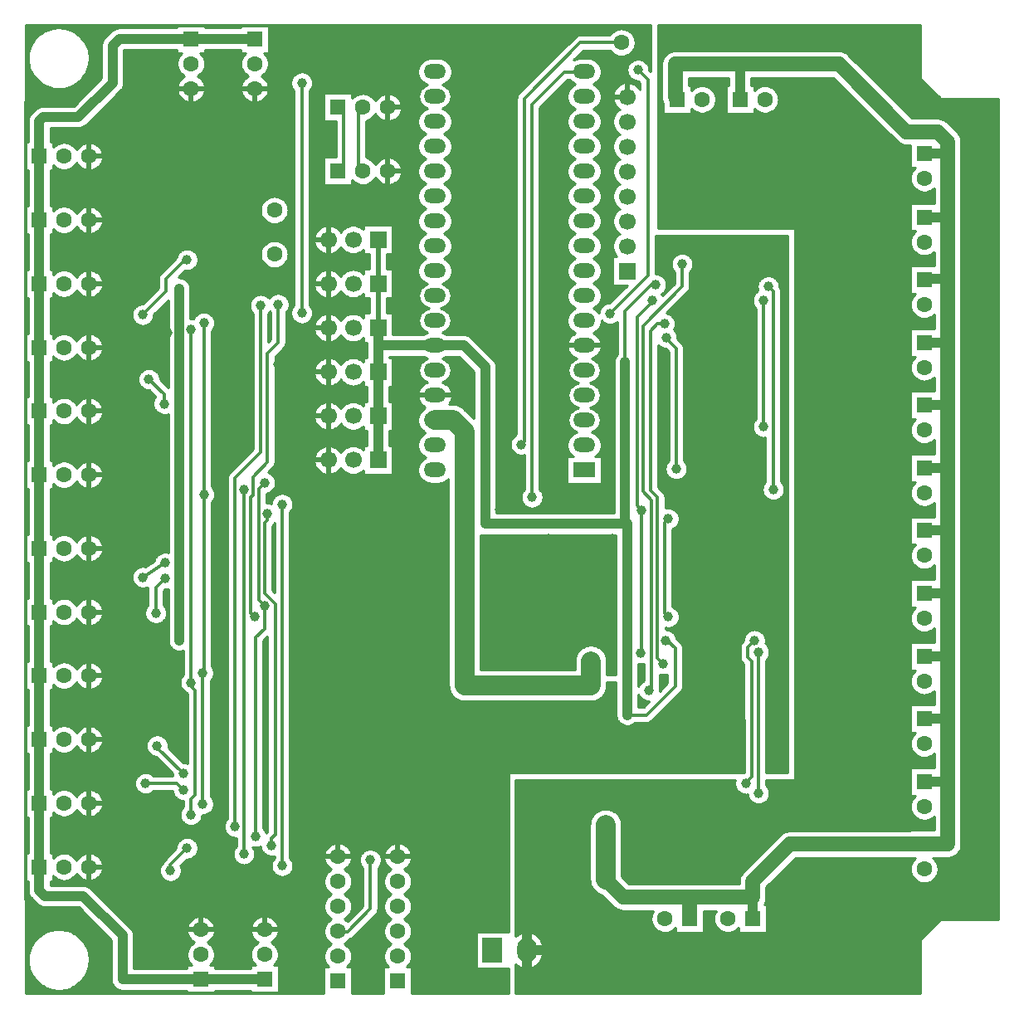
<source format=gbl>
G04 DipTrace 3.0.0.2*
G04 IOExpander.GBL*
%MOMM*%
G04 #@! TF.FileFunction,Copper,L2,Bot*
G04 #@! TF.Part,Single*
G04 #@! TA.AperFunction,CopperBalancing*
%ADD10C,0.25*%
%ADD13C,0.5*%
G04 #@! TA.AperFunction,Conductor*
%ADD14C,2.0*%
%ADD15C,0.3*%
%ADD16C,1.5*%
G04 #@! TA.AperFunction,CopperBalancing*
%ADD17C,1.0*%
G04 #@! TA.AperFunction,ComponentPad*
%ADD19R,2.25X1.5*%
%ADD20O,2.25X1.5*%
%ADD21C,1.6*%
%ADD29R,1.7X1.7*%
%ADD30C,1.7*%
%ADD31R,1.6X1.6*%
%ADD33C,1.6*%
%ADD39C,6.0*%
%ADD43R,2.0X2.5*%
%ADD44O,2.0X2.5*%
%FSLAX35Y35*%
G04*
G71*
G90*
G75*
G01*
G04 Bottom*
%LPD*%
X6710000Y9180000D2*
D16*
X6690000Y9200000D1*
Y9540000D1*
X7350000D1*
X7950000D1*
X8360000D1*
X9050000Y8850000D1*
X9370000D1*
X9470000Y8750000D1*
Y8630000D1*
Y7980000D1*
Y7350000D1*
Y6700000D1*
Y6060000D1*
Y5420000D1*
Y4780000D1*
Y4140000D1*
Y3500000D1*
Y2860000D1*
Y2220000D1*
Y1580000D1*
X7860000D1*
X7480000Y1200000D1*
Y1040000D1*
X6840000D1*
Y820000D1*
X7480000D2*
D17*
Y1040000D1*
X9230000Y1580000D2*
X9470000D1*
X9230000Y2220000D2*
X9470000D1*
X9230000Y2860000D2*
X9470000D1*
X9230000Y3500000D2*
X9470000D1*
X9230000Y4140000D2*
X9470000D1*
X9230000Y4780000D2*
X9470000D1*
X9230000Y5420000D2*
X9470000D1*
X9230000Y6060000D2*
X9470000D1*
X9230000Y6700000D2*
X9470000D1*
X9230000Y7340000D2*
X9240000Y7350000D1*
X9470000D1*
X9230000Y7980000D2*
X9470000D1*
X9230000Y8630000D2*
X9470000D1*
X7350000Y9180000D2*
Y9540000D1*
X5980000Y1780000D2*
D14*
Y1220000D1*
D16*
X6160000Y1040000D1*
X6840000D1*
X4238000Y6670000D2*
D17*
X4530000D1*
X4750000Y6450000D1*
Y4850000D1*
X6200000D1*
Y2900000D1*
X3658000Y7750000D2*
D13*
Y7300000D1*
Y6850000D1*
D17*
Y6670000D1*
Y6400000D1*
Y5950000D1*
Y5500000D1*
X1630000Y7250000D2*
Y5420000D1*
Y3660000D1*
X6180000Y6500000D2*
Y4870000D1*
X6200000Y4850000D1*
X4238000Y6670000D2*
X3658000D1*
X6490000Y7290000D2*
D15*
X6450000D1*
X6180000Y7020000D1*
Y6500000D1*
X6592000Y3660000D2*
X6610000D1*
X6690000Y3580000D1*
Y3190000D1*
X6400000Y2900000D1*
X6200000D1*
X2400000Y9800000D2*
D17*
X1750000D1*
X1020000D1*
X950000Y9730000D1*
Y9350000D1*
X600000Y9000000D1*
X240000D1*
X200000Y8960000D1*
Y8600000D1*
Y7950000D1*
Y7300000D1*
Y6650000D1*
Y6000000D1*
Y5350000D1*
Y5000000D1*
Y4600000D1*
Y3950000D1*
Y3300000D1*
Y2650000D1*
Y2000000D1*
Y1350000D1*
Y1110000D1*
X260000Y1050000D1*
X650000D1*
X1050000Y650000D1*
Y200000D1*
X1850000D1*
X2500000D1*
X5830000Y3450000D2*
D14*
Y3200000D1*
X4540000D1*
Y3550000D1*
Y5790000D1*
X4422000Y5908000D1*
X4238000D1*
X4550000Y3550000D2*
D15*
X4540000D1*
X6570000Y3420000D2*
X6510000Y3480000D1*
Y5120000D1*
X6440000Y5190000D1*
Y6820000D1*
X6510000Y6890000D1*
X6580000D1*
X6310000Y9480000D2*
X6410000Y9380000D1*
Y7380000D1*
X6025000Y6995000D1*
X5762000Y9464000D2*
X5758000Y9460000D1*
X5560000D1*
X5230000Y9130000D1*
Y5120000D1*
X2680000Y5050000D2*
Y1360000D1*
X6460000Y7130000D2*
X6465000Y7125000D1*
X6300000Y6960000D1*
Y5040000D1*
X6350000Y4990000D1*
Y3550000D1*
X6340000Y3540000D1*
Y3530000D1*
X1870000Y3330000D2*
X1880000Y3320000D1*
Y5150000D1*
Y6900000D1*
X3248000Y691000D2*
X3249000Y690000D1*
X3350000D1*
X3580000Y920000D1*
Y1420000D1*
X1870000Y1990000D2*
Y3330000D1*
X7950000Y9010000D2*
X7750000Y8810000D1*
Y8300000D1*
X8360000Y9010000D2*
X8300000Y8950000D1*
Y8250000D1*
X2639500Y6479500D2*
X2630000Y6470000D1*
Y5500000D1*
X2800000D1*
Y2870000D1*
X3150000Y5500000D2*
X2800000D1*
X6000000Y7250000D2*
Y7300000D1*
X2400000Y9292000D2*
X2402000Y9290000D1*
X2630000D1*
X2660000Y9320000D1*
Y9935000D1*
X785000D1*
Y9850000D1*
Y9345000D1*
X595000Y9155000D1*
X65000D1*
Y1015000D1*
X180000Y900000D1*
X570000D1*
X810000Y660000D1*
Y150000D1*
Y60000D1*
X2800000D1*
X2830000Y90000D1*
Y710000D1*
X2828000Y708000D1*
X2500000D1*
X750000Y9850000D2*
X785000D1*
X800000Y150000D2*
X810000D1*
X1675000Y1695000D2*
X1845000D1*
Y713000D1*
X1850000Y708000D1*
X2410000Y1660000D2*
Y3690000D1*
X2500000Y3780000D1*
Y4010000D1*
X2440000Y4070000D1*
Y5210000D1*
X2500000Y5270000D1*
X2460000Y7080000D2*
Y5580000D1*
X2200000Y5320000D1*
Y1760000D1*
X6700000Y5410000D2*
Y6640000D1*
X6590000Y6750000D1*
X6600000D1*
X2290000Y1480000D2*
Y5200000D1*
X6620000Y3900000D2*
X6580000Y3940000D1*
Y4860000D1*
X6620000Y4900000D1*
X2530000Y4950000D2*
Y4890000D1*
X2500000Y4860000D1*
Y4140000D1*
X2610000Y4030000D1*
Y1680000D1*
X2570000Y1640000D1*
Y1570000D1*
X2400000Y3900000D2*
X2360000Y3940000D1*
Y5120000D1*
X2380000Y5140000D1*
Y5330000D1*
X2530000Y5480000D1*
Y6590000D1*
X2640000Y6700000D1*
Y7090000D1*
X6760000Y7500000D2*
Y7270000D1*
X6360000Y6870000D1*
Y5180000D1*
X6450000Y5090000D1*
Y3180000D1*
X6420000Y3150000D1*
X7640000Y7270000D2*
X7690000Y7220000D1*
Y5200000D1*
X7590000Y7130000D2*
Y5840000D1*
X1257427Y6982427D2*
X1495000Y7220000D1*
Y7350000D1*
X1690000Y7545000D1*
X1710000D1*
X1320000Y6325000D2*
X1475000Y6170000D1*
Y6075000D1*
X7540000Y3540000D2*
Y2100000D1*
X7500000Y3660000D2*
X7430000Y3590000D1*
Y3490000D1*
X7470000Y3450000D1*
Y2270000D1*
X7410000Y2210000D1*
Y2200000D1*
X1260000Y4305000D2*
X1485000Y4450000D1*
X1390000Y3940000D2*
Y4200000D1*
X1485000Y4295000D1*
X1405000Y2586407D2*
Y2570000D1*
X1675000Y2300000D1*
X1286520Y2201520D2*
X1608480D1*
X1675000Y2135000D1*
X1540000Y1310000D2*
Y1370000D1*
X1710000Y1540000D1*
X3250000Y9100000D2*
X3305000D1*
Y8450000D1*
X3250000D1*
X3504000Y9100000D2*
X3455000D1*
Y8450000D1*
X3504000D1*
X5120000Y5660000D2*
X5150000Y5690000D1*
Y9190000D1*
X5720000Y9760000D1*
X6140000D1*
X2880000Y7000000D2*
Y9350000D1*
X1750500Y3230000D2*
Y6830000D1*
Y1880000D2*
Y2040500D1*
X1795000Y2085000D1*
Y3150000D1*
X1750500Y3194500D1*
Y3230000D1*
D17*
X8360000Y9540000D3*
X7950000D3*
X5980000Y1780000D3*
X6200000Y2900000D3*
X1630000Y7250000D3*
Y3660000D3*
Y5420000D3*
X6180000Y6500000D3*
X1630000Y3660000D3*
X6490000Y7290000D3*
X6180000Y6500000D3*
X6592000Y3660000D3*
X200000Y5000000D3*
X5830000Y3450000D3*
X4550000Y3550000D3*
X6570000Y3420000D3*
X6580000Y6890000D3*
X6310000Y9480000D3*
X6025000Y6995000D3*
X6580000Y6890000D3*
X5230000Y5120000D3*
X2680000Y5050000D3*
Y1360000D3*
X6460000Y7130000D3*
X6340000Y3530000D3*
X6350000Y4990000D3*
X1870000Y3330000D3*
X1880000Y6900000D3*
Y5150000D3*
X3580000Y1420000D3*
X1870000Y1990000D3*
Y3330000D3*
X7950000Y9010000D3*
X8360000D3*
X2639500Y6479500D3*
X2800000Y2870000D3*
X6000000Y7300000D3*
X1675000Y1695000D3*
X2410000Y1660000D3*
X2500000Y5270000D3*
Y4010000D3*
X2460000Y7080000D3*
X2200000Y1760000D3*
X6700000Y5410000D3*
X6600000Y6750000D3*
X2290000Y1480000D3*
Y5200000D3*
X6620000Y3900000D3*
Y4900000D3*
X2530000Y4950000D3*
X2570000Y1570000D3*
X2400000Y3900000D3*
X2640000Y7090000D3*
X6760000Y7500000D3*
X6420000Y3150000D3*
X7640000Y7270000D3*
X7690000Y5200000D3*
X7590000Y7130000D3*
Y5840000D3*
X1257427Y6982427D3*
X1710000Y7545000D3*
X1320000Y6325000D3*
X1475000Y6075000D3*
X7540000Y3540000D3*
Y2100000D3*
X7500000Y3660000D3*
X7410000Y2200000D3*
X1260000Y4305000D3*
X1485000Y4450000D3*
X1390000Y3940000D3*
X1485000Y4295000D3*
X1405000Y2586407D3*
X1675000Y2300000D3*
X1286520Y2201520D3*
X1675000Y2135000D3*
X1540000Y1310000D3*
X1710000Y1540000D3*
X5120000Y5660000D3*
X2880000Y7000000D3*
Y9350000D3*
X1750500Y3230000D3*
Y6830000D3*
Y1880000D3*
Y3230000D3*
X3430000Y1820000D3*
X3550000D3*
X3680000D3*
X3810000D3*
X3490000Y2240000D3*
X3620000D3*
X3750000D3*
X3400000Y4750000D3*
X3550000D3*
X3700000D3*
X3400000Y4200000D3*
X3550000D3*
X3700000D3*
X3350000Y3090000D3*
Y2930000D3*
X3950000Y3090000D3*
X4940000Y4050000D3*
X4820000Y4400000D3*
X4800000Y4690000D3*
X4910000Y3720000D3*
X4900000Y3450000D3*
X5100000Y3700000D3*
X5600000D3*
X6050000Y3350000D3*
Y3650000D3*
Y4000000D3*
Y4400000D3*
Y4700000D3*
X5400000D3*
X5150000Y4300000D3*
X5700000D3*
X3950000Y2910000D3*
X1570000Y3130000D3*
X1510000Y6800000D3*
X3550000Y3390000D3*
X9900000Y900000D3*
X9100000Y150000D3*
X5700000D3*
X5600000Y2700000D3*
X9900000Y9100000D3*
X9050000Y9800000D3*
X6600000Y7950000D3*
X6290000Y1500000D3*
X5600000Y2550000D3*
X6450000Y1750000D3*
X7100000D3*
X8300000Y1200000D3*
Y1850000D3*
Y2500000D3*
Y3150000D3*
Y3800000D3*
Y4450000D3*
Y5100000D3*
Y5700000D3*
Y6350000D3*
Y7000000D3*
Y7600000D3*
Y8250000D3*
X7750000Y8300000D3*
X7100000D3*
X6600000Y8500000D3*
X5600000Y2400000D3*
X5050000Y2550000D3*
Y2400000D3*
X4330000Y2810000D3*
X4900000Y5000000D3*
X4250000Y5100000D3*
X2050000Y5000000D3*
Y4600000D3*
Y5250000D3*
Y5600000D3*
X1450000Y5140000D3*
Y5550000D3*
X7555000Y7525000D3*
X5755000Y5155000D3*
X5980000Y9285000D3*
X2670000Y8370000D3*
X3060000Y8240000D3*
X4900000Y150000D3*
X7620000Y1820000D3*
X750000Y9850000D3*
X2900000D3*
X5000000Y9750000D3*
X4780000Y9020000D3*
X4750000Y7250000D3*
X4500000Y6350000D3*
X4000000Y5950000D3*
X1790000Y7960000D3*
X5450000Y6800000D3*
Y5850000D3*
X2050000Y4260000D3*
X2850000Y4000000D3*
Y3350000D3*
X150000Y850000D3*
X800000Y150000D3*
X150000Y9250000D3*
X7200000Y4550000D3*
Y5350000D3*
X5530000Y9060000D3*
X4030000Y6310000D3*
X3850000Y5650000D3*
X4050000Y6820000D3*
X2880000Y150000D3*
X3540000Y3610000D3*
X2040000Y3420000D3*
Y2490000D3*
X370000Y4800000D3*
X65000Y9912833D2*
D10*
X1005533D1*
X2545980D2*
X6435023D1*
X65000Y9888167D2*
X275747D1*
X524253D2*
X946060D1*
X2545980D2*
X6072963D1*
X6207017D2*
X6435023D1*
X65000Y9863500D2*
X228873D1*
X571127D2*
X920523D1*
X2545980D2*
X6038100D1*
X6241880D2*
X6435023D1*
X65000Y9838833D2*
X195473D1*
X604527D2*
X895863D1*
X2545980D2*
X6017593D1*
X6262387D2*
X6435023D1*
X65000Y9814167D2*
X169447D1*
X630553D2*
X871207D1*
X2545980D2*
X5660707D1*
X6275377D2*
X6435023D1*
X65000Y9789500D2*
X148600D1*
X651400D2*
X850893D1*
X2545980D2*
X5636050D1*
X6282943D2*
X6435023D1*
X65000Y9764833D2*
X131607D1*
X668393D2*
X839517D1*
X2545980D2*
X5611343D1*
X6285923D2*
X6435023D1*
X65000Y9740167D2*
X117837D1*
X682163D2*
X834487D1*
X2545980D2*
X5586683D1*
X6284603D2*
X6435023D1*
X65000Y9715500D2*
X106753D1*
X693247D2*
X834047D1*
X2545980D2*
X5562027D1*
X6278940D2*
X6435023D1*
X65000Y9690833D2*
X98160D1*
X701840D2*
X834047D1*
X2545980D2*
X5537367D1*
X6268247D2*
X6435023D1*
X65000Y9666167D2*
X91763D1*
X708237D2*
X834047D1*
X1065953D2*
X1604020D1*
X1895980D2*
X2254020D1*
X2545980D2*
X5512710D1*
X5739633D2*
X6028920D1*
X6251060D2*
X6435023D1*
X65000Y9641500D2*
X87417D1*
X712583D2*
X834047D1*
X1065953D2*
X1640397D1*
X1859603D2*
X2290397D1*
X2509603D2*
X5488053D1*
X5714977D2*
X6056557D1*
X6223423D2*
X6435023D1*
X65000Y9616833D2*
X85123D1*
X714877D2*
X834047D1*
X1065953D2*
X1622720D1*
X1877280D2*
X2272720D1*
X2527280D2*
X5463343D1*
X5690317D2*
X6127750D1*
X6152307D2*
X6435023D1*
X65000Y9592167D2*
X84780D1*
X715220D2*
X834047D1*
X1065953D2*
X1611637D1*
X1888363D2*
X2261637D1*
X2538363D2*
X4145523D1*
X4330503D2*
X5438687D1*
X5854477D2*
X6290150D1*
X6329867D2*
X6435023D1*
X65000Y9567500D2*
X86343D1*
X713657D2*
X834047D1*
X1065953D2*
X1605630D1*
X1894370D2*
X2255630D1*
X2544370D2*
X4105973D1*
X4370053D2*
X5414027D1*
X5894027D2*
X6235220D1*
X6384800D2*
X6435023D1*
X65000Y9542833D2*
X89957D1*
X710043D2*
X834047D1*
X1065953D2*
X1604020D1*
X1895980D2*
X2254020D1*
X2545980D2*
X4084147D1*
X4391880D2*
X5389370D1*
X5915853D2*
X6213003D1*
X6407017D2*
X6435023D1*
X65000Y9518167D2*
X95570D1*
X704430D2*
X834047D1*
X1065953D2*
X1606703D1*
X1893297D2*
X2256703D1*
X2543297D2*
X4070523D1*
X4405453D2*
X5364713D1*
X5929477D2*
X6200600D1*
X6419370D2*
X6435023D1*
X65000Y9493500D2*
X103333D1*
X696667D2*
X834047D1*
X1065953D2*
X1613930D1*
X1886070D2*
X2263930D1*
X2536070D2*
X4062660D1*
X4413317D2*
X5340053D1*
X5937340D2*
X6194790D1*
X6425180D2*
X6435023D1*
X65000Y9468833D2*
X113490D1*
X686510D2*
X834047D1*
X1065953D2*
X1626527D1*
X1873473D2*
X2276527D1*
X2523473D2*
X4059583D1*
X4416390D2*
X5315347D1*
X5940417D2*
X6194547D1*
X65000Y9444167D2*
X126237D1*
X673763D2*
X834047D1*
X1065953D2*
X1646400D1*
X1853600D2*
X2296400D1*
X2503600D2*
X2814127D1*
X2945883D2*
X4060953D1*
X4415073D2*
X5290690D1*
X5939047D2*
X6199820D1*
X65000Y9419500D2*
X142007D1*
X657993D2*
X834047D1*
X1065953D2*
X1679750D1*
X1820250D2*
X2329750D1*
X2470250D2*
X2787760D1*
X2972250D2*
X4066860D1*
X4409167D2*
X5266030D1*
X5933140D2*
X6211490D1*
X65000Y9394833D2*
X161343D1*
X638657D2*
X831850D1*
X1065953D2*
X1647427D1*
X1852573D2*
X2297427D1*
X2502573D2*
X2773207D1*
X2986753D2*
X4077993D1*
X4397983D2*
X5241373D1*
X5922007D2*
X6232487D1*
X65000Y9370167D2*
X185270D1*
X614730D2*
X807193D1*
X1065953D2*
X1627163D1*
X1872837D2*
X2277163D1*
X2522837D2*
X2765787D1*
X2994173D2*
X4096110D1*
X4379867D2*
X5216713D1*
X5583627D2*
X5620133D1*
X5903890D2*
X6278873D1*
X65000Y9345500D2*
X215590D1*
X584410D2*
X782533D1*
X1065853D2*
X1614370D1*
X1885630D2*
X2264370D1*
X2535630D2*
X2764077D1*
X2995933D2*
X4126283D1*
X4349693D2*
X5192007D1*
X5558970D2*
X5650307D1*
X5873717D2*
X6141420D1*
X6258580D2*
X6329020D1*
X65000Y9320833D2*
X256313D1*
X543687D2*
X757877D1*
X1062143D2*
X1606947D1*
X1893053D2*
X2256947D1*
X2543053D2*
X2767787D1*
X2992173D2*
X4132973D1*
X4343003D2*
X5167350D1*
X5534310D2*
X5638930D1*
X5885043D2*
X6100943D1*
X6299057D2*
X6329020D1*
X65000Y9296167D2*
X323013D1*
X476987D2*
X733217D1*
X1052377D2*
X1604067D1*
X1895933D2*
X2254067D1*
X2545933D2*
X2777603D1*
X2982407D2*
X4102650D1*
X4373327D2*
X5142690D1*
X5509653D2*
X5613590D1*
X5910433D2*
X6077993D1*
X65000Y9271500D2*
X708510D1*
X1034410D2*
X1605483D1*
X1894517D2*
X2255483D1*
X2544517D2*
X2795523D1*
X2964487D2*
X4085170D1*
X4390807D2*
X5118033D1*
X5484947D2*
X5597917D1*
X5926110D2*
X6063247D1*
X65000Y9246833D2*
X683853D1*
X1009800D2*
X1611293D1*
X1888707D2*
X2261293D1*
X2538707D2*
X2799037D1*
X2960973D2*
X4074867D1*
X4401110D2*
X5093373D1*
X5460287D2*
X5588490D1*
X5935533D2*
X6054167D1*
X65000Y9222167D2*
X659193D1*
X985140D2*
X1622133D1*
X1877867D2*
X2272133D1*
X2527867D2*
X2799037D1*
X2960973D2*
X3104020D1*
X3395980D2*
X3426237D1*
X3581773D2*
X3680240D1*
X3835777D2*
X4070083D1*
X4405943D2*
X5075943D1*
X5435630D2*
X5584047D1*
X5939977D2*
X6049673D1*
X65000Y9197500D2*
X634537D1*
X960483D2*
X1639517D1*
X1860483D2*
X2289517D1*
X2510483D2*
X2799037D1*
X2960973D2*
X3104020D1*
X3611803D2*
X3650210D1*
X3865807D2*
X4070133D1*
X4405893D2*
X5069400D1*
X5410973D2*
X5584047D1*
X5939927D2*
X6049380D1*
X65000Y9172833D2*
X609877D1*
X935777D2*
X1667543D1*
X1832457D2*
X2317543D1*
X2482457D2*
X2799037D1*
X2960973D2*
X3104020D1*
X3884167D2*
X4075013D1*
X4401010D2*
X5069010D1*
X5386313D2*
X5588590D1*
X5935433D2*
X6053237D1*
X65000Y9148167D2*
X585220D1*
X911117D2*
X2799037D1*
X2960973D2*
X3104020D1*
X3895690D2*
X4085367D1*
X4390660D2*
X5069010D1*
X5361657D2*
X5598060D1*
X5925913D2*
X6061587D1*
X65000Y9123500D2*
X560513D1*
X886460D2*
X2799037D1*
X2960973D2*
X3104020D1*
X3902083D2*
X4102993D1*
X4373033D2*
X5069010D1*
X5336947D2*
X5613833D1*
X5910190D2*
X6075407D1*
X65000Y9098833D2*
X181753D1*
X861803D2*
X2799037D1*
X2960973D2*
X3104020D1*
X3903990D2*
X4133560D1*
X4342467D2*
X5069010D1*
X5312290D2*
X5639370D1*
X5884603D2*
X6096840D1*
X65000Y9074167D2*
X151187D1*
X837143D2*
X2799037D1*
X2960973D2*
X3104020D1*
X3901647D2*
X4125747D1*
X4350230D2*
X5069010D1*
X5310973D2*
X5649770D1*
X5874253D2*
X6110270D1*
X65000Y9049500D2*
X126527D1*
X812487D2*
X2799037D1*
X2960973D2*
X3104020D1*
X3894810D2*
X4095817D1*
X4380160D2*
X5069010D1*
X5310973D2*
X5619840D1*
X5904183D2*
X6083803D1*
X65000Y9024833D2*
X104360D1*
X787777D2*
X2799037D1*
X2960973D2*
X3104020D1*
X3882750D2*
X4077797D1*
X4398180D2*
X5069010D1*
X5310973D2*
X5601820D1*
X5922203D2*
X6067007D1*
X65000Y9000167D2*
X91373D1*
X763120D2*
X2799037D1*
X2960973D2*
X3104020D1*
X3609557D2*
X3652407D1*
X3863560D2*
X4066713D1*
X4409263D2*
X5069010D1*
X5310973D2*
X5590737D1*
X5933287D2*
X6056363D1*
X65000Y8975500D2*
X85073D1*
X738463D2*
X2799037D1*
X2960973D2*
X3104020D1*
X3577867D2*
X3684147D1*
X3831870D2*
X4060903D1*
X4415123D2*
X5069010D1*
X5310973D2*
X5584877D1*
X5939097D2*
X6050553D1*
X65000Y8950833D2*
X84047D1*
X713803D2*
X2799037D1*
X2960973D2*
X3224037D1*
X3535973D2*
X4059583D1*
X4416390D2*
X5069010D1*
X5310973D2*
X5583610D1*
X5940417D2*
X6049037D1*
X65000Y8926167D2*
X84047D1*
X689147D2*
X2799037D1*
X2960973D2*
X3224037D1*
X3535973D2*
X4062760D1*
X4413267D2*
X5069010D1*
X5310973D2*
X5586733D1*
X5937240D2*
X6051627D1*
X65000Y8901500D2*
X84047D1*
X658823D2*
X2799037D1*
X2960973D2*
X3224037D1*
X3535973D2*
X4070670D1*
X4405307D2*
X5069010D1*
X5310973D2*
X5594693D1*
X5929330D2*
X6058610D1*
X65000Y8876833D2*
X84047D1*
X315953D2*
X2799037D1*
X2960973D2*
X3224037D1*
X3535973D2*
X4084340D1*
X4391637D2*
X5069010D1*
X5310973D2*
X5608363D1*
X5915660D2*
X6070620D1*
X65000Y8852167D2*
X84047D1*
X315953D2*
X2799037D1*
X2960973D2*
X3224037D1*
X3535973D2*
X4106363D1*
X4369663D2*
X5069010D1*
X5310973D2*
X5630337D1*
X5893637D2*
X6089420D1*
X65000Y8827500D2*
X84047D1*
X315953D2*
X2799037D1*
X2960973D2*
X3224037D1*
X3535973D2*
X4139420D1*
X4336607D2*
X5069010D1*
X5310973D2*
X5663393D1*
X5860580D2*
X6119740D1*
X65000Y8802833D2*
X84047D1*
X315953D2*
X2799037D1*
X2960973D2*
X3224037D1*
X3535973D2*
X4103043D1*
X4372933D2*
X5069010D1*
X5310973D2*
X5627067D1*
X5896957D2*
X6090347D1*
X65000Y8778167D2*
X84047D1*
X315953D2*
X2799037D1*
X2960973D2*
X3224037D1*
X3535973D2*
X4082340D1*
X4393687D2*
X5069010D1*
X5310973D2*
X5606313D1*
X5917660D2*
X6071253D1*
X65000Y8753500D2*
X84047D1*
X315953D2*
X2799037D1*
X2960973D2*
X3224037D1*
X3535973D2*
X4069447D1*
X4406577D2*
X5069010D1*
X5310973D2*
X5593423D1*
X5930553D2*
X6058950D1*
X345980Y8728833D2*
X388297D1*
X519713D2*
X642300D1*
X773717D2*
X2799037D1*
X2960973D2*
X3224037D1*
X3535973D2*
X4062123D1*
X4413853D2*
X5069010D1*
X5310973D2*
X5586147D1*
X5937877D2*
X6051820D1*
X555210Y8704167D2*
X606803D1*
X809213D2*
X2799037D1*
X2960973D2*
X3224037D1*
X3535973D2*
X4059537D1*
X4416490D2*
X5069010D1*
X5310973D2*
X5583510D1*
X5940463D2*
X6049037D1*
X575963Y8679500D2*
X586050D1*
X829967D2*
X2799037D1*
X2960973D2*
X3224037D1*
X3535973D2*
X4061343D1*
X4414683D2*
X5069010D1*
X5310973D2*
X5585317D1*
X5938657D2*
X6050407D1*
X843100Y8654833D2*
X2799037D1*
X2960973D2*
X3224037D1*
X3535973D2*
X4067787D1*
X4408237D2*
X5069010D1*
X5310973D2*
X5591763D1*
X5932213D2*
X6056020D1*
X850817Y8630167D2*
X2799037D1*
X2960973D2*
X3224037D1*
X3535973D2*
X4079603D1*
X4396420D2*
X5069010D1*
X5310973D2*
X5603580D1*
X5920397D2*
X6066420D1*
X853890Y8605500D2*
X2799037D1*
X2960973D2*
X3224037D1*
X3535973D2*
X4098647D1*
X4377330D2*
X5069010D1*
X5310973D2*
X5622670D1*
X5901353D2*
X6082923D1*
X852720Y8580833D2*
X2799037D1*
X2960973D2*
X3104020D1*
X3565463D2*
X3696547D1*
X3819467D2*
X4130923D1*
X4345103D2*
X5069010D1*
X5310973D2*
X5654897D1*
X5869077D2*
X6108900D1*
X847153Y8556167D2*
X2799037D1*
X2960973D2*
X3104020D1*
X3603060D2*
X3658950D1*
X3857067D2*
X4111490D1*
X4364487D2*
X5069010D1*
X5310973D2*
X5635513D1*
X5888510D2*
X6097917D1*
X836607Y8531500D2*
X2799037D1*
X2960973D2*
X3104020D1*
X3624593D2*
X3637367D1*
X3878600D2*
X4087513D1*
X4388510D2*
X5069010D1*
X5310973D2*
X5611490D1*
X5912487D2*
X6076090D1*
X565660Y8506833D2*
X596353D1*
X819663D2*
X2799037D1*
X2960973D2*
X3104020D1*
X3892270D2*
X4072623D1*
X4403403D2*
X5069010D1*
X5310973D2*
X5596597D1*
X5927377D2*
X6062027D1*
X345980Y8482167D2*
X369593D1*
X538413D2*
X623600D1*
X792417D2*
X2799037D1*
X2960973D2*
X3104020D1*
X3900327D2*
X4063783D1*
X4412240D2*
X5069010D1*
X5310973D2*
X5587760D1*
X5936217D2*
X6053480D1*
X345980Y8457500D2*
X434583D1*
X473423D2*
X688590D1*
X727427D2*
X2799037D1*
X2960973D2*
X3104020D1*
X3903793D2*
X4059830D1*
X4416197D2*
X5069010D1*
X5310973D2*
X5583803D1*
X5940170D2*
X6049430D1*
X65000Y8432833D2*
X84047D1*
X315953D2*
X2799037D1*
X2960973D2*
X3104020D1*
X3902963D2*
X4060317D1*
X4415660D2*
X5069010D1*
X5310973D2*
X5584340D1*
X5939683D2*
X6049577D1*
X65000Y8408167D2*
X84047D1*
X315953D2*
X2799037D1*
X2960973D2*
X3104020D1*
X3897787D2*
X4065347D1*
X4410630D2*
X5069010D1*
X5310973D2*
X5589370D1*
X5934653D2*
X6053920D1*
X65000Y8383500D2*
X84047D1*
X315953D2*
X2799037D1*
X2960973D2*
X3104020D1*
X3887680D2*
X4075453D1*
X4400570D2*
X5069010D1*
X5310973D2*
X5599430D1*
X5924547D2*
X6062807D1*
X65000Y8358833D2*
X84047D1*
X315953D2*
X2799037D1*
X2960973D2*
X3104020D1*
X3617320D2*
X3644693D1*
X3871323D2*
X4092007D1*
X4383970D2*
X5069010D1*
X5310973D2*
X5616030D1*
X5907993D2*
X6077260D1*
X65000Y8334167D2*
X84047D1*
X315953D2*
X2799037D1*
X2960973D2*
X3104020D1*
X3395980D2*
X3416810D1*
X3591197D2*
X3670817D1*
X3845200D2*
X4119107D1*
X4356870D2*
X5069010D1*
X5310973D2*
X5643130D1*
X5880893D2*
X6099820D1*
X65000Y8309500D2*
X84047D1*
X315953D2*
X2799037D1*
X2960973D2*
X3104020D1*
X3395980D2*
X3472330D1*
X3535680D2*
X3726333D1*
X3789683D2*
X4121547D1*
X4354430D2*
X5069010D1*
X5310973D2*
X5645570D1*
X5878453D2*
X6106703D1*
X65000Y8284833D2*
X84047D1*
X315953D2*
X2799037D1*
X2960973D2*
X4093423D1*
X4382553D2*
X5069010D1*
X5310973D2*
X5617447D1*
X5906577D2*
X6081607D1*
X65000Y8260167D2*
X84047D1*
X315953D2*
X2799037D1*
X2960973D2*
X4076333D1*
X4399693D2*
X5069010D1*
X5310973D2*
X5600307D1*
X5923667D2*
X6065590D1*
X65000Y8235500D2*
X84047D1*
X315953D2*
X2799037D1*
X2960973D2*
X4065883D1*
X4410140D2*
X5069010D1*
X5310973D2*
X5589860D1*
X5934117D2*
X6055533D1*
X65000Y8210833D2*
X84047D1*
X315953D2*
X2799037D1*
X2960973D2*
X4060513D1*
X4415463D2*
X5069010D1*
X5310973D2*
X5584537D1*
X5939487D2*
X6050210D1*
X65000Y8186167D2*
X84047D1*
X315953D2*
X2552213D1*
X2647787D2*
X2799037D1*
X2960973D2*
X4059730D1*
X4416293D2*
X5069010D1*
X5310973D2*
X5583707D1*
X5940270D2*
X6049137D1*
X65000Y8161500D2*
X84047D1*
X315953D2*
X2507143D1*
X2692857D2*
X2799037D1*
X2960973D2*
X4063343D1*
X4412633D2*
X5069010D1*
X5310973D2*
X5587367D1*
X5936657D2*
X6052163D1*
X65000Y8136833D2*
X84047D1*
X315953D2*
X2483267D1*
X2716733D2*
X2799037D1*
X2960973D2*
X4071840D1*
X4404137D2*
X5069010D1*
X5310973D2*
X5595863D1*
X5928160D2*
X6059633D1*
X65000Y8112167D2*
X84047D1*
X315953D2*
X2468180D1*
X2731820D2*
X2799037D1*
X2960973D2*
X4086247D1*
X4389730D2*
X5069010D1*
X5310973D2*
X5610270D1*
X5913753D2*
X6072280D1*
X345980Y8087500D2*
X410463D1*
X497543D2*
X664420D1*
X751547D2*
X2459000D1*
X2741000D2*
X2799037D1*
X2960973D2*
X4109440D1*
X4366537D2*
X5069010D1*
X5310973D2*
X5633463D1*
X5890560D2*
X6092007D1*
X345980Y8062833D2*
X362857D1*
X545150D2*
X616860D1*
X799157D2*
X2454557D1*
X2745443D2*
X2799037D1*
X2960973D2*
X4134000D1*
X4341977D2*
X5069010D1*
X5310973D2*
X5658023D1*
X5866000D2*
X6117057D1*
X569713Y8038167D2*
X592300D1*
X823717D2*
X2454507D1*
X2745493D2*
X2799037D1*
X2960973D2*
X4100307D1*
X4375717D2*
X5069010D1*
X5310973D2*
X5624283D1*
X5899693D2*
X6087857D1*
X839193Y8013500D2*
X2458707D1*
X2741293D2*
X2799037D1*
X2960973D2*
X4080630D1*
X4395397D2*
X5069010D1*
X5310973D2*
X5604603D1*
X5919370D2*
X6069643D1*
X848667Y7988833D2*
X2467690D1*
X2732310D2*
X2799037D1*
X2960973D2*
X4068373D1*
X4407603D2*
X5069010D1*
X5310973D2*
X5592397D1*
X5931627D2*
X6057973D1*
X853307Y7964167D2*
X2482487D1*
X2717513D2*
X2799037D1*
X2960973D2*
X4061637D1*
X4414390D2*
X5069010D1*
X5310973D2*
X5585610D1*
X5938363D2*
X6051333D1*
X853600Y7939500D2*
X2505923D1*
X2694077D2*
X2799037D1*
X2960973D2*
X4059487D1*
X4416490D2*
X5069010D1*
X5310973D2*
X5583510D1*
X5940513D2*
X6048990D1*
X849643Y7914833D2*
X2549330D1*
X2650670D2*
X2799037D1*
X2960973D2*
X4061783D1*
X4414193D2*
X5069010D1*
X5310973D2*
X5585807D1*
X5938217D2*
X6050797D1*
X840953Y7890167D2*
X2799037D1*
X2960973D2*
X3098453D1*
X3201547D2*
X3352457D1*
X3455553D2*
X3506997D1*
X3809020D2*
X4068763D1*
X4407213D2*
X5069010D1*
X5310973D2*
X5592787D1*
X5931237D2*
X6056900D1*
X572497Y7865500D2*
X589517D1*
X826500D2*
X2799037D1*
X2960973D2*
X3054167D1*
X3245833D2*
X3308170D1*
X3809020D2*
X4081263D1*
X4394760D2*
X5069010D1*
X5310973D2*
X5605240D1*
X5918737D2*
X6067887D1*
X345980Y7840833D2*
X358330D1*
X549643D2*
X612367D1*
X803647D2*
X2799037D1*
X2960973D2*
X3030043D1*
X3269957D2*
X3284020D1*
X3809020D2*
X4101333D1*
X4374693D2*
X5069010D1*
X5310973D2*
X5625307D1*
X5898667D2*
X6085220D1*
X345980Y7816167D2*
X399723D1*
X508287D2*
X653727D1*
X762290D2*
X2799037D1*
X2960973D2*
X3014567D1*
X3809020D2*
X4135953D1*
X4340023D2*
X5069010D1*
X5310973D2*
X5659977D1*
X5864047D2*
X6112613D1*
X65000Y7791500D2*
X84047D1*
X315953D2*
X2799037D1*
X2960973D2*
X3004897D1*
X3809020D2*
X4108267D1*
X4367710D2*
X5069010D1*
X5310973D2*
X5632290D1*
X5891733D2*
X6095033D1*
X65000Y7766833D2*
X84047D1*
X315953D2*
X2799037D1*
X2960973D2*
X2999967D1*
X3809020D2*
X4085513D1*
X4390463D2*
X5069010D1*
X5310973D2*
X5609537D1*
X5914487D2*
X6074233D1*
X6490953D2*
X7835000D1*
X65000Y7742167D2*
X84047D1*
X315953D2*
X2577993D1*
X2622007D2*
X2799037D1*
X2960973D2*
X2999183D1*
X3809020D2*
X4071400D1*
X4404623D2*
X5069010D1*
X5310973D2*
X5595377D1*
X5928600D2*
X6060853D1*
X6490953D2*
X7835000D1*
X65000Y7717500D2*
X84047D1*
X315953D2*
X2515103D1*
X2684897D2*
X2799037D1*
X2960973D2*
X3002603D1*
X3809020D2*
X4063150D1*
X4412877D2*
X5069010D1*
X5310973D2*
X5587123D1*
X5936850D2*
X6052847D1*
X6490953D2*
X7835000D1*
X65000Y7692833D2*
X84047D1*
X315953D2*
X2488053D1*
X2711947D2*
X2799037D1*
X2960973D2*
X3010463D1*
X3809020D2*
X4059683D1*
X4416343D2*
X5069010D1*
X5310973D2*
X5583657D1*
X5940317D2*
X6049283D1*
X6490953D2*
X7835000D1*
X65000Y7668167D2*
X84047D1*
X315953D2*
X2471207D1*
X2728793D2*
X2799037D1*
X2960973D2*
X3023600D1*
X3809020D2*
X4060660D1*
X4415367D2*
X5069010D1*
X5310973D2*
X5584633D1*
X5939340D2*
X6049867D1*
X6490953D2*
X7835000D1*
X65000Y7643500D2*
X84047D1*
X315953D2*
X1651090D1*
X1768883D2*
X2460757D1*
X2739243D2*
X2799037D1*
X2960973D2*
X3044010D1*
X3255990D2*
X3298013D1*
X3809020D2*
X4066177D1*
X4409800D2*
X5069010D1*
X5310973D2*
X5590200D1*
X5933823D2*
X6054653D1*
X6490953D2*
X7835000D1*
X65000Y7618833D2*
X84047D1*
X315953D2*
X1621303D1*
X1798717D2*
X2455240D1*
X2744760D2*
X2799037D1*
X2960973D2*
X3077897D1*
X3222103D2*
X3331900D1*
X3476110D2*
X3506997D1*
X3809020D2*
X4076870D1*
X4399107D2*
X5069010D1*
X5310973D2*
X5600893D1*
X5923130D2*
X6064077D1*
X6490953D2*
X7835000D1*
X65000Y7594167D2*
X84047D1*
X315953D2*
X1605190D1*
X1814780D2*
X2454117D1*
X2745883D2*
X2799037D1*
X2960973D2*
X3567057D1*
X3748960D2*
X4094303D1*
X4381673D2*
X5069010D1*
X5310973D2*
X5618327D1*
X5905697D2*
X6079263D1*
X6490953D2*
X6694157D1*
X6825863D2*
X7835000D1*
X65000Y7569500D2*
X84047D1*
X315953D2*
X1596693D1*
X1823327D2*
X2457290D1*
X2742710D2*
X2799037D1*
X2960973D2*
X3567057D1*
X3748960D2*
X4123110D1*
X4352917D2*
X5069010D1*
X5310973D2*
X5647083D1*
X5876890D2*
X6048990D1*
X6490953D2*
X6667787D1*
X6852230D2*
X7835000D1*
X65000Y7544833D2*
X84047D1*
X315953D2*
X1576383D1*
X1826010D2*
X2465003D1*
X2734997D2*
X2799037D1*
X2960973D2*
X3567057D1*
X3748960D2*
X4117690D1*
X4358333D2*
X5069010D1*
X5310973D2*
X5641667D1*
X5882310D2*
X6048990D1*
X6490953D2*
X6653237D1*
X6866783D2*
X7835000D1*
X65000Y7520167D2*
X84047D1*
X315953D2*
X1551673D1*
X1823227D2*
X2478237D1*
X2721763D2*
X2799037D1*
X2960973D2*
X3567057D1*
X3748960D2*
X4091177D1*
X4384800D2*
X5069010D1*
X5310973D2*
X5615200D1*
X5908823D2*
X6048990D1*
X6490953D2*
X6645817D1*
X6874203D2*
X7835000D1*
X65000Y7495500D2*
X84047D1*
X315953D2*
X1527017D1*
X1814633D2*
X2499137D1*
X2700863D2*
X2799037D1*
X2960973D2*
X3567057D1*
X3748960D2*
X4074917D1*
X4401110D2*
X5069010D1*
X5310973D2*
X5598890D1*
X5925083D2*
X6048990D1*
X6490953D2*
X6644107D1*
X6875913D2*
X7835000D1*
X65000Y7470833D2*
X84047D1*
X315953D2*
X1502360D1*
X1798423D2*
X2534977D1*
X2665023D2*
X2799037D1*
X2960973D2*
X3567057D1*
X3748960D2*
X4065053D1*
X4410923D2*
X5069010D1*
X5310973D2*
X5589077D1*
X5934947D2*
X6048990D1*
X6490953D2*
X6647817D1*
X6872203D2*
X7835000D1*
X65000Y7446167D2*
X84047D1*
X315953D2*
X1477700D1*
X1768297D2*
X2799037D1*
X2960973D2*
X3121303D1*
X3178697D2*
X3375260D1*
X3432700D2*
X3506997D1*
X3809020D2*
X4060220D1*
X4415757D2*
X5069010D1*
X5310973D2*
X5584243D1*
X5939780D2*
X6048990D1*
X6490953D2*
X6657583D1*
X6862437D2*
X7835000D1*
X345980Y7421500D2*
X375160D1*
X532847D2*
X629167D1*
X786850D2*
X1453043D1*
X1679967D2*
X2799037D1*
X2960973D2*
X3062123D1*
X3237877D2*
X3316127D1*
X3491880D2*
X3506973D1*
X3809020D2*
X4059877D1*
X4416100D2*
X5069010D1*
X5310973D2*
X5583900D1*
X5940123D2*
X6048990D1*
X6490953D2*
X6675503D1*
X6844467D2*
X7835000D1*
X562387Y7396833D2*
X599577D1*
X816390D2*
X1429557D1*
X1655307D2*
X2799037D1*
X2960973D2*
X3034927D1*
X3265073D2*
X3288930D1*
X3809020D2*
X4064027D1*
X4411947D2*
X5069010D1*
X5310973D2*
X5588053D1*
X5935973D2*
X6048990D1*
X6530843D2*
X6679020D1*
X6840953D2*
X7835000D1*
X834557Y7372167D2*
X1417250D1*
X1630650D2*
X2799037D1*
X2960973D2*
X3017740D1*
X3809020D2*
X4073110D1*
X4402917D2*
X5069010D1*
X5310973D2*
X5597083D1*
X5926890D2*
X6048990D1*
X6570787D2*
X6679020D1*
X6840953D2*
X7588053D1*
X7691930D2*
X7835000D1*
X845933Y7347500D2*
X1414027D1*
X1690610D2*
X2799037D1*
X2960973D2*
X3006803D1*
X3809020D2*
X4088247D1*
X4387730D2*
X5069010D1*
X5310973D2*
X5612270D1*
X5911753D2*
X6048990D1*
X6590367D2*
X6679020D1*
X6840953D2*
X7554557D1*
X7725423D2*
X7835000D1*
X852183Y7322833D2*
X1414027D1*
X1719567D2*
X2799037D1*
X2960973D2*
X3000747D1*
X3809020D2*
X4112760D1*
X4363217D2*
X5069010D1*
X5310973D2*
X5636783D1*
X5887240D2*
X6048990D1*
X6601157D2*
X6679020D1*
X6840953D2*
X7537027D1*
X7742953D2*
X7835000D1*
X853990Y7298167D2*
X1414027D1*
X1735287D2*
X2799037D1*
X2960973D2*
X2998990D1*
X3809020D2*
X4152457D1*
X4323520D2*
X5069010D1*
X5310973D2*
X5653140D1*
X5870883D2*
X6048990D1*
X6605697D2*
X6674723D1*
X6840953D2*
X7527553D1*
X7752427D2*
X7835000D1*
X851547Y7273500D2*
X1414027D1*
X1743540D2*
X2799037D1*
X2960973D2*
X3001383D1*
X3809020D2*
X4112027D1*
X4364000D2*
X5069010D1*
X5310973D2*
X5621693D1*
X5902330D2*
X6190053D1*
X6604770D2*
X6650013D1*
X6840953D2*
X7524037D1*
X7755943D2*
X7835000D1*
X844567Y7248833D2*
X1410367D1*
X1745980D2*
X2799037D1*
X2960973D2*
X3008070D1*
X3809020D2*
X4090787D1*
X4385190D2*
X5069010D1*
X5310973D2*
X5602993D1*
X5921030D2*
X6165347D1*
X6598277D2*
X6625357D1*
X6838070D2*
X7525990D1*
X7765463D2*
X7835000D1*
X832310Y7224167D2*
X1385707D1*
X1745980D2*
X2799037D1*
X2960973D2*
X3019840D1*
X3809020D2*
X4078090D1*
X4397933D2*
X5069010D1*
X5310973D2*
X5591420D1*
X5932603D2*
X6140690D1*
X6584947D2*
X6600697D1*
X6826207D2*
X7524137D1*
X7770833D2*
X7835000D1*
X558920Y7199500D2*
X603090D1*
X812923D2*
X1361050D1*
X1745980D2*
X2607633D1*
X2672350D2*
X2799037D1*
X2960973D2*
X3038197D1*
X3261803D2*
X3292153D1*
X3809020D2*
X4071303D1*
X4404673D2*
X5069010D1*
X5310973D2*
X5585170D1*
X5938803D2*
X6116030D1*
X6561020D2*
X6576040D1*
X6802963D2*
X7497770D1*
X7770980D2*
X7835000D1*
X345980Y7174833D2*
X381313D1*
X526693D2*
X635317D1*
X780697D2*
X1336343D1*
X1745980D2*
X2395133D1*
X2524840D2*
X2562077D1*
X2717907D2*
X2799037D1*
X2960973D2*
X3067593D1*
X3232407D2*
X3321597D1*
X3486410D2*
X3506997D1*
X3809020D2*
X4069547D1*
X4406480D2*
X5069010D1*
X5310973D2*
X5583560D1*
X5940463D2*
X6091373D1*
X6778307D2*
X7483217D1*
X7770980D2*
X7835000D1*
X65000Y7150167D2*
X84047D1*
X315953D2*
X1311683D1*
X1745980D2*
X2368277D1*
X2738753D2*
X2799037D1*
X2960973D2*
X3567057D1*
X3748960D2*
X4072573D1*
X4403453D2*
X5069010D1*
X5310973D2*
X5586343D1*
X5937680D2*
X6066713D1*
X6753647D2*
X7475797D1*
X7770980D2*
X7835000D1*
X65000Y7125500D2*
X84047D1*
X315953D2*
X1287027D1*
X1745980D2*
X2353530D1*
X2750327D2*
X2799037D1*
X2960973D2*
X3567057D1*
X3748960D2*
X4080727D1*
X4395297D2*
X5069010D1*
X5310973D2*
X5593813D1*
X5930160D2*
X6042007D1*
X6728990D2*
X7474087D1*
X7770980D2*
X7835000D1*
X65000Y7100833D2*
X84047D1*
X315953D2*
X1262367D1*
X1489293D2*
X1514027D1*
X1745980D2*
X2345913D1*
X2755503D2*
X2799037D1*
X2960973D2*
X3567057D1*
X3748960D2*
X4095230D1*
X4380747D2*
X5069010D1*
X5310973D2*
X5606997D1*
X5917027D2*
X5981510D1*
X6704283D2*
X7477797D1*
X7770980D2*
X7835000D1*
X65000Y7076167D2*
X84047D1*
X315953D2*
X1190933D1*
X1464633D2*
X1514027D1*
X1745980D2*
X2344057D1*
X2755160D2*
X2793373D1*
X2966637D2*
X3567057D1*
X3748960D2*
X4119643D1*
X4356383D2*
X5069010D1*
X5310973D2*
X5628140D1*
X5895883D2*
X5943180D1*
X6679623D2*
X7487563D1*
X7770980D2*
X7835000D1*
X65000Y7051500D2*
X84047D1*
X315953D2*
X1164860D1*
X1439977D2*
X1514027D1*
X1745980D2*
X2347623D1*
X2749253D2*
X2776333D1*
X2983627D2*
X3567057D1*
X3748960D2*
X4175407D1*
X4300570D2*
X5069010D1*
X5310973D2*
X5665590D1*
X5858383D2*
X5924087D1*
X6654967D2*
X7505533D1*
X7770980D2*
X7835000D1*
X65000Y7026833D2*
X84047D1*
X315953D2*
X1150453D1*
X1415317D2*
X1514027D1*
X1745980D2*
X2357240D1*
X2736803D2*
X2767203D1*
X2992760D2*
X3567057D1*
X3748960D2*
X4120963D1*
X4355063D2*
X5069010D1*
X5310973D2*
X5629213D1*
X5894760D2*
X5913540D1*
X6630307D2*
X7509047D1*
X7770980D2*
X7835000D1*
X65000Y7002167D2*
X84047D1*
X315953D2*
X1143180D1*
X1390660D2*
X1514027D1*
X1745980D2*
X1828043D1*
X1931920D2*
X2374867D1*
X2545103D2*
X2559030D1*
X2720980D2*
X2764027D1*
X2995980D2*
X3567057D1*
X3748960D2*
X4096010D1*
X4380013D2*
X5069010D1*
X5310973D2*
X5607680D1*
X6605650D2*
X7509047D1*
X7770980D2*
X7835000D1*
X65000Y6977500D2*
X84047D1*
X315953D2*
X1141520D1*
X1373327D2*
X1514027D1*
X1745980D2*
X1794593D1*
X1965417D2*
X2379020D1*
X2540953D2*
X2559013D1*
X2720980D2*
X2766273D1*
X2993737D2*
X3071353D1*
X3228647D2*
X3325357D1*
X3482650D2*
X3506997D1*
X3809020D2*
X4081167D1*
X4394810D2*
X5069010D1*
X5310973D2*
X5594253D1*
X6654770D2*
X7509047D1*
X7770980D2*
X7835000D1*
X65000Y6952833D2*
X84047D1*
X315953D2*
X1145377D1*
X1369517D2*
X1514027D1*
X1745980D2*
X1777067D1*
X1982943D2*
X2379020D1*
X2540953D2*
X2559013D1*
X2720980D2*
X2774283D1*
X2985727D2*
X3040347D1*
X3259653D2*
X3294350D1*
X3809020D2*
X4072770D1*
X4403207D2*
X5069010D1*
X5310973D2*
X5586537D1*
X6677037D2*
X7509047D1*
X7770980D2*
X7835000D1*
X65000Y6928167D2*
X84047D1*
X315953D2*
X1155240D1*
X1359603D2*
X1514027D1*
X1992467D2*
X2379020D1*
X2540953D2*
X2559013D1*
X2720980D2*
X2789613D1*
X2970397D2*
X3021253D1*
X3809020D2*
X4069547D1*
X4406430D2*
X5069010D1*
X5310973D2*
X5583560D1*
X6689390D2*
X7509047D1*
X7770980D2*
X7835000D1*
X65000Y6903500D2*
X84047D1*
X315953D2*
X1173353D1*
X1341490D2*
X1514027D1*
X1995933D2*
X2379020D1*
X2540953D2*
X2559013D1*
X2720980D2*
X2817740D1*
X2942270D2*
X3008950D1*
X3809020D2*
X4071157D1*
X4404867D2*
X5069010D1*
X5310973D2*
X5585023D1*
X5938950D2*
X5955337D1*
X6695200D2*
X7509047D1*
X7770980D2*
X7835000D1*
X65000Y6878833D2*
X84047D1*
X315953D2*
X1208560D1*
X1306283D2*
X1514027D1*
X1994027D2*
X2379020D1*
X2540953D2*
X2559013D1*
X2720980D2*
X3001820D1*
X3809020D2*
X4077700D1*
X4398277D2*
X5069010D1*
X5310973D2*
X5591080D1*
X5932943D2*
X6099037D1*
X6695443D2*
X7509047D1*
X7770980D2*
X7835000D1*
X65000Y6854167D2*
X84047D1*
X315953D2*
X1514027D1*
X1986313D2*
X2379020D1*
X2540953D2*
X2559013D1*
X2720980D2*
X2999037D1*
X3809020D2*
X4090150D1*
X4385873D2*
X5069010D1*
X5310973D2*
X5602407D1*
X5921617D2*
X6099037D1*
X6690170D2*
X7509047D1*
X7770980D2*
X7835000D1*
X65000Y6829500D2*
X84047D1*
X315953D2*
X1514027D1*
X1971470D2*
X2379020D1*
X2540953D2*
X2559013D1*
X2720980D2*
X3000407D1*
X3809020D2*
X4110903D1*
X4365073D2*
X5069010D1*
X5310973D2*
X5620767D1*
X5903257D2*
X6099037D1*
X6683480D2*
X7509047D1*
X7770980D2*
X7835000D1*
X65000Y6804833D2*
X84047D1*
X315953D2*
X1514027D1*
X1960973D2*
X2379020D1*
X2540953D2*
X2559013D1*
X2720980D2*
X3006020D1*
X3809020D2*
X4149917D1*
X4326060D2*
X5069010D1*
X5310973D2*
X5651430D1*
X5872593D2*
X6099037D1*
X6701890D2*
X7509047D1*
X7770980D2*
X7835000D1*
X345980Y6780167D2*
X391080D1*
X516930D2*
X645083D1*
X770883D2*
X1514027D1*
X1960973D2*
X2379020D1*
X2540953D2*
X2559013D1*
X2720980D2*
X3016420D1*
X4559653D2*
X5069010D1*
X5310973D2*
X5638053D1*
X5885923D2*
X6099037D1*
X6711900D2*
X7509047D1*
X7770980D2*
X7835000D1*
X345980Y6755500D2*
X354243D1*
X553793D2*
X608217D1*
X807750D2*
X1514027D1*
X1960973D2*
X2379020D1*
X2540953D2*
X2559013D1*
X2720980D2*
X3032923D1*
X3267077D2*
X3286930D1*
X4607113D2*
X5069010D1*
X5310973D2*
X5613053D1*
X5910973D2*
X6099037D1*
X6715853D2*
X7509047D1*
X7770980D2*
X7835000D1*
X575083Y6730833D2*
X586930D1*
X829087D2*
X1514027D1*
X1960973D2*
X2379020D1*
X2540953D2*
X2557323D1*
X2720980D2*
X3058900D1*
X3241100D2*
X3312907D1*
X3495103D2*
X3507007D1*
X4632113D2*
X5069010D1*
X5310973D2*
X5597573D1*
X5926400D2*
X6099037D1*
X6722640D2*
X7509047D1*
X7770980D2*
X7835000D1*
X842563Y6706167D2*
X1514027D1*
X1960973D2*
X2379020D1*
X2720980D2*
X3110560D1*
X3189440D2*
X3364567D1*
X3443443D2*
X3506997D1*
X4656820D2*
X5069010D1*
X5310973D2*
X5588297D1*
X5935680D2*
X6099037D1*
X6747300D2*
X7509047D1*
X7770980D2*
X7835000D1*
X850523Y6681500D2*
X1514027D1*
X1960973D2*
X2379020D1*
X2718737D2*
X3542057D1*
X4681480D2*
X5069010D1*
X5310973D2*
X5584000D1*
X5940023D2*
X6099037D1*
X6769077D2*
X7509047D1*
X7770980D2*
X7835000D1*
X853843Y6656833D2*
X1514027D1*
X1960973D2*
X2379020D1*
X2708043D2*
X3542057D1*
X4706137D2*
X5069010D1*
X5310973D2*
X5584147D1*
X5939877D2*
X6099037D1*
X6520980D2*
X6532660D1*
X6779137D2*
X7509047D1*
X7770980D2*
X7835000D1*
X852867Y6632167D2*
X1514027D1*
X1960973D2*
X2379020D1*
X2685630D2*
X3542057D1*
X4730797D2*
X5069010D1*
X5310973D2*
X5588783D1*
X5935240D2*
X6099037D1*
X6520980D2*
X6594350D1*
X6780943D2*
X7509047D1*
X7770980D2*
X7835000D1*
X847543Y6607500D2*
X1514027D1*
X1960973D2*
X2379020D1*
X2660973D2*
X3542057D1*
X4755453D2*
X5069010D1*
X5310973D2*
X5598403D1*
X5925620D2*
X6099037D1*
X6520980D2*
X6619010D1*
X6780943D2*
X7509047D1*
X7770980D2*
X7835000D1*
X837290Y6582833D2*
X1514027D1*
X1960973D2*
X2379020D1*
X2636313D2*
X3542057D1*
X4780113D2*
X5069010D1*
X5310973D2*
X5614370D1*
X5909653D2*
X6099037D1*
X6520980D2*
X6619057D1*
X6780943D2*
X7509047D1*
X7770980D2*
X7835000D1*
X566783Y6558167D2*
X595230D1*
X820787D2*
X1514027D1*
X1960973D2*
X2379020D1*
X2611657D2*
X3542057D1*
X4804820D2*
X5069010D1*
X5310973D2*
X5640297D1*
X5883727D2*
X6080043D1*
X6520980D2*
X6619057D1*
X6780943D2*
X7509047D1*
X7770980D2*
X7835000D1*
X345980Y6533500D2*
X367740D1*
X540270D2*
X621693D1*
X794273D2*
X1514027D1*
X1960973D2*
X2379020D1*
X2610973D2*
X3082487D1*
X3217513D2*
X3336440D1*
X3471520D2*
X3506997D1*
X3809020D2*
X4145963D1*
X4330013D2*
X4503530D1*
X4829477D2*
X5069010D1*
X5310973D2*
X5669987D1*
X5854037D2*
X6069057D1*
X6520980D2*
X6619057D1*
X6780943D2*
X7509047D1*
X7770980D2*
X7835000D1*
X345980Y6508833D2*
X425747D1*
X482260D2*
X679750D1*
X736263D2*
X1514027D1*
X1960973D2*
X2379020D1*
X2610973D2*
X3046450D1*
X3253550D2*
X3300453D1*
X3809020D2*
X4109147D1*
X4366830D2*
X4528190D1*
X4849547D2*
X5069010D1*
X5310973D2*
X5633170D1*
X5890853D2*
X6064320D1*
X6520980D2*
X6619057D1*
X6780943D2*
X7509047D1*
X7770980D2*
X7835000D1*
X65000Y6484167D2*
X84047D1*
X315953D2*
X1514027D1*
X1960973D2*
X2379020D1*
X2610973D2*
X3025160D1*
X3809020D2*
X4089077D1*
X4386947D2*
X4552847D1*
X4860680D2*
X5069010D1*
X5310973D2*
X5613053D1*
X5910923D2*
X6064027D1*
X6520980D2*
X6619057D1*
X6780943D2*
X7509047D1*
X7770980D2*
X7835000D1*
X65000Y6459500D2*
X84047D1*
X315953D2*
X1514027D1*
X1960973D2*
X2379020D1*
X2610973D2*
X3011440D1*
X3809020D2*
X4077067D1*
X4398910D2*
X4577553D1*
X4865560D2*
X5069010D1*
X5310973D2*
X5601090D1*
X5922933D2*
X6064027D1*
X6520980D2*
X6619057D1*
X6780943D2*
X7509047D1*
X7770980D2*
X7835000D1*
X65000Y6434833D2*
X84047D1*
X315953D2*
X1288883D1*
X1351110D2*
X1514027D1*
X1960973D2*
X2379020D1*
X2610973D2*
X3003140D1*
X3809020D2*
X4070863D1*
X4405113D2*
X4602213D1*
X4865953D2*
X5069010D1*
X5310973D2*
X5594887D1*
X5929137D2*
X6064027D1*
X6520980D2*
X6619057D1*
X6780943D2*
X7509047D1*
X7770980D2*
X7835000D1*
X65000Y6410167D2*
X84047D1*
X315953D2*
X1242497D1*
X1397543D2*
X1514027D1*
X1960973D2*
X2379020D1*
X2610973D2*
X2999330D1*
X3809020D2*
X4069643D1*
X4406383D2*
X4626870D1*
X4865953D2*
X5069010D1*
X5310973D2*
X5593617D1*
X5930357D2*
X6064027D1*
X6520980D2*
X6619057D1*
X6780943D2*
X7509047D1*
X7770980D2*
X7835000D1*
X65000Y6385500D2*
X84047D1*
X315953D2*
X1221450D1*
X1418540D2*
X1514027D1*
X1960973D2*
X2379020D1*
X2610973D2*
X2999723D1*
X3809020D2*
X4073160D1*
X4402817D2*
X4634047D1*
X4865953D2*
X5069010D1*
X5310973D2*
X5597183D1*
X5926840D2*
X6064027D1*
X6520980D2*
X6619057D1*
X6780943D2*
X7509047D1*
X7770980D2*
X7835000D1*
X65000Y6360833D2*
X84047D1*
X315953D2*
X1209830D1*
X1430210D2*
X1514027D1*
X1960973D2*
X2379020D1*
X2610973D2*
X3004263D1*
X3809020D2*
X4081947D1*
X4394077D2*
X4634047D1*
X4865953D2*
X5069010D1*
X5310973D2*
X5605923D1*
X5918053D2*
X6064027D1*
X6520980D2*
X6619057D1*
X6780943D2*
X7509047D1*
X7770980D2*
X7835000D1*
X65000Y6336167D2*
X84047D1*
X315953D2*
X1204557D1*
X1435433D2*
X1514027D1*
X1960973D2*
X2379020D1*
X2610973D2*
X3013443D1*
X3809020D2*
X4097330D1*
X4378697D2*
X4634047D1*
X4865953D2*
X5069010D1*
X5310973D2*
X5621303D1*
X5902670D2*
X6064027D1*
X6520980D2*
X6619057D1*
X6780943D2*
X7509047D1*
X7770980D2*
X7835000D1*
X65000Y6311500D2*
X84047D1*
X315953D2*
X1204800D1*
X1446957D2*
X1514027D1*
X1960973D2*
X2379020D1*
X2610973D2*
X3028237D1*
X3271763D2*
X3282257D1*
X3809020D2*
X4123207D1*
X4352770D2*
X4634047D1*
X4865953D2*
X5069010D1*
X5310973D2*
X5647230D1*
X5876793D2*
X6064027D1*
X6520980D2*
X6619057D1*
X6780943D2*
X7509047D1*
X7770980D2*
X7835000D1*
X65000Y6286833D2*
X84047D1*
X315953D2*
X1210610D1*
X1471617D2*
X1514027D1*
X1960973D2*
X2379020D1*
X2610973D2*
X3051333D1*
X3248667D2*
X3305337D1*
X3809020D2*
X4138003D1*
X4337973D2*
X4634047D1*
X4865953D2*
X5069010D1*
X5310973D2*
X5691520D1*
X5832457D2*
X6064027D1*
X6520980D2*
X6619057D1*
X6780943D2*
X7509047D1*
X7770980D2*
X7835000D1*
X65000Y6262167D2*
X84047D1*
X315953D2*
X1222963D1*
X1496323D2*
X1514027D1*
X1960973D2*
X2379020D1*
X2610973D2*
X3092250D1*
X3207750D2*
X3346253D1*
X3461753D2*
X3506997D1*
X3809020D2*
X4102360D1*
X4373667D2*
X4634047D1*
X4865953D2*
X5069010D1*
X5310973D2*
X5641520D1*
X5882503D2*
X6064027D1*
X6520980D2*
X6619057D1*
X6780943D2*
X7509047D1*
X7770980D2*
X7835000D1*
X65000Y6237500D2*
X84047D1*
X315953D2*
X1245230D1*
X1960973D2*
X2379020D1*
X2610973D2*
X3542057D1*
X3773960D2*
X4081900D1*
X4394127D2*
X4634047D1*
X4865953D2*
X5069010D1*
X5310973D2*
X5618033D1*
X5905990D2*
X6064027D1*
X6520980D2*
X6619057D1*
X6780943D2*
X7509047D1*
X7770980D2*
X7835000D1*
X65000Y6212833D2*
X84047D1*
X315953D2*
X1300160D1*
X1960973D2*
X2379020D1*
X2610973D2*
X3542057D1*
X3773960D2*
X4069157D1*
X4406820D2*
X4634047D1*
X4865953D2*
X5069010D1*
X5310973D2*
X5603970D1*
X5920003D2*
X6064027D1*
X6520980D2*
X6619057D1*
X6780943D2*
X7509047D1*
X7770980D2*
X7835000D1*
X65000Y6188167D2*
X84047D1*
X315953D2*
X1343373D1*
X1960973D2*
X2379020D1*
X2610973D2*
X3542057D1*
X3773960D2*
X4061977D1*
X4414000D2*
X4634047D1*
X4865953D2*
X5069010D1*
X5310973D2*
X5596207D1*
X5927817D2*
X6064027D1*
X6520980D2*
X6619057D1*
X6780943D2*
X7509047D1*
X7770980D2*
X7835000D1*
X65000Y6163500D2*
X84047D1*
X315953D2*
X1368033D1*
X1960973D2*
X2379020D1*
X2610973D2*
X3542057D1*
X3773960D2*
X4059487D1*
X4416490D2*
X4634047D1*
X4865953D2*
X5069010D1*
X5310973D2*
X5593520D1*
X5930503D2*
X6064027D1*
X6520980D2*
X6619057D1*
X6780943D2*
X7509047D1*
X7770980D2*
X7835000D1*
X345980Y6138833D2*
X415200D1*
X492807D2*
X669203D1*
X746810D2*
X1378627D1*
X1960973D2*
X2379020D1*
X2610973D2*
X3542057D1*
X3773960D2*
X4061440D1*
X4414537D2*
X4634047D1*
X4865953D2*
X5069010D1*
X5310973D2*
X5595620D1*
X5928403D2*
X6064027D1*
X6520980D2*
X6619057D1*
X6780943D2*
X7509047D1*
X7770980D2*
X7835000D1*
X345980Y6114167D2*
X364567D1*
X543443D2*
X618570D1*
X797447D2*
X1365980D1*
X1960973D2*
X2379020D1*
X2610973D2*
X3542057D1*
X3773960D2*
X4068033D1*
X4407993D2*
X4634047D1*
X4865953D2*
X5069010D1*
X5310973D2*
X5602750D1*
X5921273D2*
X6064027D1*
X6520980D2*
X6619057D1*
X6780943D2*
X7509047D1*
X7770980D2*
X7835000D1*
X568687Y6089500D2*
X593327D1*
X822690D2*
X1359927D1*
X1960973D2*
X2379020D1*
X2610973D2*
X3096597D1*
X3203403D2*
X3350600D1*
X3457407D2*
X3506997D1*
X3809020D2*
X4079997D1*
X4396030D2*
X4634047D1*
X4865953D2*
X5069010D1*
X5310973D2*
X5615883D1*
X5908090D2*
X6064027D1*
X6520980D2*
X6619057D1*
X6780943D2*
X7509047D1*
X7770980D2*
X7835000D1*
X838510Y6064833D2*
X1359440D1*
X1960973D2*
X2379020D1*
X2610973D2*
X3053333D1*
X3246667D2*
X3307340D1*
X3809020D2*
X4099283D1*
X4470590D2*
X4634047D1*
X4865953D2*
X5069010D1*
X5310973D2*
X5637907D1*
X5886070D2*
X6064027D1*
X6520980D2*
X6619057D1*
X6780943D2*
X7509047D1*
X7770980D2*
X7835000D1*
X848277Y6040167D2*
X1364467D1*
X1960973D2*
X2379020D1*
X2610973D2*
X3029507D1*
X3270493D2*
X3283513D1*
X3809020D2*
X4132143D1*
X4520690D2*
X4634047D1*
X4865953D2*
X5069010D1*
X5310973D2*
X5681167D1*
X5842857D2*
X6064027D1*
X6520980D2*
X6619057D1*
X6780943D2*
X7509047D1*
X7770980D2*
X7835000D1*
X853160Y6015500D2*
X1375843D1*
X1960973D2*
X2379020D1*
X2610973D2*
X3014223D1*
X3809020D2*
X4110660D1*
X4548180D2*
X4634047D1*
X4865953D2*
X5069010D1*
X5310973D2*
X5651627D1*
X5872397D2*
X6064027D1*
X6520980D2*
X6619057D1*
X6780943D2*
X7509047D1*
X7770980D2*
X7835000D1*
X853697Y5990833D2*
X1396353D1*
X1960973D2*
X2379020D1*
X2610973D2*
X3004703D1*
X3809020D2*
X4086977D1*
X4572837D2*
X4634047D1*
X4865953D2*
X5069010D1*
X5310973D2*
X5623747D1*
X5900230D2*
X6064027D1*
X6520980D2*
X6619057D1*
X6780943D2*
X7509047D1*
X7770980D2*
X7835000D1*
X849937Y5966167D2*
X1440297D1*
X1960973D2*
X2379020D1*
X2610973D2*
X2999867D1*
X3809020D2*
X4072330D1*
X4597497D2*
X4634047D1*
X4865953D2*
X5069010D1*
X5310973D2*
X5607437D1*
X5916587D2*
X6064027D1*
X6520980D2*
X6619057D1*
X6780943D2*
X7509047D1*
X7770980D2*
X7835000D1*
X841537Y5941500D2*
X1514027D1*
X1960973D2*
X2379020D1*
X2610973D2*
X2999233D1*
X3809020D2*
X4063590D1*
X4622153D2*
X4634060D1*
X4865953D2*
X5069010D1*
X5310973D2*
X5597963D1*
X5926060D2*
X6064027D1*
X6520980D2*
X6619057D1*
X6780943D2*
X7509047D1*
X7770980D2*
X7835000D1*
X573423Y5916833D2*
X588540D1*
X827427D2*
X1514027D1*
X1960973D2*
X2379020D1*
X2610973D2*
X3002750D1*
X3809020D2*
X4059780D1*
X4865953D2*
X5069010D1*
X5310973D2*
X5593813D1*
X5930210D2*
X6064027D1*
X6520980D2*
X6619057D1*
X6780943D2*
X7503970D1*
X7770980D2*
X7835000D1*
X345980Y5892167D2*
X356843D1*
X551157D2*
X610807D1*
X805160D2*
X1514027D1*
X1960973D2*
X2379020D1*
X2610973D2*
X3010707D1*
X3809020D2*
X4060417D1*
X4865953D2*
X5069010D1*
X5310973D2*
X5594497D1*
X5929527D2*
X6064027D1*
X6520980D2*
X6619057D1*
X6780943D2*
X7486683D1*
X7770980D2*
X7835000D1*
X345980Y5867500D2*
X396400D1*
X511607D2*
X650407D1*
X765610D2*
X1514027D1*
X1960973D2*
X2379020D1*
X2610973D2*
X3024037D1*
X3809020D2*
X4065543D1*
X4865953D2*
X5069010D1*
X5310973D2*
X5600063D1*
X5923960D2*
X6064027D1*
X6520980D2*
X6619057D1*
X6780943D2*
X7477360D1*
X7770980D2*
X7835000D1*
X65000Y5842833D2*
X84047D1*
X315953D2*
X1514027D1*
X1960973D2*
X2379020D1*
X2610973D2*
X3044693D1*
X3255307D2*
X3298697D1*
X3809020D2*
X4075797D1*
X4865953D2*
X5069010D1*
X5310973D2*
X5611247D1*
X5912730D2*
X6064027D1*
X6520980D2*
X6619057D1*
X6780943D2*
X7474037D1*
X7770980D2*
X7835000D1*
X65000Y5818167D2*
X84047D1*
X315953D2*
X1514027D1*
X1960973D2*
X2379020D1*
X2610973D2*
X3079167D1*
X3220833D2*
X3333170D1*
X3474840D2*
X3506997D1*
X3809020D2*
X4092593D1*
X4865953D2*
X5069010D1*
X5310973D2*
X5630140D1*
X5893883D2*
X6064027D1*
X6520980D2*
X6619057D1*
X6780943D2*
X7476137D1*
X7770980D2*
X7835000D1*
X65000Y5793500D2*
X84047D1*
X315953D2*
X1514027D1*
X1960973D2*
X2379020D1*
X2610973D2*
X3542057D1*
X3773960D2*
X4118813D1*
X4865953D2*
X5069010D1*
X5310973D2*
X5663687D1*
X5860337D2*
X6064027D1*
X6520980D2*
X6619057D1*
X6780943D2*
X7483950D1*
X7770980D2*
X7835000D1*
X65000Y5768833D2*
X84047D1*
X315953D2*
X1514027D1*
X1960973D2*
X2379020D1*
X2610973D2*
X3542057D1*
X3773960D2*
X4120570D1*
X4865953D2*
X5069010D1*
X5310973D2*
X5644547D1*
X5879430D2*
X6064027D1*
X6520980D2*
X6619057D1*
X6780943D2*
X7499087D1*
X7770980D2*
X7835000D1*
X65000Y5744167D2*
X84047D1*
X315953D2*
X1514027D1*
X1960973D2*
X2379020D1*
X2610973D2*
X3542057D1*
X3773960D2*
X4092887D1*
X4865953D2*
X5041373D1*
X5310973D2*
X5616860D1*
X5907113D2*
X6064027D1*
X6520980D2*
X6619057D1*
X6780943D2*
X7526673D1*
X7770980D2*
X7835000D1*
X65000Y5719500D2*
X84047D1*
X315953D2*
X1514027D1*
X1960973D2*
X2379020D1*
X2610973D2*
X3542057D1*
X3773960D2*
X4075990D1*
X4865953D2*
X5020863D1*
X5310973D2*
X5599967D1*
X5924010D2*
X6064027D1*
X6520980D2*
X6619057D1*
X6780943D2*
X7609047D1*
X7770980D2*
X7835000D1*
X65000Y5694833D2*
X84047D1*
X315953D2*
X1514027D1*
X1960973D2*
X2379020D1*
X2610973D2*
X3542057D1*
X3773960D2*
X4065640D1*
X4865953D2*
X5009487D1*
X5310973D2*
X5589663D1*
X5934360D2*
X6064027D1*
X6520980D2*
X6619057D1*
X6780943D2*
X7609047D1*
X7770980D2*
X7835000D1*
X65000Y5670167D2*
X84047D1*
X315953D2*
X1514027D1*
X1960973D2*
X2379020D1*
X2610973D2*
X3542057D1*
X3773960D2*
X4060463D1*
X4865953D2*
X5004457D1*
X5310973D2*
X5584440D1*
X5939537D2*
X6064027D1*
X6520980D2*
X6619057D1*
X6780943D2*
X7609047D1*
X7770980D2*
X7835000D1*
X65000Y5645500D2*
X84047D1*
X315953D2*
X1514027D1*
X1960973D2*
X2379020D1*
X2610973D2*
X3117787D1*
X3182213D2*
X3371793D1*
X3436217D2*
X3506997D1*
X3809020D2*
X4059780D1*
X4865953D2*
X5004947D1*
X5310973D2*
X5583753D1*
X5940220D2*
X6064027D1*
X6520980D2*
X6619057D1*
X6780943D2*
X7609047D1*
X7770980D2*
X7835000D1*
X65000Y5620833D2*
X84047D1*
X315953D2*
X1514027D1*
X1960973D2*
X2379020D1*
X2610973D2*
X3061197D1*
X3238803D2*
X3315200D1*
X3492807D2*
X3507010D1*
X3809020D2*
X4063540D1*
X4865953D2*
X5010953D1*
X5310973D2*
X5587513D1*
X5936460D2*
X6064027D1*
X6520980D2*
X6619057D1*
X6780943D2*
X7609047D1*
X7770980D2*
X7835000D1*
X65000Y5596167D2*
X84047D1*
X315953D2*
X1514027D1*
X1960973D2*
X2362710D1*
X2610973D2*
X3034340D1*
X3265660D2*
X3288343D1*
X3809020D2*
X4072133D1*
X4865953D2*
X5023647D1*
X5310973D2*
X5596157D1*
X5927867D2*
X6064027D1*
X6520980D2*
X6619057D1*
X6780943D2*
X7609047D1*
X7770980D2*
X7835000D1*
X65000Y5571500D2*
X84047D1*
X315953D2*
X1514027D1*
X1960973D2*
X2338053D1*
X2610973D2*
X3017350D1*
X3809020D2*
X4086733D1*
X4865953D2*
X5046450D1*
X5310973D2*
X5610757D1*
X5913267D2*
X6064027D1*
X6520980D2*
X6619057D1*
X6780943D2*
X7609047D1*
X7770980D2*
X7835000D1*
X65000Y5546833D2*
X84047D1*
X315953D2*
X1514027D1*
X1960973D2*
X2313343D1*
X2610973D2*
X3006557D1*
X3809020D2*
X4110270D1*
X4865953D2*
X5108803D1*
X5131187D2*
X5149037D1*
X5310973D2*
X5634243D1*
X5889730D2*
X6064027D1*
X6520980D2*
X6619057D1*
X6780943D2*
X7609047D1*
X7770980D2*
X7835000D1*
X65000Y5522167D2*
X84047D1*
X315953D2*
X1514027D1*
X1960973D2*
X2288687D1*
X2610973D2*
X3000650D1*
X3809020D2*
X4132730D1*
X4865953D2*
X5149037D1*
X5310973D2*
X5583510D1*
X5940513D2*
X6064027D1*
X6520980D2*
X6619057D1*
X6780943D2*
X7609047D1*
X7770980D2*
X7835000D1*
X65000Y5497500D2*
X84047D1*
X315953D2*
X1514027D1*
X1960973D2*
X2264027D1*
X2610973D2*
X2999037D1*
X3809020D2*
X4099623D1*
X4865953D2*
X5149037D1*
X5310973D2*
X5583510D1*
X5940513D2*
X6064027D1*
X6520980D2*
X6619057D1*
X6780943D2*
X7609047D1*
X7770980D2*
X7835000D1*
X345980Y5472833D2*
X377310D1*
X530697D2*
X631313D1*
X784703D2*
X1514027D1*
X1960973D2*
X2239370D1*
X2610630D2*
X3001527D1*
X3809020D2*
X4080190D1*
X4865953D2*
X5149037D1*
X5310973D2*
X5583510D1*
X5940513D2*
X6064027D1*
X6520980D2*
X6602993D1*
X6797007D2*
X7609047D1*
X7770980D2*
X7835000D1*
X561167Y5448167D2*
X600843D1*
X815170D2*
X1514027D1*
X1960973D2*
X2214713D1*
X2604233D2*
X3008363D1*
X3809020D2*
X4068130D1*
X4865953D2*
X5149037D1*
X5310973D2*
X5583510D1*
X5940513D2*
X6064027D1*
X6520980D2*
X6590590D1*
X6809410D2*
X7609047D1*
X7770980D2*
X7835000D1*
X833727Y5423500D2*
X1514027D1*
X1960973D2*
X2190053D1*
X2586947D2*
X3020230D1*
X3809020D2*
X4061490D1*
X4865953D2*
X5149037D1*
X5310973D2*
X5583510D1*
X5940513D2*
X6064027D1*
X6520980D2*
X6584830D1*
X6815170D2*
X7609047D1*
X7770980D2*
X7835000D1*
X845443Y5398833D2*
X1514027D1*
X1960973D2*
X2165347D1*
X2562290D2*
X3038783D1*
X3261217D2*
X3292787D1*
X3809020D2*
X4059487D1*
X4865953D2*
X5149037D1*
X5310973D2*
X5583510D1*
X5940513D2*
X6064027D1*
X6520980D2*
X6584537D1*
X6815463D2*
X7609047D1*
X7770980D2*
X7835000D1*
X851940Y5374167D2*
X1514027D1*
X1960973D2*
X2140737D1*
X2547593D2*
X3068667D1*
X3231333D2*
X3322623D1*
X3485337D2*
X3506997D1*
X3809020D2*
X4061930D1*
X4865953D2*
X5149037D1*
X5310973D2*
X5583510D1*
X5940513D2*
X6064027D1*
X6520980D2*
X6589810D1*
X6810190D2*
X7609047D1*
X7770980D2*
X7835000D1*
X853990Y5349500D2*
X1514027D1*
X1960973D2*
X2124770D1*
X2583480D2*
X4069057D1*
X4865953D2*
X5149037D1*
X5310973D2*
X5583510D1*
X5940513D2*
X6064027D1*
X6520980D2*
X6601480D1*
X6798520D2*
X7609047D1*
X7770980D2*
X7835000D1*
X851793Y5324833D2*
X1514027D1*
X1960973D2*
X2119203D1*
X2601890D2*
X4081657D1*
X4865953D2*
X5149037D1*
X5310973D2*
X5583510D1*
X5940513D2*
X6064027D1*
X6520980D2*
X6622477D1*
X6777523D2*
X7609047D1*
X7770980D2*
X7835000D1*
X845053Y5300167D2*
X1514027D1*
X1960973D2*
X2119057D1*
X2611900D2*
X4102017D1*
X4865953D2*
X5149037D1*
X5310973D2*
X5583510D1*
X5940513D2*
X6064027D1*
X6520980D2*
X6668863D1*
X6731137D2*
X7609047D1*
X7770980D2*
X7835000D1*
X833140Y5275500D2*
X1514027D1*
X1960973D2*
X2119057D1*
X2615853D2*
X4137320D1*
X4338657D2*
X4374037D1*
X4865953D2*
X5149037D1*
X5310973D2*
X5583510D1*
X5940513D2*
X6064027D1*
X6520980D2*
X7602750D1*
X7777230D2*
X7835000D1*
X560240Y5250833D2*
X601773D1*
X814243D2*
X1514027D1*
X1960973D2*
X2119057D1*
X2614390D2*
X4374037D1*
X4865953D2*
X5149037D1*
X5310973D2*
X6064027D1*
X6520980D2*
X7586000D1*
X7793980D2*
X7835000D1*
X345980Y5226167D2*
X378970D1*
X528990D2*
X632973D1*
X782993D2*
X1514027D1*
X1966637D2*
X2119057D1*
X2607213D2*
X4374037D1*
X4865953D2*
X5149037D1*
X5310973D2*
X6064027D1*
X6520980D2*
X7577067D1*
X7802963D2*
X7835000D1*
X65000Y5201500D2*
X84047D1*
X315953D2*
X1514027D1*
X1983627D2*
X2119057D1*
X2593003D2*
X4374037D1*
X4865953D2*
X5148500D1*
X5311510D2*
X6064027D1*
X6541977D2*
X7573990D1*
X7805990D2*
X7835000D1*
X65000Y5176833D2*
X84047D1*
X315953D2*
X1514027D1*
X1992760D2*
X2119057D1*
X2567320D2*
X4374037D1*
X4865953D2*
X5129263D1*
X5330747D2*
X6064027D1*
X6566637D2*
X7576383D1*
X7803600D2*
X7835000D1*
X65000Y5152167D2*
X84047D1*
X315953D2*
X1514027D1*
X1995980D2*
X2119057D1*
X2520980D2*
X2628043D1*
X2731920D2*
X4374037D1*
X4865953D2*
X5118667D1*
X5341343D2*
X6064027D1*
X6584067D2*
X7584583D1*
X7795443D2*
X7835000D1*
X65000Y5127500D2*
X84047D1*
X315953D2*
X1514027D1*
X1993737D2*
X2119057D1*
X2520980D2*
X2594593D1*
X2765417D2*
X4374037D1*
X4865953D2*
X5114273D1*
X5345737D2*
X6064027D1*
X6590610D2*
X7600160D1*
X7779820D2*
X7835000D1*
X65000Y5102833D2*
X84047D1*
X315953D2*
X1514027D1*
X1985727D2*
X2119057D1*
X2520980D2*
X2577067D1*
X2782943D2*
X4374037D1*
X4865953D2*
X5115297D1*
X5344713D2*
X6064027D1*
X6590953D2*
X7628823D1*
X7751157D2*
X7835000D1*
X65000Y5078167D2*
X84047D1*
X315953D2*
X1514027D1*
X1970397D2*
X2119057D1*
X2520980D2*
X2567543D1*
X2792467D2*
X4374037D1*
X4865953D2*
X5121987D1*
X5338023D2*
X6064027D1*
X6590953D2*
X7835000D1*
X65000Y5053500D2*
X84047D1*
X315953D2*
X1514027D1*
X1960973D2*
X2119057D1*
X2795933D2*
X4374037D1*
X4865953D2*
X5135513D1*
X5324497D2*
X6064027D1*
X6590953D2*
X7835000D1*
X65000Y5028833D2*
X84047D1*
X315953D2*
X1514027D1*
X1960973D2*
X2119057D1*
X2794027D2*
X4374037D1*
X4865953D2*
X5159877D1*
X5300133D2*
X6064027D1*
X6590953D2*
X7835000D1*
X65000Y5004167D2*
X84047D1*
X315953D2*
X1514027D1*
X1960973D2*
X2119057D1*
X2786313D2*
X4374037D1*
X4865953D2*
X6064027D1*
X6667563D2*
X7835000D1*
X65000Y4979500D2*
X84047D1*
X315953D2*
X1514027D1*
X1960973D2*
X2119057D1*
X2771470D2*
X4374037D1*
X4865953D2*
X6064027D1*
X6703500D2*
X7835000D1*
X65000Y4954833D2*
X84047D1*
X315953D2*
X1514027D1*
X1960973D2*
X2119057D1*
X2760973D2*
X4374037D1*
X6721860D2*
X7835000D1*
X65000Y4930167D2*
X84047D1*
X315953D2*
X1514027D1*
X1960973D2*
X2119057D1*
X2760973D2*
X4374037D1*
X6731920D2*
X7835000D1*
X65000Y4905500D2*
X84047D1*
X315953D2*
X1514027D1*
X1960973D2*
X2119057D1*
X2760973D2*
X4374037D1*
X6735873D2*
X7835000D1*
X65000Y4880833D2*
X84047D1*
X315953D2*
X1514027D1*
X1960973D2*
X2119057D1*
X2760973D2*
X4374037D1*
X6734360D2*
X7835000D1*
X65000Y4856167D2*
X84047D1*
X315953D2*
X1514027D1*
X1960973D2*
X2119057D1*
X2760973D2*
X4374037D1*
X6727183D2*
X7835000D1*
X65000Y4831500D2*
X84047D1*
X315953D2*
X1514027D1*
X1960973D2*
X2119057D1*
X2584947D2*
X2599037D1*
X2760973D2*
X4374037D1*
X6713023D2*
X7835000D1*
X65000Y4806833D2*
X84047D1*
X315953D2*
X1514027D1*
X1960973D2*
X2119057D1*
X2580990D2*
X2599037D1*
X2760973D2*
X4374037D1*
X6687340D2*
X7835000D1*
X65000Y4782167D2*
X84047D1*
X315953D2*
X1514027D1*
X1960973D2*
X2119057D1*
X2580990D2*
X2599037D1*
X2760973D2*
X4374037D1*
X6660973D2*
X7835000D1*
X65000Y4757500D2*
X84047D1*
X315953D2*
X1514027D1*
X1960973D2*
X2119057D1*
X2580990D2*
X2599037D1*
X2760973D2*
X4374037D1*
X6660973D2*
X7835000D1*
X345980Y4732833D2*
X397230D1*
X510777D2*
X651187D1*
X764780D2*
X1514027D1*
X1960973D2*
X2119057D1*
X2580990D2*
X2599037D1*
X2760973D2*
X4374037D1*
X6660973D2*
X7835000D1*
X345980Y4708167D2*
X357213D1*
X550817D2*
X611197D1*
X804820D2*
X1514027D1*
X1960973D2*
X2119057D1*
X2580990D2*
X2599037D1*
X2760973D2*
X4374037D1*
X6660973D2*
X7835000D1*
X573227Y4683500D2*
X588783D1*
X827183D2*
X1514027D1*
X1960973D2*
X2119057D1*
X2580990D2*
X2599037D1*
X2760973D2*
X4374037D1*
X6660973D2*
X7835000D1*
X841390Y4658833D2*
X1514027D1*
X1960973D2*
X2119057D1*
X2580990D2*
X2599037D1*
X2760973D2*
X4374037D1*
X6660973D2*
X7835000D1*
X849887Y4634167D2*
X1514027D1*
X1960973D2*
X2119057D1*
X2580990D2*
X2599037D1*
X2760973D2*
X4374037D1*
X6660973D2*
X7835000D1*
X853697Y4609500D2*
X1514027D1*
X1960973D2*
X2119057D1*
X2580990D2*
X2599037D1*
X2760973D2*
X4374037D1*
X6660973D2*
X7835000D1*
X853207Y4584833D2*
X1514027D1*
X1960973D2*
X2119057D1*
X2580990D2*
X2599037D1*
X2760973D2*
X4374037D1*
X6660973D2*
X7835000D1*
X848373Y4560167D2*
X1455190D1*
X1960973D2*
X2119057D1*
X2580990D2*
X2599037D1*
X2760973D2*
X4374037D1*
X6660973D2*
X7835000D1*
X838707Y4535500D2*
X1407877D1*
X1960973D2*
X2119057D1*
X2580990D2*
X2599037D1*
X2760973D2*
X4374037D1*
X6660973D2*
X7835000D1*
X568930Y4510833D2*
X593080D1*
X822933D2*
X1386683D1*
X1960973D2*
X2119057D1*
X2580990D2*
X2599037D1*
X2760973D2*
X4374037D1*
X6660973D2*
X7835000D1*
X345980Y4486167D2*
X364127D1*
X543883D2*
X618130D1*
X797887D2*
X1374917D1*
X1960973D2*
X2119057D1*
X2580990D2*
X2599037D1*
X2760973D2*
X4374037D1*
X6660973D2*
X7835000D1*
X345980Y4461500D2*
X413930D1*
X494027D2*
X667933D1*
X748033D2*
X1355483D1*
X1960973D2*
X2119057D1*
X2580990D2*
X2599037D1*
X2760973D2*
X4374037D1*
X6660973D2*
X7835000D1*
X65000Y4436833D2*
X84047D1*
X315953D2*
X1317203D1*
X1960973D2*
X2119057D1*
X2580990D2*
X2599037D1*
X2760973D2*
X4374037D1*
X6660973D2*
X7835000D1*
X65000Y4412167D2*
X84047D1*
X315953D2*
X1220133D1*
X1960973D2*
X2119057D1*
X2580990D2*
X2599037D1*
X2760973D2*
X4374037D1*
X6660973D2*
X7835000D1*
X65000Y4387500D2*
X84047D1*
X315953D2*
X1179557D1*
X1960973D2*
X2119057D1*
X2580990D2*
X2599037D1*
X2760973D2*
X4374037D1*
X6660973D2*
X7835000D1*
X65000Y4362833D2*
X84047D1*
X315953D2*
X1159830D1*
X1960973D2*
X2119057D1*
X2580990D2*
X2599037D1*
X2760973D2*
X4374037D1*
X6660973D2*
X7835000D1*
X65000Y4338167D2*
X84047D1*
X315953D2*
X1148940D1*
X1960973D2*
X2119057D1*
X2580990D2*
X2599037D1*
X2760973D2*
X4374037D1*
X6660973D2*
X7835000D1*
X65000Y4313500D2*
X84047D1*
X315953D2*
X1144303D1*
X1960973D2*
X2119057D1*
X2580990D2*
X2599037D1*
X2760973D2*
X4374037D1*
X6660973D2*
X7835000D1*
X65000Y4288833D2*
X84047D1*
X315953D2*
X1145180D1*
X1960973D2*
X2119057D1*
X2580990D2*
X2599037D1*
X2760973D2*
X4374037D1*
X6660973D2*
X7835000D1*
X65000Y4264167D2*
X84047D1*
X315953D2*
X1151577D1*
X1960973D2*
X2119057D1*
X2580990D2*
X2599037D1*
X2760973D2*
X4374037D1*
X6660973D2*
X7835000D1*
X65000Y4239500D2*
X84047D1*
X315953D2*
X1164810D1*
X1960973D2*
X2119057D1*
X2580990D2*
X2599037D1*
X2760973D2*
X4374037D1*
X6660973D2*
X7835000D1*
X65000Y4214833D2*
X84047D1*
X315953D2*
X1188540D1*
X1960973D2*
X2119057D1*
X2580990D2*
X2599037D1*
X2760973D2*
X4374037D1*
X6660973D2*
X7835000D1*
X65000Y4190167D2*
X84047D1*
X315953D2*
X1309047D1*
X1960973D2*
X2119057D1*
X2580990D2*
X2599037D1*
X2760973D2*
X4374037D1*
X6660973D2*
X7835000D1*
X65000Y4165500D2*
X84047D1*
X315953D2*
X1309047D1*
X1470980D2*
X1514027D1*
X1960973D2*
X2119057D1*
X2587973D2*
X2599037D1*
X2760973D2*
X4374037D1*
X6660973D2*
X7835000D1*
X65000Y4140833D2*
X84047D1*
X315953D2*
X1309047D1*
X1470980D2*
X1514027D1*
X1960973D2*
X2119057D1*
X2760973D2*
X4374037D1*
X6660973D2*
X7835000D1*
X65000Y4116167D2*
X84047D1*
X315953D2*
X1309047D1*
X1470980D2*
X1514027D1*
X1960973D2*
X2119057D1*
X2760973D2*
X4374037D1*
X6660973D2*
X7835000D1*
X345980Y4091500D2*
X427650D1*
X480357D2*
X681607D1*
X734360D2*
X1309047D1*
X1470980D2*
X1514027D1*
X1960973D2*
X2119057D1*
X2760973D2*
X4374037D1*
X6660973D2*
X7835000D1*
X345980Y4066833D2*
X368180D1*
X539830D2*
X622183D1*
X793833D2*
X1309047D1*
X1470980D2*
X1514027D1*
X1960973D2*
X2119057D1*
X2760973D2*
X4374037D1*
X6660973D2*
X7835000D1*
X566490Y4042167D2*
X595523D1*
X820493D2*
X1309047D1*
X1470980D2*
X1514027D1*
X1960973D2*
X2119057D1*
X2760973D2*
X4374037D1*
X6660973D2*
X7835000D1*
X837143Y4017500D2*
X1304557D1*
X1475423D2*
X1514027D1*
X1960973D2*
X2119057D1*
X2760973D2*
X4374037D1*
X6660973D2*
X7835000D1*
X847447Y3992833D2*
X1287027D1*
X1492953D2*
X1514027D1*
X1960973D2*
X2119057D1*
X2760973D2*
X4374037D1*
X6687777D2*
X7835000D1*
X852867Y3968167D2*
X1277553D1*
X1502427D2*
X1514027D1*
X1960973D2*
X2119057D1*
X2760973D2*
X4374037D1*
X6713267D2*
X7835000D1*
X853843Y3943500D2*
X1274037D1*
X1505943D2*
X1514037D1*
X1960973D2*
X2119057D1*
X2760973D2*
X4374037D1*
X6727330D2*
X7835000D1*
X850570Y3918833D2*
X1275990D1*
X1503990D2*
X1514003D1*
X1960973D2*
X2119057D1*
X2760973D2*
X4374037D1*
X6734410D2*
X7835000D1*
X842710Y3894167D2*
X1283657D1*
X1496323D2*
X1514027D1*
X1960973D2*
X2119057D1*
X2760973D2*
X4374037D1*
X6735873D2*
X7835000D1*
X575277Y3869500D2*
X586683D1*
X829283D2*
X1298550D1*
X1481430D2*
X1514027D1*
X1960973D2*
X2119057D1*
X2760973D2*
X4374037D1*
X6731820D2*
X7835000D1*
X345980Y3844833D2*
X353870D1*
X554137D2*
X607877D1*
X808140D2*
X1325650D1*
X1454330D2*
X1514027D1*
X1960973D2*
X2119057D1*
X2760973D2*
X4374037D1*
X6721713D2*
X7835000D1*
X345980Y3820167D2*
X390397D1*
X517613D2*
X644400D1*
X771617D2*
X1514027D1*
X1960973D2*
X2119057D1*
X2760973D2*
X4374037D1*
X6703160D2*
X7835000D1*
X65000Y3795500D2*
X84047D1*
X315953D2*
X1514027D1*
X1960973D2*
X2119057D1*
X2760973D2*
X4374037D1*
X6666783D2*
X7835000D1*
X65000Y3770833D2*
X84047D1*
X315953D2*
X1514027D1*
X1960973D2*
X2119057D1*
X2760973D2*
X4374037D1*
X6618980D2*
X7473060D1*
X7526940D2*
X7835000D1*
X65000Y3746167D2*
X84047D1*
X315953D2*
X1514027D1*
X1960973D2*
X2119057D1*
X2760973D2*
X4374037D1*
X6668393D2*
X7423647D1*
X7576353D2*
X7835000D1*
X65000Y3721500D2*
X84047D1*
X315953D2*
X1514027D1*
X1960973D2*
X2119057D1*
X2760973D2*
X4374037D1*
X6689877D2*
X7402113D1*
X7597887D2*
X7835000D1*
X65000Y3696833D2*
X84047D1*
X315953D2*
X1514027D1*
X1960973D2*
X2119057D1*
X2760973D2*
X4374037D1*
X6701840D2*
X7390150D1*
X7609850D2*
X7835000D1*
X65000Y3672167D2*
X84047D1*
X315953D2*
X1514027D1*
X1960973D2*
X2119057D1*
X2505650D2*
X2529020D1*
X2760973D2*
X4374037D1*
X6711313D2*
X7384633D1*
X7615367D2*
X7835000D1*
X65000Y3647500D2*
X84047D1*
X315953D2*
X1514713D1*
X1960973D2*
X2119057D1*
X2490953D2*
X2529020D1*
X2760973D2*
X4374037D1*
X6735973D2*
X7374037D1*
X7615317D2*
X7835000D1*
X65000Y3622833D2*
X84047D1*
X315953D2*
X1520277D1*
X1960973D2*
X2119057D1*
X2490953D2*
X2529020D1*
X2760973D2*
X4374037D1*
X6758237D2*
X7356217D1*
X7620103D2*
X7835000D1*
X65000Y3598167D2*
X84047D1*
X315953D2*
X1532340D1*
X1960973D2*
X2119057D1*
X2490953D2*
X2529020D1*
X2760973D2*
X4374037D1*
X6768833D2*
X7349477D1*
X7639977D2*
X7835000D1*
X65000Y3573500D2*
X84047D1*
X315953D2*
X1554020D1*
X1960973D2*
X2119057D1*
X2490953D2*
X2529020D1*
X2760973D2*
X4374037D1*
X6770980D2*
X7349037D1*
X7650963D2*
X7835000D1*
X65000Y3548833D2*
X84047D1*
X315953D2*
X1604603D1*
X1655407D2*
X1669523D1*
X1960973D2*
X2119057D1*
X2490953D2*
X2529020D1*
X2760973D2*
X4374037D1*
X6770980D2*
X7349037D1*
X7655650D2*
X7835000D1*
X65000Y3524167D2*
X84047D1*
X315953D2*
X1669547D1*
X1960973D2*
X2119057D1*
X2490953D2*
X2529020D1*
X2760973D2*
X4374037D1*
X6770980D2*
X7349037D1*
X7654867D2*
X7835000D1*
X65000Y3499500D2*
X84047D1*
X315953D2*
X1669547D1*
X1960973D2*
X2119057D1*
X2490953D2*
X2529020D1*
X2760973D2*
X4374037D1*
X6770980D2*
X7349037D1*
X7648520D2*
X7835000D1*
X65000Y3474833D2*
X84047D1*
X315953D2*
X1669547D1*
X1960973D2*
X2119057D1*
X2490953D2*
X2529020D1*
X2760973D2*
X4374037D1*
X6770980D2*
X7350503D1*
X7635433D2*
X7835000D1*
X65000Y3450167D2*
X84047D1*
X315953D2*
X1669547D1*
X1960973D2*
X2119057D1*
X2490953D2*
X2529020D1*
X2760973D2*
X4374037D1*
X6770980D2*
X7359877D1*
X7620980D2*
X7835000D1*
X345980Y3425500D2*
X381900D1*
X526060D2*
X635903D1*
X780063D2*
X1669547D1*
X1960973D2*
X2119057D1*
X2490953D2*
X2529020D1*
X2760973D2*
X4374037D1*
X6770980D2*
X7381020D1*
X7620980D2*
X7835000D1*
X558580Y3400833D2*
X603383D1*
X812583D2*
X1669547D1*
X1961167D2*
X2119057D1*
X2490953D2*
X2529020D1*
X2760973D2*
X4374037D1*
X6315953D2*
X6369010D1*
X6770980D2*
X7389027D1*
X7620980D2*
X7835000D1*
X832113Y3376167D2*
X1669547D1*
X1976207D2*
X2119057D1*
X2490953D2*
X2529020D1*
X2760973D2*
X4374037D1*
X6315953D2*
X6369010D1*
X6770980D2*
X7389027D1*
X7620980D2*
X7835000D1*
X844420Y3351500D2*
X1669547D1*
X1983920D2*
X2119057D1*
X2490953D2*
X2529020D1*
X2760973D2*
X4374037D1*
X6315953D2*
X6369010D1*
X6770980D2*
X7389027D1*
X7620980D2*
X7835000D1*
X851450Y3326833D2*
X1669547D1*
X1985973D2*
X2119057D1*
X2490953D2*
X2529020D1*
X2760973D2*
X4374037D1*
X6315953D2*
X6369010D1*
X6770980D2*
X7389027D1*
X7620980D2*
X7835000D1*
X853990Y3302167D2*
X1660417D1*
X1982553D2*
X2119057D1*
X2490953D2*
X2529020D1*
X2760973D2*
X4374037D1*
X6315953D2*
X6369010D1*
X6530990D2*
X6609047D1*
X6770980D2*
X7389027D1*
X7620980D2*
X7835000D1*
X852230Y3277500D2*
X1644937D1*
X1973130D2*
X2119057D1*
X2490953D2*
X2529020D1*
X2760973D2*
X4374037D1*
X6315953D2*
X6369010D1*
X6530990D2*
X6609047D1*
X6770980D2*
X7389027D1*
X7620980D2*
X7835000D1*
X846030Y3252833D2*
X1636830D1*
X1955747D2*
X2119057D1*
X2490953D2*
X2529020D1*
X2760973D2*
X4374037D1*
X6315953D2*
X6369010D1*
X6530990D2*
X6609047D1*
X6770980D2*
X7389027D1*
X7620980D2*
X7835000D1*
X834703Y3228167D2*
X1634537D1*
X1950963D2*
X2119057D1*
X2490953D2*
X2529020D1*
X2760973D2*
X4374037D1*
X5995980D2*
X6084047D1*
X6315953D2*
X6335220D1*
X6530990D2*
X6609047D1*
X6770980D2*
X7389027D1*
X7620980D2*
X7835000D1*
X562730Y3203500D2*
X599283D1*
X816683D2*
X1637660D1*
X1950963D2*
X2119057D1*
X2490953D2*
X2529020D1*
X2760973D2*
X4374037D1*
X5995980D2*
X6084047D1*
X6530990D2*
X6590053D1*
X6770980D2*
X7389027D1*
X7620980D2*
X7835000D1*
X345980Y3178833D2*
X374623D1*
X533383D2*
X628627D1*
X787387D2*
X1646693D1*
X1950963D2*
X2119057D1*
X2490953D2*
X2529020D1*
X2760973D2*
X4375407D1*
X5994613D2*
X6084047D1*
X6532260D2*
X6565347D1*
X6770150D2*
X7389027D1*
X7620980D2*
X7835000D1*
X65000Y3154167D2*
X84047D1*
X315953D2*
X1663540D1*
X1950963D2*
X2119057D1*
X2490953D2*
X2529020D1*
X2760973D2*
X4380580D1*
X5989390D2*
X6084047D1*
X6762290D2*
X7389027D1*
X7620980D2*
X7835000D1*
X65000Y3129500D2*
X84047D1*
X315953D2*
X1695277D1*
X1950963D2*
X2119057D1*
X2490953D2*
X2529020D1*
X2760973D2*
X4390003D1*
X5979967D2*
X6084047D1*
X6742953D2*
X7389027D1*
X7620980D2*
X7835000D1*
X65000Y3104833D2*
X84047D1*
X315953D2*
X1714027D1*
X1950963D2*
X2119057D1*
X2490953D2*
X2529020D1*
X2760973D2*
X4404603D1*
X5965417D2*
X6084047D1*
X6718297D2*
X7389027D1*
X7620980D2*
X7835000D1*
X65000Y3080167D2*
X84047D1*
X315953D2*
X1714027D1*
X1950963D2*
X2119057D1*
X2490953D2*
X2529020D1*
X2760973D2*
X4426333D1*
X5943687D2*
X6084047D1*
X6315953D2*
X6328003D1*
X6693637D2*
X7389027D1*
X7620980D2*
X7835000D1*
X65000Y3055500D2*
X84047D1*
X315953D2*
X1714027D1*
X1950963D2*
X2119057D1*
X2490953D2*
X2529020D1*
X2760973D2*
X4461050D1*
X5908920D2*
X6084047D1*
X6315953D2*
X6354653D1*
X6668980D2*
X7389027D1*
X7620980D2*
X7835000D1*
X65000Y3030833D2*
X84047D1*
X315953D2*
X1714027D1*
X1950963D2*
X2119057D1*
X2490953D2*
X2529020D1*
X2760973D2*
X6084047D1*
X6315953D2*
X6417350D1*
X6644320D2*
X7389027D1*
X7620980D2*
X7835000D1*
X65000Y3006167D2*
X84047D1*
X315953D2*
X1714027D1*
X1950963D2*
X2119057D1*
X2490953D2*
X2529020D1*
X2760973D2*
X6084047D1*
X6315953D2*
X6392690D1*
X6619613D2*
X7389027D1*
X7620980D2*
X7835000D1*
X65000Y2981500D2*
X84047D1*
X315953D2*
X1714027D1*
X1950963D2*
X2119057D1*
X2490953D2*
X2529020D1*
X2760973D2*
X6084047D1*
X6315953D2*
X6368033D1*
X6594957D2*
X7389027D1*
X7620980D2*
X7835000D1*
X65000Y2956833D2*
X84047D1*
X315953D2*
X1714027D1*
X1950963D2*
X2119057D1*
X2490953D2*
X2529020D1*
X2760973D2*
X6084047D1*
X6570297D2*
X7389027D1*
X7620980D2*
X7835000D1*
X65000Y2932167D2*
X84047D1*
X315953D2*
X1714027D1*
X1950963D2*
X2119057D1*
X2490953D2*
X2529020D1*
X2760973D2*
X6084047D1*
X6545640D2*
X7389027D1*
X7620980D2*
X7835000D1*
X65000Y2907500D2*
X84047D1*
X315953D2*
X1714027D1*
X1950963D2*
X2119057D1*
X2490953D2*
X2529020D1*
X2760973D2*
X6084047D1*
X6520980D2*
X7389027D1*
X7620980D2*
X7835000D1*
X65000Y2882833D2*
X84047D1*
X315953D2*
X1714027D1*
X1950963D2*
X2119057D1*
X2490953D2*
X2529020D1*
X2760973D2*
X6085317D1*
X6496323D2*
X7389027D1*
X7620980D2*
X7835000D1*
X65000Y2858167D2*
X84047D1*
X315953D2*
X1714027D1*
X1950963D2*
X2119057D1*
X2490953D2*
X2529020D1*
X2760973D2*
X6092007D1*
X6471617D2*
X7389027D1*
X7620980D2*
X7835000D1*
X65000Y2833500D2*
X84047D1*
X315953D2*
X1714027D1*
X1950963D2*
X2119057D1*
X2490953D2*
X2529020D1*
X2760973D2*
X6105533D1*
X6444173D2*
X7389027D1*
X7620980D2*
X7835000D1*
X65000Y2808833D2*
X84047D1*
X315953D2*
X1714027D1*
X1950963D2*
X2119057D1*
X2490953D2*
X2529020D1*
X2760973D2*
X6129897D1*
X6270103D2*
X7389027D1*
X7620980D2*
X7835000D1*
X345980Y2784167D2*
X400600D1*
X507407D2*
X654603D1*
X761410D2*
X1714027D1*
X1950963D2*
X2119057D1*
X2490953D2*
X2529020D1*
X2760973D2*
X7389027D1*
X7620980D2*
X7835000D1*
X345980Y2759500D2*
X358773D1*
X549253D2*
X612760D1*
X803257D2*
X1714027D1*
X1950963D2*
X2119057D1*
X2490953D2*
X2529020D1*
X2760973D2*
X7389027D1*
X7620980D2*
X7835000D1*
X572250Y2734833D2*
X589760D1*
X826253D2*
X1714027D1*
X1950963D2*
X2119057D1*
X2490953D2*
X2529020D1*
X2760973D2*
X7389027D1*
X7620980D2*
X7835000D1*
X840757Y2710167D2*
X1714027D1*
X1950963D2*
X2119057D1*
X2490953D2*
X2529020D1*
X2760973D2*
X7389027D1*
X7620980D2*
X7835000D1*
X849547Y2685500D2*
X1347183D1*
X1462827D2*
X1714027D1*
X1950963D2*
X2119057D1*
X2490953D2*
X2529020D1*
X2760973D2*
X7389027D1*
X7620980D2*
X7835000D1*
X853600Y2660833D2*
X1316810D1*
X1493197D2*
X1714027D1*
X1950963D2*
X2119057D1*
X2490953D2*
X2529020D1*
X2760973D2*
X7389027D1*
X7620980D2*
X7835000D1*
X853353Y2636167D2*
X1300503D1*
X1509507D2*
X1714027D1*
X1950963D2*
X2119057D1*
X2490953D2*
X2529020D1*
X2760973D2*
X7389027D1*
X7620980D2*
X7835000D1*
X848717Y2611500D2*
X1291810D1*
X1518197D2*
X1714027D1*
X1950963D2*
X2119057D1*
X2490953D2*
X2529020D1*
X2760973D2*
X7389027D1*
X7620980D2*
X7835000D1*
X839340Y2586833D2*
X1288980D1*
X1520980D2*
X1714027D1*
X1950963D2*
X2119057D1*
X2490953D2*
X2529020D1*
X2760973D2*
X7389027D1*
X7620980D2*
X7835000D1*
X569957Y2562167D2*
X592007D1*
X823960D2*
X1291617D1*
X1526303D2*
X1714027D1*
X1950963D2*
X2119057D1*
X2490953D2*
X2529020D1*
X2760973D2*
X7389027D1*
X7620980D2*
X7835000D1*
X345980Y2537500D2*
X362417D1*
X545590D2*
X616420D1*
X799593D2*
X1300063D1*
X1550963D2*
X1714027D1*
X1950963D2*
X2119057D1*
X2490953D2*
X2529020D1*
X2760973D2*
X7389027D1*
X7620980D2*
X7835000D1*
X345980Y2512833D2*
X409340D1*
X498667D2*
X663343D1*
X752670D2*
X1316080D1*
X1575620D2*
X1714027D1*
X1950963D2*
X2119057D1*
X2490953D2*
X2529020D1*
X2760973D2*
X7389027D1*
X7620980D2*
X7835000D1*
X65000Y2488167D2*
X84047D1*
X315953D2*
X1345670D1*
X1600277D2*
X1714027D1*
X1950963D2*
X2119057D1*
X2490953D2*
X2529020D1*
X2760973D2*
X7389027D1*
X7620980D2*
X7835000D1*
X65000Y2463500D2*
X84047D1*
X315953D2*
X1398013D1*
X1624987D2*
X1714027D1*
X1950963D2*
X2119057D1*
X2490953D2*
X2529020D1*
X2760973D2*
X7389027D1*
X7620980D2*
X7835000D1*
X65000Y2438833D2*
X84047D1*
X315953D2*
X1422720D1*
X1649643D2*
X1714027D1*
X1950963D2*
X2119057D1*
X2490953D2*
X2529020D1*
X2760973D2*
X7389027D1*
X7620980D2*
X7835000D1*
X65000Y2414167D2*
X84047D1*
X315953D2*
X1447377D1*
X1674303D2*
X1714027D1*
X1950963D2*
X2119057D1*
X2490953D2*
X2529020D1*
X2760973D2*
X7389027D1*
X7620980D2*
X7835000D1*
X65000Y2389500D2*
X84047D1*
X315953D2*
X1472037D1*
X1950963D2*
X2119057D1*
X2490953D2*
X2529020D1*
X2760973D2*
X7389027D1*
X7620980D2*
X7835000D1*
X65000Y2364833D2*
X84047D1*
X315953D2*
X1496693D1*
X1950963D2*
X2119057D1*
X2490953D2*
X2529020D1*
X2760973D2*
X7389027D1*
X7620980D2*
X7835000D1*
X65000Y2340167D2*
X84047D1*
X315953D2*
X1521353D1*
X1950963D2*
X2119057D1*
X2490953D2*
X2529020D1*
X2760973D2*
X7389027D1*
X7620980D2*
X7835000D1*
X65000Y2315500D2*
X84047D1*
X315953D2*
X1546010D1*
X1950963D2*
X2119057D1*
X2490953D2*
X2529020D1*
X2760973D2*
X7389027D1*
X7620980D2*
X7835000D1*
X65000Y2290833D2*
X84047D1*
X315953D2*
X1213980D1*
X1359067D2*
X1559390D1*
X1950963D2*
X2119057D1*
X2490953D2*
X2529020D1*
X2760973D2*
X4985023D1*
X65000Y2266167D2*
X84047D1*
X315953D2*
X1190737D1*
X1950963D2*
X2119057D1*
X2490953D2*
X2529020D1*
X2760973D2*
X4985023D1*
X65000Y2241500D2*
X84047D1*
X315953D2*
X1177797D1*
X1950963D2*
X2119057D1*
X2490953D2*
X2529020D1*
X2760973D2*
X4985023D1*
X65000Y2216833D2*
X84047D1*
X315953D2*
X1171547D1*
X1950963D2*
X2119057D1*
X2490953D2*
X2529020D1*
X2760973D2*
X4985023D1*
X65000Y2192167D2*
X84047D1*
X315953D2*
X1170913D1*
X1950963D2*
X2119057D1*
X2490953D2*
X2529020D1*
X2760973D2*
X4985023D1*
X65000Y2167500D2*
X84047D1*
X315953D2*
X1175747D1*
X1950963D2*
X2119057D1*
X2490953D2*
X2529020D1*
X2760973D2*
X4985023D1*
X345980Y2142833D2*
X437710D1*
X470297D2*
X691667D1*
X724303D2*
X1186880D1*
X1950963D2*
X2119057D1*
X2490953D2*
X2529020D1*
X2760973D2*
X4985023D1*
X345980Y2118167D2*
X370083D1*
X537923D2*
X624087D1*
X791930D2*
X1206997D1*
X1366050D2*
X1560270D1*
X1950963D2*
X2119057D1*
X2490953D2*
X2529020D1*
X2760973D2*
X4985023D1*
X565367Y2093500D2*
X596647D1*
X819370D2*
X1249183D1*
X1323863D2*
X1566860D1*
X1950963D2*
X2119057D1*
X2490953D2*
X2529020D1*
X2760973D2*
X4985023D1*
X836410Y2068833D2*
X1580287D1*
X1954137D2*
X2119057D1*
X2490953D2*
X2529020D1*
X2760973D2*
X4985023D1*
X847057Y2044167D2*
X1604457D1*
X1972250D2*
X2119057D1*
X2490953D2*
X2529020D1*
X2760973D2*
X4985023D1*
X852670Y2019500D2*
X1669547D1*
X1982113D2*
X2119057D1*
X2490953D2*
X2529020D1*
X2760973D2*
X4985023D1*
X853890Y1994833D2*
X1669547D1*
X1985873D2*
X2119057D1*
X2490953D2*
X2529020D1*
X2760973D2*
X4985023D1*
X850863Y1970167D2*
X1669547D1*
X1984263D2*
X2119057D1*
X2490953D2*
X2529020D1*
X2760973D2*
X4985023D1*
X843247Y1945500D2*
X1655287D1*
X1976890D2*
X2119057D1*
X2490953D2*
X2529020D1*
X2760973D2*
X4985023D1*
X576207Y1920833D2*
X585807D1*
X830210D2*
X1642103D1*
X1962487D2*
X2119057D1*
X2490953D2*
X2529020D1*
X2760973D2*
X4985023D1*
X555553Y1896167D2*
X606460D1*
X809557D2*
X1635660D1*
X1936363D2*
X2119057D1*
X2490953D2*
X2529020D1*
X2760973D2*
X4985023D1*
X345980Y1871500D2*
X387613D1*
X520397D2*
X641617D1*
X774350D2*
X1634830D1*
X1866197D2*
X2119057D1*
X2490953D2*
X2529020D1*
X2760973D2*
X4985023D1*
X65000Y1846833D2*
X84047D1*
X315953D2*
X1639467D1*
X1861557D2*
X2119057D1*
X2490953D2*
X2529020D1*
X2760973D2*
X4985023D1*
X65000Y1822167D2*
X84047D1*
X315953D2*
X1650357D1*
X1850670D2*
X2102553D1*
X2490953D2*
X2529020D1*
X2760973D2*
X4985023D1*
X65000Y1797500D2*
X84047D1*
X315953D2*
X1670033D1*
X1830943D2*
X2090397D1*
X2490953D2*
X2529020D1*
X2760973D2*
X4985023D1*
X65000Y1772833D2*
X84047D1*
X315953D2*
X1710610D1*
X1790367D2*
X2084730D1*
X2490953D2*
X2529020D1*
X2760973D2*
X4985023D1*
X65000Y1748167D2*
X84047D1*
X315953D2*
X2084633D1*
X2490953D2*
X2529020D1*
X2760973D2*
X4985023D1*
X65000Y1723500D2*
X84047D1*
X315953D2*
X2090053D1*
X2506577D2*
X2529020D1*
X2760973D2*
X4985023D1*
X65000Y1698833D2*
X84047D1*
X315953D2*
X2101870D1*
X2760973D2*
X4985023D1*
X65000Y1674167D2*
X84047D1*
X315953D2*
X2123257D1*
X2760973D2*
X4985023D1*
X65000Y1649500D2*
X84047D1*
X315953D2*
X1677650D1*
X1742367D2*
X2171597D1*
X2760973D2*
X4985023D1*
X65000Y1624833D2*
X84047D1*
X315953D2*
X1632093D1*
X1787923D2*
X2209047D1*
X2760973D2*
X4985023D1*
X65000Y1600167D2*
X84047D1*
X315953D2*
X1611247D1*
X1808727D2*
X2209047D1*
X2760973D2*
X4985023D1*
X65000Y1575500D2*
X84047D1*
X315953D2*
X1599673D1*
X1820297D2*
X2209047D1*
X2760973D2*
X3170767D1*
X3325230D2*
X3780777D1*
X3935240D2*
X4985023D1*
X65000Y1550833D2*
X84047D1*
X315953D2*
X1594497D1*
X1825473D2*
X2198793D1*
X2443540D2*
X2455600D1*
X2760973D2*
X3140543D1*
X3355503D2*
X3750503D1*
X3965463D2*
X4985023D1*
X65000Y1526167D2*
X84047D1*
X315953D2*
X1582680D1*
X1825133D2*
X2183803D1*
X2396177D2*
X2462807D1*
X2760973D2*
X3122037D1*
X3373960D2*
X3537367D1*
X3622640D2*
X3732047D1*
X3983970D2*
X4985023D1*
X65000Y1501500D2*
X84047D1*
X315953D2*
X1558023D1*
X1819273D2*
X2176040D1*
X2403940D2*
X2477017D1*
X2760973D2*
X3110463D1*
X3385533D2*
X3498500D1*
X3661510D2*
X3720423D1*
X3995543D2*
X4985023D1*
X345980Y1476833D2*
X384390D1*
X523617D2*
X638393D1*
X777623D2*
X1533363D1*
X1806820D2*
X2174037D1*
X2405943D2*
X2502700D1*
X2760973D2*
X3103970D1*
X3392027D2*
X3479263D1*
X3680747D2*
X3713980D1*
X4001987D2*
X4985023D1*
X557260Y1452167D2*
X604750D1*
X811263D2*
X1508707D1*
X1784410D2*
X2177457D1*
X2402523D2*
X2599037D1*
X2760973D2*
X3102017D1*
X3393980D2*
X3468667D1*
X3691343D2*
X3712027D1*
X4003990D2*
X4985023D1*
X831283Y1427500D2*
X1484047D1*
X1727523D2*
X2186880D1*
X2393150D2*
X2586247D1*
X2773763D2*
X3104263D1*
X3391733D2*
X3464273D1*
X3695737D2*
X3714273D1*
X4001693D2*
X4985023D1*
X843930Y1402833D2*
X1466227D1*
X1686313D2*
X2204263D1*
X2375717D2*
X2572377D1*
X2787583D2*
X3111050D1*
X3384947D2*
X3465297D1*
X3694713D2*
X3721060D1*
X3994957D2*
X4985023D1*
X851207Y1378167D2*
X1446743D1*
X1661657D2*
X2237367D1*
X2342613D2*
X2565443D1*
X2794517D2*
X3123060D1*
X3372933D2*
X3471987D1*
X3688023D2*
X3733070D1*
X3982943D2*
X4985023D1*
X853940Y1353500D2*
X1432680D1*
X1647350D2*
X2564173D1*
X2795833D2*
X3142103D1*
X3353890D2*
X3485513D1*
X3674497D2*
X3752113D1*
X3963900D2*
X4985023D1*
X852427Y1328833D2*
X1425553D1*
X1654430D2*
X2568373D1*
X2791637D2*
X3173550D1*
X3322447D2*
X3499037D1*
X3660973D2*
X3783560D1*
X3932457D2*
X4985023D1*
X846470Y1304167D2*
X1424137D1*
X1655843D2*
X2578677D1*
X2781333D2*
X3147867D1*
X3348130D2*
X3499037D1*
X3660973D2*
X3757877D1*
X3958140D2*
X4985023D1*
X835483Y1279500D2*
X1428190D1*
X1651840D2*
X2597477D1*
X2762533D2*
X3126723D1*
X3369273D2*
X3499037D1*
X3660973D2*
X3736683D1*
X3979283D2*
X4985023D1*
X563900Y1254833D2*
X598110D1*
X817907D2*
X1438297D1*
X1641683D2*
X2634830D1*
X2725180D2*
X3113297D1*
X3382700D2*
X3499037D1*
X3660973D2*
X3723307D1*
X3992710D2*
X4985023D1*
X345980Y1230167D2*
X372573D1*
X535433D2*
X626577D1*
X789440D2*
X1456803D1*
X1623180D2*
X3105433D1*
X3390560D2*
X3499037D1*
X3660973D2*
X3715443D1*
X4000570D2*
X4985023D1*
X65000Y1205500D2*
X84047D1*
X315953D2*
X1493227D1*
X1586803D2*
X3102163D1*
X3393833D2*
X3499037D1*
X3660973D2*
X3712123D1*
X4003843D2*
X4985023D1*
X65000Y1180833D2*
X84047D1*
X315953D2*
X3103140D1*
X3392857D2*
X3499037D1*
X3660973D2*
X3713150D1*
X4002867D2*
X4985023D1*
X65000Y1156167D2*
X84047D1*
X692563D2*
X3108560D1*
X3387437D2*
X3499037D1*
X3660973D2*
X3718520D1*
X3997447D2*
X4985023D1*
X65000Y1131500D2*
X84047D1*
X731430D2*
X3118863D1*
X3377133D2*
X3499037D1*
X3660973D2*
X3728873D1*
X3987143D2*
X4985023D1*
X65000Y1106833D2*
X84097D1*
X756137D2*
X3135513D1*
X3360483D2*
X3499037D1*
X3660973D2*
X3745523D1*
X3970493D2*
X4985023D1*
X65000Y1082167D2*
X87513D1*
X780797D2*
X3162173D1*
X3333823D2*
X3499037D1*
X3660973D2*
X3772183D1*
X3943833D2*
X4985023D1*
X65000Y1057500D2*
X96890D1*
X805453D2*
X3156410D1*
X3339583D2*
X3499037D1*
X3660973D2*
X3766420D1*
X3949593D2*
X4985023D1*
X65000Y1032833D2*
X114320D1*
X830113D2*
X3131997D1*
X3364000D2*
X3499037D1*
X3660973D2*
X3742007D1*
X3973960D2*
X4985023D1*
X65000Y1008167D2*
X138883D1*
X854820D2*
X3116667D1*
X3379330D2*
X3499037D1*
X3660973D2*
X3726673D1*
X3989340D2*
X4985023D1*
X65000Y983500D2*
X163540D1*
X879477D2*
X3107240D1*
X3388753D2*
X3499037D1*
X3660973D2*
X3717250D1*
X3998717D2*
X4985023D1*
X65000Y958833D2*
X189957D1*
X904137D2*
X3102650D1*
X3393343D2*
X3499037D1*
X3660973D2*
X3712660D1*
X4003353D2*
X4985023D1*
X65000Y934167D2*
X602847D1*
X928793D2*
X3102407D1*
X3393590D2*
X3480680D1*
X3660973D2*
X3712417D1*
X4003600D2*
X4985023D1*
X65000Y909500D2*
X627553D1*
X953453D2*
X3106460D1*
X3389537D2*
X3456020D1*
X3660240D2*
X3716470D1*
X3999547D2*
X4985023D1*
X65000Y884833D2*
X652213D1*
X978110D2*
X3115200D1*
X3380797D2*
X3431363D1*
X3652623D2*
X3725210D1*
X3990757D2*
X4985023D1*
X65000Y860167D2*
X676870D1*
X1002817D2*
X3129750D1*
X3366247D2*
X3406703D1*
X3633627D2*
X3739760D1*
X3976253D2*
X4985023D1*
X65000Y835500D2*
X701527D1*
X1027477D2*
X1781657D1*
X1918343D2*
X2431657D1*
X2568343D2*
X3152750D1*
X3343247D2*
X3382047D1*
X3608970D2*
X3762760D1*
X3953257D2*
X4985023D1*
X65000Y810833D2*
X726187D1*
X1052133D2*
X1747427D1*
X1952573D2*
X2397427D1*
X2602573D2*
X3166567D1*
X3329430D2*
X3357387D1*
X3584310D2*
X3776577D1*
X3939440D2*
X4985023D1*
X65000Y786167D2*
X750843D1*
X1076793D2*
X1727163D1*
X1972837D2*
X2377163D1*
X2622837D2*
X3138100D1*
X3559653D2*
X3748110D1*
X3967907D2*
X4985023D1*
X65000Y761500D2*
X775553D1*
X1101450D2*
X1714370D1*
X1985630D2*
X2364370D1*
X2635630D2*
X3120523D1*
X3534947D2*
X3730533D1*
X3985483D2*
X4985023D1*
X65000Y736833D2*
X800210D1*
X1126157D2*
X1706947D1*
X1993053D2*
X2356947D1*
X2643053D2*
X3109537D1*
X3510287D2*
X3719497D1*
X3996470D2*
X4985023D1*
X65000Y712167D2*
X377113D1*
X422887D2*
X824867D1*
X1147397D2*
X1704067D1*
X1995933D2*
X2354067D1*
X2645933D2*
X3103580D1*
X3485630D2*
X3713590D1*
X4002427D2*
X4985023D1*
X65000Y687500D2*
X274183D1*
X525817D2*
X849527D1*
X1159603D2*
X1705483D1*
X1994517D2*
X2355483D1*
X2644517D2*
X3102067D1*
X3460973D2*
X3712027D1*
X4003940D2*
X4659000D1*
X65000Y662833D2*
X227847D1*
X572153D2*
X874183D1*
X1165220D2*
X1711293D1*
X1988707D2*
X2361293D1*
X2638707D2*
X3104800D1*
X3436313D2*
X3714810D1*
X4001207D2*
X4659000D1*
X65000Y638167D2*
X194643D1*
X605357D2*
X898843D1*
X1165953D2*
X1722133D1*
X1977867D2*
X2372133D1*
X2627867D2*
X3112077D1*
X3411657D2*
X3722083D1*
X3993930D2*
X4659000D1*
X65000Y613500D2*
X168863D1*
X631137D2*
X923550D1*
X1165953D2*
X1739517D1*
X1960483D2*
X2389517D1*
X2610483D2*
X3124723D1*
X3371273D2*
X3734730D1*
X3981283D2*
X4659000D1*
X65000Y588833D2*
X148110D1*
X651890D2*
X934047D1*
X1165953D2*
X1767543D1*
X1932457D2*
X2417543D1*
X2582457D2*
X3144740D1*
X3351253D2*
X3754750D1*
X3961263D2*
X4659000D1*
X65000Y564167D2*
X131217D1*
X668783D2*
X934047D1*
X1165953D2*
X1755533D1*
X1944467D2*
X2405533D1*
X2594467D2*
X3178383D1*
X3317613D2*
X3788393D1*
X3927623D2*
X4659000D1*
X65000Y539500D2*
X117497D1*
X682503D2*
X934047D1*
X1165953D2*
X1732240D1*
X1967760D2*
X2382240D1*
X2617760D2*
X3145083D1*
X3350913D2*
X3755093D1*
X3960923D2*
X4659000D1*
X65000Y514833D2*
X106510D1*
X693490D2*
X934047D1*
X1165953D2*
X1717543D1*
X1982457D2*
X2367543D1*
X2632457D2*
X3124967D1*
X3371080D2*
X3734927D1*
X3981040D2*
X4659000D1*
X65000Y490167D2*
X97963D1*
X702037D2*
X934047D1*
X1165953D2*
X1708610D1*
X1991390D2*
X2358610D1*
X2641390D2*
X3112223D1*
X3383773D2*
X3722230D1*
X3993783D2*
X4659000D1*
X65000Y465500D2*
X91617D1*
X708383D2*
X934047D1*
X1165953D2*
X1704457D1*
X1995543D2*
X2354457D1*
X2645543D2*
X3104850D1*
X3391147D2*
X3714860D1*
X4001157D2*
X4659000D1*
X65000Y440833D2*
X87320D1*
X712680D2*
X934047D1*
X1165953D2*
X1704603D1*
X1995397D2*
X2354603D1*
X2645397D2*
X3102067D1*
X3393930D2*
X3712077D1*
X4003940D2*
X4659000D1*
X65000Y416167D2*
X85073D1*
X714927D2*
X934047D1*
X1165953D2*
X1709097D1*
X1990903D2*
X2359097D1*
X2640903D2*
X3103530D1*
X3392467D2*
X3713540D1*
X4002477D2*
X4659000D1*
X65000Y391500D2*
X84780D1*
X715220D2*
X934047D1*
X1165953D2*
X1718327D1*
X1981673D2*
X2368327D1*
X2631673D2*
X3109390D1*
X3386607D2*
X3719400D1*
X3996617D2*
X4659000D1*
X65000Y366833D2*
X86440D1*
X713560D2*
X934047D1*
X1165953D2*
X1733510D1*
X1966490D2*
X2383510D1*
X2616490D2*
X3120327D1*
X3375670D2*
X3730337D1*
X3985680D2*
X4659000D1*
X65000Y342167D2*
X90053D1*
X709947D2*
X934047D1*
X1165953D2*
X1704020D1*
X1995980D2*
X2354020D1*
X2645980D2*
X3137807D1*
X3358190D2*
X3747817D1*
X3968197D2*
X4659000D1*
X65000Y317500D2*
X95717D1*
X704283D2*
X934047D1*
X1165953D2*
X1704020D1*
X1995980D2*
X2354020D1*
X2645980D2*
X3102017D1*
X3393980D2*
X3711977D1*
X4003990D2*
X4659000D1*
X65000Y292833D2*
X103580D1*
X696420D2*
X934047D1*
X2645980D2*
X3102017D1*
X3393980D2*
X3711977D1*
X4003990D2*
X4985023D1*
X65000Y268167D2*
X113783D1*
X686217D2*
X934047D1*
X2645980D2*
X3102017D1*
X3393980D2*
X3711977D1*
X4003990D2*
X4985023D1*
X65000Y243500D2*
X126627D1*
X673373D2*
X934047D1*
X2645980D2*
X3102017D1*
X3393980D2*
X3711977D1*
X4003990D2*
X4985023D1*
X65000Y218833D2*
X142447D1*
X657553D2*
X934047D1*
X2645980D2*
X3102017D1*
X3393980D2*
X3711977D1*
X4003990D2*
X4985023D1*
X65000Y194167D2*
X161930D1*
X638070D2*
X934193D1*
X2645980D2*
X3102017D1*
X3393980D2*
X3711977D1*
X4003990D2*
X4985023D1*
X65000Y169500D2*
X186000D1*
X614000D2*
X938197D1*
X2645980D2*
X3102017D1*
X3393980D2*
X3711977D1*
X4003990D2*
X4985023D1*
X65000Y144833D2*
X216520D1*
X583480D2*
X948353D1*
X2645980D2*
X3102017D1*
X3393980D2*
X3711977D1*
X4003990D2*
X4985023D1*
X65000Y120167D2*
X257633D1*
X542367D2*
X966860D1*
X2645980D2*
X3102017D1*
X3393980D2*
X3711977D1*
X4003990D2*
X4985023D1*
X65000Y95500D2*
X325797D1*
X474203D2*
X1003287D1*
X2645980D2*
X3102017D1*
X3393980D2*
X3711977D1*
X4003990D2*
X4985023D1*
X65000Y70833D2*
X1704020D1*
X1995980D2*
X2354020D1*
X2645980D2*
X3102017D1*
X3393980D2*
X3711977D1*
X4003990D2*
X4985023D1*
X5598500Y5538500D2*
X5648060D1*
X5634550Y5548683D1*
X5626567Y5556067D1*
X5619183Y5564050D1*
X5612450Y5572593D1*
X5606410Y5581633D1*
X5601097Y5591123D1*
X5596543Y5601000D1*
X5592780Y5611200D1*
X5589827Y5621667D1*
X5587707Y5632333D1*
X5586427Y5643133D1*
X5586000Y5654000D1*
X5586427Y5664867D1*
X5587707Y5675667D1*
X5589827Y5686333D1*
X5592780Y5696800D1*
X5596543Y5707000D1*
X5601097Y5716877D1*
X5606410Y5726367D1*
X5612450Y5735407D1*
X5619183Y5743950D1*
X5626567Y5751933D1*
X5634550Y5759317D1*
X5643093Y5766050D1*
X5652133Y5772090D1*
X5661623Y5777403D1*
X5671500Y5781957D1*
X5683460Y5786217D1*
X5675327Y5789280D1*
X5666163Y5793507D1*
X5657360Y5798437D1*
X5648970Y5804040D1*
X5641047Y5810287D1*
X5633637Y5817137D1*
X5626787Y5824547D1*
X5620540Y5832470D1*
X5614937Y5840860D1*
X5610007Y5849663D1*
X5605780Y5858827D1*
X5602290Y5868290D1*
X5599550Y5878003D1*
X5597583Y5887897D1*
X5596397Y5897917D1*
X5596000Y5908000D1*
X5596397Y5918083D1*
X5597583Y5928103D1*
X5599550Y5937997D1*
X5602290Y5947710D1*
X5605780Y5957173D1*
X5610007Y5966337D1*
X5614937Y5975140D1*
X5620540Y5983530D1*
X5626787Y5991453D1*
X5633637Y5998863D1*
X5641047Y6005713D1*
X5648970Y6011960D1*
X5657360Y6017563D1*
X5666163Y6022493D1*
X5675327Y6026720D1*
X5684790Y6030210D1*
X5694503Y6032950D1*
X5704397Y6035083D1*
X5694503Y6037050D1*
X5684790Y6039790D1*
X5675327Y6043280D1*
X5666163Y6047507D1*
X5657360Y6052437D1*
X5648970Y6058040D1*
X5641047Y6064287D1*
X5633637Y6071137D1*
X5626787Y6078547D1*
X5620540Y6086470D1*
X5614937Y6094860D1*
X5610007Y6103663D1*
X5605780Y6112827D1*
X5602290Y6122290D1*
X5599550Y6132003D1*
X5597583Y6141897D1*
X5596397Y6151917D1*
X5596000Y6162000D1*
X5596397Y6172083D1*
X5597583Y6182103D1*
X5599550Y6191997D1*
X5602290Y6201710D1*
X5605780Y6211173D1*
X5610007Y6220337D1*
X5614937Y6229140D1*
X5620540Y6237530D1*
X5626787Y6245453D1*
X5633637Y6252863D1*
X5641047Y6259713D1*
X5648970Y6265960D1*
X5657360Y6271563D1*
X5666163Y6276493D1*
X5675327Y6280720D1*
X5684790Y6284210D1*
X5694503Y6286950D1*
X5704397Y6289083D1*
X5694503Y6291050D1*
X5684790Y6293790D1*
X5675327Y6297280D1*
X5666163Y6301507D1*
X5657360Y6306437D1*
X5648970Y6312040D1*
X5641047Y6318287D1*
X5633637Y6325137D1*
X5626787Y6332547D1*
X5620540Y6340470D1*
X5614937Y6348860D1*
X5610007Y6357663D1*
X5605780Y6366827D1*
X5602290Y6376290D1*
X5599550Y6386003D1*
X5597583Y6395897D1*
X5596397Y6405917D1*
X5596000Y6416000D1*
X5596397Y6426083D1*
X5597583Y6436103D1*
X5599550Y6445997D1*
X5602290Y6455710D1*
X5605780Y6465173D1*
X5610007Y6474337D1*
X5614937Y6483140D1*
X5620540Y6491530D1*
X5626787Y6499453D1*
X5633637Y6506863D1*
X5641047Y6513713D1*
X5648970Y6519960D1*
X5657360Y6525563D1*
X5666163Y6530493D1*
X5675327Y6534720D1*
X5683497Y6537733D1*
X5670987Y6542257D1*
X5659690Y6547600D1*
X5648920Y6553940D1*
X5638767Y6561223D1*
X5629313Y6569393D1*
X5620633Y6578383D1*
X5612797Y6588117D1*
X5605873Y6598517D1*
X5599913Y6609500D1*
X5594967Y6620977D1*
X5591077Y6632850D1*
X5588270Y6645027D1*
X5586573Y6657407D1*
X5586000Y6669890D1*
X5586553Y6682373D1*
X5588230Y6694757D1*
X5591017Y6706937D1*
X5594890Y6718817D1*
X5599817Y6730300D1*
X5605760Y6741293D1*
X5612667Y6751707D1*
X5620487Y6761453D1*
X5629153Y6770453D1*
X5638593Y6778640D1*
X5648737Y6785940D1*
X5659493Y6792297D1*
X5669247Y6796997D1*
X5661623Y6800597D1*
X5652133Y6805910D1*
X5643093Y6811950D1*
X5634550Y6818683D1*
X5626567Y6826067D1*
X5619183Y6834050D1*
X5612450Y6842593D1*
X5606410Y6851633D1*
X5601097Y6861123D1*
X5596543Y6871000D1*
X5592780Y6881200D1*
X5589827Y6891667D1*
X5587707Y6902333D1*
X5586427Y6913133D1*
X5586000Y6924000D1*
X5586427Y6934867D1*
X5587707Y6945667D1*
X5589827Y6956333D1*
X5592780Y6966800D1*
X5596543Y6977000D1*
X5601097Y6986877D1*
X5606410Y6996367D1*
X5612450Y7005407D1*
X5619183Y7013950D1*
X5626567Y7021933D1*
X5634550Y7029317D1*
X5643093Y7036050D1*
X5652133Y7042090D1*
X5661623Y7047403D1*
X5669300Y7050943D1*
X5661623Y7054597D1*
X5652133Y7059910D1*
X5643093Y7065950D1*
X5634550Y7072683D1*
X5626567Y7080067D1*
X5619183Y7088050D1*
X5612450Y7096593D1*
X5606410Y7105633D1*
X5601097Y7115123D1*
X5596543Y7125000D1*
X5592780Y7135200D1*
X5589827Y7145667D1*
X5587707Y7156333D1*
X5586427Y7167133D1*
X5586000Y7178000D1*
X5586427Y7188867D1*
X5587707Y7199667D1*
X5589827Y7210333D1*
X5592780Y7220800D1*
X5596543Y7231000D1*
X5601097Y7240877D1*
X5606410Y7250367D1*
X5612450Y7259407D1*
X5619183Y7267950D1*
X5626567Y7275933D1*
X5634550Y7283317D1*
X5643093Y7290050D1*
X5652133Y7296090D1*
X5661623Y7301403D1*
X5669300Y7304943D1*
X5661623Y7308597D1*
X5652133Y7313910D1*
X5643093Y7319950D1*
X5634550Y7326683D1*
X5626567Y7334067D1*
X5619183Y7342050D1*
X5612450Y7350593D1*
X5606410Y7359633D1*
X5601097Y7369123D1*
X5596543Y7379000D1*
X5592780Y7389200D1*
X5589827Y7399667D1*
X5587707Y7410333D1*
X5586427Y7421133D1*
X5586000Y7432000D1*
X5586427Y7442867D1*
X5587707Y7453667D1*
X5589827Y7464333D1*
X5592780Y7474800D1*
X5596543Y7485000D1*
X5601097Y7494877D1*
X5606410Y7504367D1*
X5612450Y7513407D1*
X5619183Y7521950D1*
X5626567Y7529933D1*
X5634550Y7537317D1*
X5643093Y7544050D1*
X5652133Y7550090D1*
X5661623Y7555403D1*
X5669300Y7558943D1*
X5661623Y7562597D1*
X5652133Y7567910D1*
X5643093Y7573950D1*
X5634550Y7580683D1*
X5626567Y7588067D1*
X5619183Y7596050D1*
X5612450Y7604593D1*
X5606410Y7613633D1*
X5601097Y7623123D1*
X5596543Y7633000D1*
X5592780Y7643200D1*
X5589827Y7653667D1*
X5587707Y7664333D1*
X5586427Y7675133D1*
X5586000Y7686000D1*
X5586427Y7696867D1*
X5587707Y7707667D1*
X5589827Y7718333D1*
X5592780Y7728800D1*
X5596543Y7739000D1*
X5601097Y7748877D1*
X5606410Y7758367D1*
X5612450Y7767407D1*
X5619183Y7775950D1*
X5626567Y7783933D1*
X5634550Y7791317D1*
X5643093Y7798050D1*
X5652133Y7804090D1*
X5661623Y7809403D1*
X5669300Y7812943D1*
X5661623Y7816597D1*
X5652133Y7821910D1*
X5643093Y7827950D1*
X5634550Y7834683D1*
X5626567Y7842067D1*
X5619183Y7850050D1*
X5612450Y7858593D1*
X5606410Y7867633D1*
X5601097Y7877123D1*
X5596543Y7887000D1*
X5592780Y7897200D1*
X5589827Y7907667D1*
X5587707Y7918333D1*
X5586427Y7929133D1*
X5586000Y7940000D1*
X5586427Y7950867D1*
X5587707Y7961667D1*
X5589827Y7972333D1*
X5592780Y7982800D1*
X5596543Y7993000D1*
X5601097Y8002877D1*
X5606410Y8012367D1*
X5612450Y8021407D1*
X5619183Y8029950D1*
X5626567Y8037933D1*
X5634550Y8045317D1*
X5643093Y8052050D1*
X5652133Y8058090D1*
X5661623Y8063403D1*
X5669300Y8066943D1*
X5661623Y8070597D1*
X5652133Y8075910D1*
X5643093Y8081950D1*
X5634550Y8088683D1*
X5626567Y8096067D1*
X5619183Y8104050D1*
X5612450Y8112593D1*
X5606410Y8121633D1*
X5601097Y8131123D1*
X5596543Y8141000D1*
X5592780Y8151200D1*
X5589827Y8161667D1*
X5587707Y8172333D1*
X5586427Y8183133D1*
X5586000Y8194000D1*
X5586427Y8204867D1*
X5587707Y8215667D1*
X5589827Y8226333D1*
X5592780Y8236800D1*
X5596543Y8247000D1*
X5601097Y8256877D1*
X5606410Y8266367D1*
X5612450Y8275407D1*
X5619183Y8283950D1*
X5626567Y8291933D1*
X5634550Y8299317D1*
X5643093Y8306050D1*
X5652133Y8312090D1*
X5661623Y8317403D1*
X5669300Y8320943D1*
X5661623Y8324597D1*
X5652133Y8329910D1*
X5643093Y8335950D1*
X5634550Y8342683D1*
X5626567Y8350067D1*
X5619183Y8358050D1*
X5612450Y8366593D1*
X5606410Y8375633D1*
X5601097Y8385123D1*
X5596543Y8395000D1*
X5592780Y8405200D1*
X5589827Y8415667D1*
X5587707Y8426333D1*
X5586427Y8437133D1*
X5586000Y8448000D1*
X5586427Y8458867D1*
X5587707Y8469667D1*
X5589827Y8480333D1*
X5592780Y8490800D1*
X5596543Y8501000D1*
X5601097Y8510877D1*
X5606410Y8520367D1*
X5612450Y8529407D1*
X5619183Y8537950D1*
X5626567Y8545933D1*
X5634550Y8553317D1*
X5643093Y8560050D1*
X5652133Y8566090D1*
X5661623Y8571403D1*
X5669300Y8574943D1*
X5661623Y8578597D1*
X5652133Y8583910D1*
X5643093Y8589950D1*
X5634550Y8596683D1*
X5626567Y8604067D1*
X5619183Y8612050D1*
X5612450Y8620593D1*
X5606410Y8629633D1*
X5601097Y8639123D1*
X5596543Y8649000D1*
X5592780Y8659200D1*
X5589827Y8669667D1*
X5587707Y8680333D1*
X5586427Y8691133D1*
X5586000Y8702000D1*
X5586427Y8712867D1*
X5587707Y8723667D1*
X5589827Y8734333D1*
X5592780Y8744800D1*
X5596543Y8755000D1*
X5601097Y8764877D1*
X5606410Y8774367D1*
X5612450Y8783407D1*
X5619183Y8791950D1*
X5626567Y8799933D1*
X5634550Y8807317D1*
X5643093Y8814050D1*
X5652133Y8820090D1*
X5661623Y8825403D1*
X5669300Y8828943D1*
X5661623Y8832597D1*
X5652133Y8837910D1*
X5643093Y8843950D1*
X5634550Y8850683D1*
X5626567Y8858067D1*
X5619183Y8866050D1*
X5612450Y8874593D1*
X5606410Y8883633D1*
X5601097Y8893123D1*
X5596543Y8903000D1*
X5592780Y8913200D1*
X5589827Y8923667D1*
X5587707Y8934333D1*
X5586427Y8945133D1*
X5586000Y8956000D1*
X5586427Y8966867D1*
X5587707Y8977667D1*
X5589827Y8988333D1*
X5592780Y8998800D1*
X5596543Y9009000D1*
X5601097Y9018877D1*
X5606410Y9028367D1*
X5612450Y9037407D1*
X5619183Y9045950D1*
X5626567Y9053933D1*
X5634550Y9061317D1*
X5643093Y9068050D1*
X5652133Y9074090D1*
X5661623Y9079403D1*
X5669300Y9082943D1*
X5661623Y9086597D1*
X5652133Y9091910D1*
X5643093Y9097950D1*
X5634550Y9104683D1*
X5626567Y9112067D1*
X5619183Y9120050D1*
X5612450Y9128593D1*
X5606410Y9137633D1*
X5601097Y9147123D1*
X5596543Y9157000D1*
X5592780Y9167200D1*
X5589827Y9177667D1*
X5587707Y9188333D1*
X5586427Y9199133D1*
X5586000Y9210000D1*
X5586427Y9220867D1*
X5587707Y9231667D1*
X5589827Y9242333D1*
X5592780Y9252800D1*
X5596543Y9263000D1*
X5601097Y9272877D1*
X5606410Y9282367D1*
X5612450Y9291407D1*
X5619183Y9299950D1*
X5626567Y9307933D1*
X5634550Y9315317D1*
X5643093Y9322050D1*
X5652133Y9328090D1*
X5661623Y9333403D1*
X5669300Y9336943D1*
X5661623Y9340597D1*
X5652133Y9345910D1*
X5643093Y9351950D1*
X5634550Y9358683D1*
X5626567Y9366067D1*
X5619183Y9374050D1*
X5613267Y9381557D1*
X5592423Y9381500D1*
X5308463Y9097447D1*
X5308500Y5202020D1*
X5316307Y5193713D1*
X5321823Y5186713D1*
X5326773Y5179303D1*
X5331130Y5171527D1*
X5334860Y5163433D1*
X5337943Y5155073D1*
X5340363Y5146497D1*
X5342103Y5137757D1*
X5343150Y5128907D1*
X5343500Y5120000D1*
X5343150Y5111093D1*
X5342103Y5102243D1*
X5340363Y5093503D1*
X5337943Y5084927D1*
X5334860Y5076567D1*
X5331130Y5068473D1*
X5326773Y5060697D1*
X5321823Y5053287D1*
X5316307Y5046287D1*
X5310257Y5039743D1*
X5303713Y5033693D1*
X5296713Y5028177D1*
X5289303Y5023227D1*
X5281527Y5018870D1*
X5273433Y5015140D1*
X5265073Y5012057D1*
X5256497Y5009637D1*
X5247757Y5007897D1*
X5238907Y5006850D1*
X5230000Y5006500D1*
X5221093Y5006850D1*
X5212243Y5007897D1*
X5203503Y5009637D1*
X5194927Y5012057D1*
X5186567Y5015140D1*
X5178473Y5018870D1*
X5170697Y5023227D1*
X5163287Y5028177D1*
X5156287Y5033693D1*
X5149743Y5039743D1*
X5143693Y5046287D1*
X5138177Y5053287D1*
X5133227Y5060697D1*
X5128870Y5068473D1*
X5125140Y5076567D1*
X5122057Y5084927D1*
X5119637Y5093503D1*
X5117897Y5102243D1*
X5116850Y5111093D1*
X5116500Y5120000D1*
X5116850Y5128907D1*
X5117897Y5137757D1*
X5119637Y5146497D1*
X5122057Y5155073D1*
X5125140Y5163433D1*
X5128870Y5171527D1*
X5133227Y5179303D1*
X5138177Y5186713D1*
X5143693Y5193713D1*
X5151560Y5201933D1*
X5151500Y5551007D1*
X5137757Y5547897D1*
X5128907Y5546850D1*
X5120000Y5546500D1*
X5111093Y5546850D1*
X5102243Y5547897D1*
X5093503Y5549637D1*
X5084927Y5552057D1*
X5076567Y5555140D1*
X5068473Y5558870D1*
X5060697Y5563227D1*
X5053287Y5568177D1*
X5046287Y5573693D1*
X5039743Y5579743D1*
X5033693Y5586287D1*
X5028177Y5593287D1*
X5023227Y5600697D1*
X5018870Y5608473D1*
X5015140Y5616567D1*
X5012057Y5624927D1*
X5009637Y5633503D1*
X5007897Y5642243D1*
X5006850Y5651093D1*
X5006500Y5660000D1*
X5006850Y5668907D1*
X5007897Y5677757D1*
X5009637Y5686497D1*
X5012057Y5695073D1*
X5015140Y5703433D1*
X5018870Y5711527D1*
X5023227Y5719303D1*
X5028177Y5726713D1*
X5033693Y5733713D1*
X5039743Y5740257D1*
X5046287Y5746307D1*
X5053287Y5751823D1*
X5060697Y5756773D1*
X5071540Y5762543D1*
X5071500Y9190000D1*
X5072467Y9202280D1*
X5075343Y9214257D1*
X5080057Y9225637D1*
X5086493Y9236140D1*
X5094493Y9245507D1*
X5095110Y9246080D1*
X5664493Y9815507D1*
X5673860Y9823507D1*
X5684360Y9829943D1*
X5695743Y9834657D1*
X5707720Y9837533D1*
X5720000Y9838500D1*
X5720843Y9838467D1*
X6019853Y9838500D1*
X6030883Y9853197D1*
X6038530Y9861470D1*
X6046803Y9869117D1*
X6055653Y9876093D1*
X6065020Y9882353D1*
X6074853Y9887860D1*
X6085083Y9892577D1*
X6095657Y9896477D1*
X6106500Y9899537D1*
X6117550Y9901733D1*
X6128740Y9903057D1*
X6140000Y9903500D1*
X6151260Y9903057D1*
X6162450Y9901733D1*
X6173500Y9899537D1*
X6184343Y9896477D1*
X6194917Y9892577D1*
X6205147Y9887860D1*
X6214980Y9882353D1*
X6224347Y9876093D1*
X6233197Y9869117D1*
X6241470Y9861470D1*
X6249117Y9853197D1*
X6256093Y9844347D1*
X6262353Y9834980D1*
X6267860Y9825147D1*
X6272577Y9814917D1*
X6276477Y9804343D1*
X6279537Y9793500D1*
X6281733Y9782450D1*
X6283057Y9771260D1*
X6283500Y9760000D1*
X6283057Y9748740D1*
X6281733Y9737550D1*
X6279537Y9726500D1*
X6276477Y9715657D1*
X6272577Y9705083D1*
X6267860Y9694853D1*
X6262353Y9685020D1*
X6256093Y9675653D1*
X6249117Y9666803D1*
X6241470Y9658530D1*
X6233197Y9650883D1*
X6224347Y9643907D1*
X6214980Y9637647D1*
X6205147Y9632140D1*
X6194917Y9627423D1*
X6184343Y9623523D1*
X6173500Y9620463D1*
X6162450Y9618267D1*
X6151260Y9616943D1*
X6140000Y9616500D1*
X6128740Y9616943D1*
X6117550Y9618267D1*
X6106500Y9620463D1*
X6095657Y9623523D1*
X6085083Y9627423D1*
X6074853Y9632140D1*
X6065020Y9637647D1*
X6055653Y9643907D1*
X6046803Y9650883D1*
X6038530Y9658530D1*
X6030883Y9666803D1*
X6023907Y9675653D1*
X6019970Y9681543D1*
X5752450Y9681500D1*
X5654560Y9583543D1*
X5661623Y9587403D1*
X5671500Y9591957D1*
X5681700Y9595720D1*
X5692167Y9598673D1*
X5702833Y9600793D1*
X5713633Y9602073D1*
X5737000Y9602500D1*
X5799500D1*
X5810367Y9602073D1*
X5821167Y9600793D1*
X5831833Y9598673D1*
X5842300Y9595720D1*
X5852500Y9591957D1*
X5862377Y9587403D1*
X5871867Y9582090D1*
X5880907Y9576050D1*
X5889450Y9569317D1*
X5897433Y9561933D1*
X5904817Y9553950D1*
X5911550Y9545407D1*
X5917590Y9536367D1*
X5922903Y9526877D1*
X5927457Y9517000D1*
X5931220Y9506800D1*
X5934173Y9496333D1*
X5936293Y9485667D1*
X5937573Y9474867D1*
X5938000Y9464000D1*
X5937573Y9453133D1*
X5936293Y9442333D1*
X5934173Y9431667D1*
X5931220Y9421200D1*
X5927457Y9411000D1*
X5922903Y9401123D1*
X5917590Y9391633D1*
X5911550Y9382593D1*
X5904817Y9374050D1*
X5897433Y9366067D1*
X5889450Y9358683D1*
X5880907Y9351950D1*
X5871867Y9345910D1*
X5862377Y9340597D1*
X5854700Y9337057D1*
X5862377Y9333403D1*
X5871867Y9328090D1*
X5880907Y9322050D1*
X5889450Y9315317D1*
X5897433Y9307933D1*
X5904817Y9299950D1*
X5911550Y9291407D1*
X5917590Y9282367D1*
X5922903Y9272877D1*
X5927457Y9263000D1*
X5931220Y9252800D1*
X5934173Y9242333D1*
X5936293Y9231667D1*
X5937573Y9220867D1*
X5938000Y9210000D1*
X5937573Y9199133D1*
X5936293Y9188333D1*
X5934173Y9177667D1*
X5931220Y9167200D1*
X5927457Y9157000D1*
X5922903Y9147123D1*
X5917590Y9137633D1*
X5911550Y9128593D1*
X5904817Y9120050D1*
X5897433Y9112067D1*
X5889450Y9104683D1*
X5880907Y9097950D1*
X5871867Y9091910D1*
X5862377Y9086597D1*
X5854700Y9083057D1*
X5862377Y9079403D1*
X5871867Y9074090D1*
X5880907Y9068050D1*
X5889450Y9061317D1*
X5897433Y9053933D1*
X5904817Y9045950D1*
X5911550Y9037407D1*
X5917590Y9028367D1*
X5922903Y9018877D1*
X5927457Y9009000D1*
X5931220Y8998800D1*
X5934173Y8988333D1*
X5936293Y8977667D1*
X5937573Y8966867D1*
X5938000Y8956000D1*
X5937573Y8945133D1*
X5936293Y8934333D1*
X5934173Y8923667D1*
X5931220Y8913200D1*
X5927457Y8903000D1*
X5922903Y8893123D1*
X5917590Y8883633D1*
X5911550Y8874593D1*
X5904817Y8866050D1*
X5897433Y8858067D1*
X5889450Y8850683D1*
X5880907Y8843950D1*
X5871867Y8837910D1*
X5862377Y8832597D1*
X5854700Y8829057D1*
X5862377Y8825403D1*
X5871867Y8820090D1*
X5880907Y8814050D1*
X5889450Y8807317D1*
X5897433Y8799933D1*
X5904817Y8791950D1*
X5911550Y8783407D1*
X5917590Y8774367D1*
X5922903Y8764877D1*
X5927457Y8755000D1*
X5931220Y8744800D1*
X5934173Y8734333D1*
X5936293Y8723667D1*
X5937573Y8712867D1*
X5938000Y8702000D1*
X5937573Y8691133D1*
X5936293Y8680333D1*
X5934173Y8669667D1*
X5931220Y8659200D1*
X5927457Y8649000D1*
X5922903Y8639123D1*
X5917590Y8629633D1*
X5911550Y8620593D1*
X5904817Y8612050D1*
X5897433Y8604067D1*
X5889450Y8596683D1*
X5880907Y8589950D1*
X5871867Y8583910D1*
X5862377Y8578597D1*
X5854700Y8575057D1*
X5862377Y8571403D1*
X5871867Y8566090D1*
X5880907Y8560050D1*
X5889450Y8553317D1*
X5897433Y8545933D1*
X5904817Y8537950D1*
X5911550Y8529407D1*
X5917590Y8520367D1*
X5922903Y8510877D1*
X5927457Y8501000D1*
X5931220Y8490800D1*
X5934173Y8480333D1*
X5936293Y8469667D1*
X5937573Y8458867D1*
X5938000Y8448000D1*
X5937573Y8437133D1*
X5936293Y8426333D1*
X5934173Y8415667D1*
X5931220Y8405200D1*
X5927457Y8395000D1*
X5922903Y8385123D1*
X5917590Y8375633D1*
X5911550Y8366593D1*
X5904817Y8358050D1*
X5897433Y8350067D1*
X5889450Y8342683D1*
X5880907Y8335950D1*
X5871867Y8329910D1*
X5862377Y8324597D1*
X5854700Y8321057D1*
X5862377Y8317403D1*
X5871867Y8312090D1*
X5880907Y8306050D1*
X5889450Y8299317D1*
X5897433Y8291933D1*
X5904817Y8283950D1*
X5911550Y8275407D1*
X5917590Y8266367D1*
X5922903Y8256877D1*
X5927457Y8247000D1*
X5931220Y8236800D1*
X5934173Y8226333D1*
X5936293Y8215667D1*
X5937573Y8204867D1*
X5938000Y8194000D1*
X5937573Y8183133D1*
X5936293Y8172333D1*
X5934173Y8161667D1*
X5931220Y8151200D1*
X5927457Y8141000D1*
X5922903Y8131123D1*
X5917590Y8121633D1*
X5911550Y8112593D1*
X5904817Y8104050D1*
X5897433Y8096067D1*
X5889450Y8088683D1*
X5880907Y8081950D1*
X5871867Y8075910D1*
X5862377Y8070597D1*
X5854700Y8067057D1*
X5862377Y8063403D1*
X5871867Y8058090D1*
X5880907Y8052050D1*
X5889450Y8045317D1*
X5897433Y8037933D1*
X5904817Y8029950D1*
X5911550Y8021407D1*
X5917590Y8012367D1*
X5922903Y8002877D1*
X5927457Y7993000D1*
X5931220Y7982800D1*
X5934173Y7972333D1*
X5936293Y7961667D1*
X5937573Y7950867D1*
X5938000Y7940000D1*
X5937573Y7929133D1*
X5936293Y7918333D1*
X5934173Y7907667D1*
X5931220Y7897200D1*
X5927457Y7887000D1*
X5922903Y7877123D1*
X5917590Y7867633D1*
X5911550Y7858593D1*
X5904817Y7850050D1*
X5897433Y7842067D1*
X5889450Y7834683D1*
X5880907Y7827950D1*
X5871867Y7821910D1*
X5862377Y7816597D1*
X5854700Y7813057D1*
X5862377Y7809403D1*
X5871867Y7804090D1*
X5880907Y7798050D1*
X5889450Y7791317D1*
X5897433Y7783933D1*
X5904817Y7775950D1*
X5911550Y7767407D1*
X5917590Y7758367D1*
X5922903Y7748877D1*
X5927457Y7739000D1*
X5931220Y7728800D1*
X5934173Y7718333D1*
X5936293Y7707667D1*
X5937573Y7696867D1*
X5938000Y7686000D1*
X5937573Y7675133D1*
X5936293Y7664333D1*
X5934173Y7653667D1*
X5931220Y7643200D1*
X5927457Y7633000D1*
X5922903Y7623123D1*
X5917590Y7613633D1*
X5911550Y7604593D1*
X5904817Y7596050D1*
X5897433Y7588067D1*
X5889450Y7580683D1*
X5880907Y7573950D1*
X5871867Y7567910D1*
X5862377Y7562597D1*
X5854700Y7559057D1*
X5862377Y7555403D1*
X5871867Y7550090D1*
X5880907Y7544050D1*
X5889450Y7537317D1*
X5897433Y7529933D1*
X5904817Y7521950D1*
X5911550Y7513407D1*
X5917590Y7504367D1*
X5922903Y7494877D1*
X5927457Y7485000D1*
X5931220Y7474800D1*
X5934173Y7464333D1*
X5936293Y7453667D1*
X5937573Y7442867D1*
X5938000Y7432000D1*
X5937573Y7421133D1*
X5936293Y7410333D1*
X5934173Y7399667D1*
X5931220Y7389200D1*
X5927457Y7379000D1*
X5922903Y7369123D1*
X5917590Y7359633D1*
X5911550Y7350593D1*
X5904817Y7342050D1*
X5897433Y7334067D1*
X5889450Y7326683D1*
X5880907Y7319950D1*
X5871867Y7313910D1*
X5862377Y7308597D1*
X5854700Y7305057D1*
X5862377Y7301403D1*
X5871867Y7296090D1*
X5880907Y7290050D1*
X5889450Y7283317D1*
X5897433Y7275933D1*
X5904817Y7267950D1*
X5911550Y7259407D1*
X5917590Y7250367D1*
X5922903Y7240877D1*
X5927457Y7231000D1*
X5931220Y7220800D1*
X5934173Y7210333D1*
X5936293Y7199667D1*
X5937573Y7188867D1*
X5938000Y7178000D1*
X5937573Y7167133D1*
X5936293Y7156333D1*
X5934173Y7145667D1*
X5931220Y7135200D1*
X5927457Y7125000D1*
X5922903Y7115123D1*
X5917590Y7105633D1*
X5911550Y7096593D1*
X5904817Y7088050D1*
X5897433Y7080067D1*
X5889450Y7072683D1*
X5880907Y7065950D1*
X5871867Y7059910D1*
X5862377Y7054597D1*
X5854700Y7051057D1*
X5862377Y7047403D1*
X5871867Y7042090D1*
X5880907Y7036050D1*
X5889450Y7029317D1*
X5897433Y7021933D1*
X5904817Y7013950D1*
X5911950Y7004807D1*
X5912897Y7012757D1*
X5914637Y7021497D1*
X5917057Y7030073D1*
X5920140Y7038433D1*
X5923870Y7046527D1*
X5928227Y7054303D1*
X5933177Y7061713D1*
X5938693Y7068713D1*
X5944743Y7075257D1*
X5951287Y7081307D1*
X5958287Y7086823D1*
X5965697Y7091773D1*
X5973473Y7096130D1*
X5981567Y7099860D1*
X5989927Y7102943D1*
X5998503Y7105363D1*
X6007243Y7107103D1*
X6016093Y7108150D1*
X6027470Y7108403D1*
X6200510Y7281527D1*
X6051500Y7281500D1*
Y7578500D1*
X6095493D1*
X6087080Y7587557D1*
X6079860Y7596713D1*
X6073383Y7606410D1*
X6067687Y7616583D1*
X6062803Y7627170D1*
X6058767Y7638110D1*
X6055603Y7649333D1*
X6053327Y7660770D1*
X6051957Y7672350D1*
X6051500Y7684000D1*
X6051957Y7695650D1*
X6053327Y7707230D1*
X6055603Y7718667D1*
X6058767Y7729890D1*
X6062803Y7740830D1*
X6067687Y7751417D1*
X6073383Y7761590D1*
X6079860Y7771287D1*
X6087080Y7780443D1*
X6094993Y7789007D1*
X6103557Y7796920D1*
X6112713Y7804140D1*
X6123083Y7810997D1*
X6112713Y7817860D1*
X6103557Y7825080D1*
X6094993Y7832993D1*
X6087080Y7841557D1*
X6079860Y7850713D1*
X6073383Y7860410D1*
X6067687Y7870583D1*
X6062803Y7881170D1*
X6058767Y7892110D1*
X6055603Y7903333D1*
X6053327Y7914770D1*
X6051957Y7926350D1*
X6051500Y7938000D1*
X6051957Y7949650D1*
X6053327Y7961230D1*
X6055603Y7972667D1*
X6058767Y7983890D1*
X6062803Y7994830D1*
X6067687Y8005417D1*
X6073383Y8015590D1*
X6079860Y8025287D1*
X6087080Y8034443D1*
X6094993Y8043007D1*
X6103557Y8050920D1*
X6112713Y8058140D1*
X6123083Y8064997D1*
X6112713Y8071860D1*
X6103557Y8079080D1*
X6094993Y8086993D1*
X6087080Y8095557D1*
X6079860Y8104713D1*
X6073383Y8114410D1*
X6067687Y8124583D1*
X6062803Y8135170D1*
X6058767Y8146110D1*
X6055603Y8157333D1*
X6053327Y8168770D1*
X6051957Y8180350D1*
X6051500Y8192000D1*
X6051957Y8203650D1*
X6053327Y8215230D1*
X6055603Y8226667D1*
X6058767Y8237890D1*
X6062803Y8248830D1*
X6067687Y8259417D1*
X6073383Y8269590D1*
X6079860Y8279287D1*
X6087080Y8288443D1*
X6094993Y8297007D1*
X6103557Y8304920D1*
X6112713Y8312140D1*
X6123083Y8318997D1*
X6112713Y8325860D1*
X6103557Y8333080D1*
X6094993Y8340993D1*
X6087080Y8349557D1*
X6079860Y8358713D1*
X6073383Y8368410D1*
X6067687Y8378583D1*
X6062803Y8389170D1*
X6058767Y8400110D1*
X6055603Y8411333D1*
X6053327Y8422770D1*
X6051957Y8434350D1*
X6051500Y8446000D1*
X6051957Y8457650D1*
X6053327Y8469230D1*
X6055603Y8480667D1*
X6058767Y8491890D1*
X6062803Y8502830D1*
X6067687Y8513417D1*
X6073383Y8523590D1*
X6079860Y8533287D1*
X6087080Y8542443D1*
X6094993Y8551007D1*
X6103557Y8558920D1*
X6112713Y8566140D1*
X6123083Y8572997D1*
X6112713Y8579860D1*
X6103557Y8587080D1*
X6094993Y8594993D1*
X6087080Y8603557D1*
X6079860Y8612713D1*
X6073383Y8622410D1*
X6067687Y8632583D1*
X6062803Y8643170D1*
X6058767Y8654110D1*
X6055603Y8665333D1*
X6053327Y8676770D1*
X6051957Y8688350D1*
X6051500Y8700000D1*
X6051957Y8711650D1*
X6053327Y8723230D1*
X6055603Y8734667D1*
X6058767Y8745890D1*
X6062803Y8756830D1*
X6067687Y8767417D1*
X6073383Y8777590D1*
X6079860Y8787287D1*
X6087080Y8796443D1*
X6094993Y8805007D1*
X6103557Y8812920D1*
X6112713Y8820140D1*
X6123083Y8826997D1*
X6112713Y8833860D1*
X6103557Y8841080D1*
X6094993Y8848993D1*
X6087080Y8857557D1*
X6079860Y8866713D1*
X6073383Y8876410D1*
X6067687Y8886583D1*
X6062803Y8897170D1*
X6058767Y8908110D1*
X6055603Y8919333D1*
X6053327Y8930770D1*
X6051957Y8942350D1*
X6051500Y8954000D1*
X6051957Y8965650D1*
X6053327Y8977230D1*
X6055603Y8988667D1*
X6058767Y8999890D1*
X6062803Y9010830D1*
X6067687Y9021417D1*
X6073383Y9031590D1*
X6079860Y9041287D1*
X6087080Y9050443D1*
X6094993Y9059007D1*
X6103557Y9066920D1*
X6112713Y9074140D1*
X6123083Y9080997D1*
X6111963Y9088410D1*
X6102220Y9096237D1*
X6093170Y9104853D1*
X6084873Y9114200D1*
X6077397Y9124210D1*
X6070787Y9134817D1*
X6065090Y9145940D1*
X6060350Y9157500D1*
X6056600Y9169420D1*
X6053863Y9181613D1*
X6052163Y9193993D1*
X6051507Y9206473D1*
X6051907Y9218963D1*
X6053350Y9231377D1*
X6055837Y9243623D1*
X6059340Y9255617D1*
X6063843Y9267273D1*
X6069310Y9278513D1*
X6075700Y9289250D1*
X6082970Y9299413D1*
X6091070Y9308930D1*
X6099943Y9317730D1*
X6109523Y9325753D1*
X6119743Y9332943D1*
X6130533Y9339250D1*
X6141813Y9344627D1*
X6153507Y9349033D1*
X6165527Y9352443D1*
X6177793Y9354830D1*
X6190217Y9356177D1*
X6202710Y9356477D1*
X6215183Y9355723D1*
X6227550Y9353923D1*
X6239720Y9351090D1*
X6251610Y9347243D1*
X6263133Y9342410D1*
X6274213Y9336627D1*
X6284763Y9329933D1*
X6294713Y9322373D1*
X6303997Y9314007D1*
X6312540Y9304887D1*
X6320287Y9295083D1*
X6327183Y9284660D1*
X6331530Y9276923D1*
X6331500Y9347530D1*
X6312473Y9366510D1*
X6301093Y9366850D1*
X6292243Y9367897D1*
X6283503Y9369637D1*
X6274927Y9372057D1*
X6266567Y9375140D1*
X6258473Y9378870D1*
X6250697Y9383227D1*
X6243287Y9388177D1*
X6236287Y9393693D1*
X6229743Y9399743D1*
X6223693Y9406287D1*
X6218177Y9413287D1*
X6213227Y9420697D1*
X6208870Y9428473D1*
X6205140Y9436567D1*
X6202057Y9444927D1*
X6199637Y9453503D1*
X6197897Y9462243D1*
X6196850Y9471093D1*
X6196500Y9480000D1*
X6196850Y9488907D1*
X6197897Y9497757D1*
X6199637Y9506497D1*
X6202057Y9515073D1*
X6205140Y9523433D1*
X6208870Y9531527D1*
X6213227Y9539303D1*
X6218177Y9546713D1*
X6223693Y9553713D1*
X6229743Y9560257D1*
X6236287Y9566307D1*
X6243287Y9571823D1*
X6250697Y9576773D1*
X6258473Y9581130D1*
X6266567Y9584860D1*
X6274927Y9587943D1*
X6283503Y9590363D1*
X6292243Y9592103D1*
X6301093Y9593150D1*
X6310000Y9593500D1*
X6318907Y9593150D1*
X6327757Y9592103D1*
X6336497Y9590363D1*
X6345073Y9587943D1*
X6353433Y9584860D1*
X6361527Y9581130D1*
X6369303Y9576773D1*
X6376713Y9571823D1*
X6383713Y9566307D1*
X6390257Y9560257D1*
X6396307Y9553713D1*
X6401823Y9546713D1*
X6406773Y9539303D1*
X6411130Y9531527D1*
X6414860Y9523433D1*
X6417943Y9515073D1*
X6420363Y9506497D1*
X6422103Y9497757D1*
X6423150Y9488907D1*
X6423403Y9477530D1*
X6437567Y9463450D1*
X6437500Y9937500D1*
X2543507D1*
X2543500Y9656500D1*
X2491597D1*
X2501470Y9647470D1*
X2509117Y9639197D1*
X2516093Y9630347D1*
X2522353Y9620980D1*
X2527860Y9611147D1*
X2532577Y9600917D1*
X2536477Y9590343D1*
X2539537Y9579500D1*
X2541733Y9568450D1*
X2543057Y9557260D1*
X2543500Y9546000D1*
X2543057Y9534740D1*
X2541733Y9523550D1*
X2539537Y9512500D1*
X2536477Y9501657D1*
X2532577Y9491083D1*
X2527860Y9480853D1*
X2522353Y9471020D1*
X2516093Y9461653D1*
X2509117Y9452803D1*
X2501470Y9444530D1*
X2493197Y9436883D1*
X2484347Y9429907D1*
X2474980Y9423647D1*
X2466723Y9419023D1*
X2476997Y9413093D1*
X2487240Y9405937D1*
X2496820Y9397913D1*
X2505667Y9389090D1*
X2513713Y9379530D1*
X2520897Y9369303D1*
X2527163Y9358493D1*
X2532467Y9347177D1*
X2536767Y9335443D1*
X2540027Y9323380D1*
X2542227Y9311080D1*
X2543347Y9298633D1*
X2543303Y9284503D1*
X2542110Y9272063D1*
X2539837Y9259777D1*
X2536503Y9247733D1*
X2532133Y9236027D1*
X2526763Y9224743D1*
X2520430Y9213970D1*
X2513187Y9203790D1*
X2505083Y9194277D1*
X2496183Y9185503D1*
X2486553Y9177540D1*
X2476267Y9170447D1*
X2465403Y9164270D1*
X2454043Y9159067D1*
X2442273Y9154867D1*
X2430183Y9151710D1*
X2417863Y9149617D1*
X2405407Y9148603D1*
X2392913Y9148677D1*
X2380470Y9149837D1*
X2368177Y9152073D1*
X2356123Y9155373D1*
X2344403Y9159707D1*
X2333107Y9165047D1*
X2322313Y9171347D1*
X2312113Y9178563D1*
X2302577Y9186640D1*
X2293780Y9195513D1*
X2285790Y9205120D1*
X2278663Y9215387D1*
X2272457Y9226233D1*
X2267220Y9237580D1*
X2262990Y9249337D1*
X2259797Y9261417D1*
X2257667Y9273730D1*
X2256617Y9286183D1*
X2256657Y9298680D1*
X2257780Y9311123D1*
X2259983Y9323423D1*
X2263247Y9335487D1*
X2267550Y9347220D1*
X2272857Y9358533D1*
X2279127Y9369340D1*
X2286313Y9379563D1*
X2294363Y9389123D1*
X2303213Y9397943D1*
X2312797Y9405963D1*
X2323040Y9413117D1*
X2333207Y9419000D1*
X2325020Y9423647D1*
X2315653Y9429907D1*
X2306803Y9436883D1*
X2298530Y9444530D1*
X2290883Y9452803D1*
X2283907Y9461653D1*
X2277647Y9471020D1*
X2272140Y9480853D1*
X2267423Y9491083D1*
X2263523Y9501657D1*
X2260463Y9512500D1*
X2258267Y9523550D1*
X2256943Y9534740D1*
X2256500Y9546000D1*
X2256943Y9557260D1*
X2258267Y9568450D1*
X2260463Y9579500D1*
X2263523Y9590343D1*
X2267423Y9600917D1*
X2272140Y9611147D1*
X2277647Y9620980D1*
X2283907Y9630347D1*
X2290883Y9639197D1*
X2298530Y9647470D1*
X2308567Y9656507D1*
X2256500Y9656500D1*
Y9686530D1*
X1893507Y9686500D1*
X1893500Y9656500D1*
X1841597D1*
X1851470Y9647470D1*
X1859117Y9639197D1*
X1866093Y9630347D1*
X1872353Y9620980D1*
X1877860Y9611147D1*
X1882577Y9600917D1*
X1886477Y9590343D1*
X1889537Y9579500D1*
X1891733Y9568450D1*
X1893057Y9557260D1*
X1893500Y9546000D1*
X1893057Y9534740D1*
X1891733Y9523550D1*
X1889537Y9512500D1*
X1886477Y9501657D1*
X1882577Y9491083D1*
X1877860Y9480853D1*
X1872353Y9471020D1*
X1866093Y9461653D1*
X1859117Y9452803D1*
X1851470Y9444530D1*
X1843197Y9436883D1*
X1834347Y9429907D1*
X1824980Y9423647D1*
X1816723Y9419023D1*
X1826997Y9413093D1*
X1837240Y9405937D1*
X1846820Y9397913D1*
X1855667Y9389090D1*
X1863713Y9379530D1*
X1870897Y9369303D1*
X1877163Y9358493D1*
X1882467Y9347177D1*
X1886767Y9335443D1*
X1890027Y9323380D1*
X1892227Y9311080D1*
X1893347Y9298633D1*
X1893303Y9284503D1*
X1892110Y9272063D1*
X1889837Y9259777D1*
X1886503Y9247733D1*
X1882133Y9236027D1*
X1876763Y9224743D1*
X1870430Y9213970D1*
X1863187Y9203790D1*
X1855083Y9194277D1*
X1846183Y9185503D1*
X1836553Y9177540D1*
X1826267Y9170447D1*
X1815403Y9164270D1*
X1804043Y9159067D1*
X1792273Y9154867D1*
X1780183Y9151710D1*
X1767863Y9149617D1*
X1755407Y9148603D1*
X1742913Y9148677D1*
X1730470Y9149837D1*
X1718177Y9152073D1*
X1706123Y9155373D1*
X1694403Y9159707D1*
X1683107Y9165047D1*
X1672313Y9171347D1*
X1662113Y9178563D1*
X1652577Y9186640D1*
X1643780Y9195513D1*
X1635790Y9205120D1*
X1628663Y9215387D1*
X1622457Y9226233D1*
X1617220Y9237580D1*
X1612990Y9249337D1*
X1609797Y9261417D1*
X1607667Y9273730D1*
X1606617Y9286183D1*
X1606657Y9298680D1*
X1607780Y9311123D1*
X1609983Y9323423D1*
X1613247Y9335487D1*
X1617550Y9347220D1*
X1622857Y9358533D1*
X1629127Y9369340D1*
X1636313Y9379563D1*
X1644363Y9389123D1*
X1653213Y9397943D1*
X1662797Y9405963D1*
X1673040Y9413117D1*
X1683207Y9419000D1*
X1675020Y9423647D1*
X1665653Y9429907D1*
X1656803Y9436883D1*
X1648530Y9444530D1*
X1640883Y9452803D1*
X1633907Y9461653D1*
X1627647Y9471020D1*
X1622140Y9480853D1*
X1617423Y9491083D1*
X1613523Y9501657D1*
X1610463Y9512500D1*
X1608267Y9523550D1*
X1606943Y9534740D1*
X1606500Y9546000D1*
X1606943Y9557260D1*
X1608267Y9568450D1*
X1610463Y9579500D1*
X1613523Y9590343D1*
X1617423Y9600917D1*
X1622140Y9611147D1*
X1627647Y9620980D1*
X1633907Y9630347D1*
X1640883Y9639197D1*
X1648530Y9647470D1*
X1658567Y9656507D1*
X1606500Y9656500D1*
Y9686530D1*
X1066943Y9686500D1*
X1063487Y9682973D1*
X1063500Y9350000D1*
X1063150Y9341093D1*
X1062103Y9332243D1*
X1060363Y9323503D1*
X1057947Y9314927D1*
X1054860Y9306567D1*
X1051130Y9298473D1*
X1046773Y9290697D1*
X1041823Y9283287D1*
X1036307Y9276287D1*
X1030257Y9269743D1*
X680257Y8919743D1*
X673713Y8913693D1*
X666713Y8908177D1*
X659303Y8903227D1*
X651527Y8898870D1*
X643433Y8895140D1*
X635073Y8892053D1*
X626497Y8889637D1*
X617757Y8887897D1*
X608907Y8886850D1*
X600000Y8886500D1*
X313427D1*
X313500Y8743543D1*
X343500Y8743500D1*
Y8691597D1*
X352530Y8701470D1*
X360803Y8709117D1*
X369653Y8716093D1*
X379020Y8722353D1*
X388853Y8727860D1*
X399083Y8732577D1*
X409657Y8736477D1*
X420500Y8739537D1*
X431550Y8741733D1*
X442740Y8743057D1*
X454000Y8743500D1*
X465260Y8743057D1*
X476450Y8741733D1*
X487500Y8739537D1*
X498343Y8736477D1*
X508917Y8732577D1*
X519147Y8727860D1*
X528980Y8722353D1*
X538347Y8716093D1*
X547197Y8709117D1*
X555470Y8701470D1*
X563117Y8693197D1*
X570093Y8684347D1*
X576353Y8674980D1*
X580977Y8666723D1*
X587127Y8677340D1*
X594313Y8687563D1*
X602363Y8697123D1*
X611213Y8705943D1*
X620797Y8713963D1*
X631040Y8721117D1*
X641870Y8727353D1*
X653200Y8732623D1*
X664947Y8736890D1*
X677017Y8740117D1*
X689327Y8742280D1*
X701773Y8743363D1*
X714270D1*
X726720Y8742273D1*
X739027Y8740107D1*
X751097Y8736877D1*
X762840Y8732607D1*
X774170Y8727333D1*
X784997Y8721093D1*
X795240Y8713937D1*
X804820Y8705913D1*
X813667Y8697090D1*
X821713Y8687530D1*
X828897Y8677303D1*
X835163Y8666493D1*
X840467Y8655177D1*
X844767Y8643443D1*
X848027Y8631380D1*
X850227Y8619080D1*
X851347Y8606633D1*
X851303Y8592503D1*
X850110Y8580063D1*
X847837Y8567777D1*
X844503Y8555733D1*
X840133Y8544027D1*
X834763Y8532743D1*
X828430Y8521970D1*
X821187Y8511790D1*
X813083Y8502277D1*
X804183Y8493503D1*
X794553Y8485540D1*
X784267Y8478447D1*
X773403Y8472270D1*
X762043Y8467067D1*
X750273Y8462867D1*
X738183Y8459710D1*
X725863Y8457617D1*
X713407Y8456603D1*
X700913Y8456677D1*
X688470Y8457837D1*
X676177Y8460073D1*
X664123Y8463373D1*
X652403Y8467707D1*
X641107Y8473047D1*
X630313Y8479347D1*
X620113Y8486563D1*
X610577Y8494640D1*
X601780Y8503513D1*
X593790Y8513120D1*
X586663Y8523387D1*
X581000Y8533207D1*
X576353Y8525020D1*
X570093Y8515653D1*
X563117Y8506803D1*
X555470Y8498530D1*
X547197Y8490883D1*
X538347Y8483907D1*
X528980Y8477647D1*
X519147Y8472140D1*
X508917Y8467423D1*
X498343Y8463523D1*
X487500Y8460463D1*
X476450Y8458267D1*
X465260Y8456943D1*
X454000Y8456500D1*
X442740Y8456943D1*
X431550Y8458267D1*
X420500Y8460463D1*
X409657Y8463523D1*
X399083Y8467423D1*
X388853Y8472140D1*
X379020Y8477647D1*
X369653Y8483907D1*
X360803Y8490883D1*
X352530Y8498530D1*
X343493Y8508567D1*
X343500Y8456500D1*
X313470D1*
X313500Y8093507D1*
X343500Y8093500D1*
Y8041597D1*
X352530Y8051470D1*
X360803Y8059117D1*
X369653Y8066093D1*
X379020Y8072353D1*
X388853Y8077860D1*
X399083Y8082577D1*
X409657Y8086477D1*
X420500Y8089537D1*
X431550Y8091733D1*
X442740Y8093057D1*
X454000Y8093500D1*
X465260Y8093057D1*
X476450Y8091733D1*
X487500Y8089537D1*
X498343Y8086477D1*
X508917Y8082577D1*
X519147Y8077860D1*
X528980Y8072353D1*
X538347Y8066093D1*
X547197Y8059117D1*
X555470Y8051470D1*
X563117Y8043197D1*
X570093Y8034347D1*
X576353Y8024980D1*
X580977Y8016723D1*
X587127Y8027340D1*
X594313Y8037563D1*
X602363Y8047123D1*
X611213Y8055943D1*
X620797Y8063963D1*
X631040Y8071117D1*
X641870Y8077353D1*
X653200Y8082623D1*
X664947Y8086890D1*
X677017Y8090117D1*
X689327Y8092280D1*
X701773Y8093363D1*
X714270D1*
X726720Y8092273D1*
X739027Y8090107D1*
X751097Y8086877D1*
X762840Y8082607D1*
X774170Y8077333D1*
X784997Y8071093D1*
X795240Y8063937D1*
X804820Y8055913D1*
X813667Y8047090D1*
X821713Y8037530D1*
X828897Y8027303D1*
X835163Y8016493D1*
X840467Y8005177D1*
X844767Y7993443D1*
X848027Y7981380D1*
X850227Y7969080D1*
X851347Y7956633D1*
X851303Y7942503D1*
X850110Y7930063D1*
X847837Y7917777D1*
X844503Y7905733D1*
X840133Y7894027D1*
X834763Y7882743D1*
X828430Y7871970D1*
X821187Y7861790D1*
X813083Y7852277D1*
X804183Y7843503D1*
X794553Y7835540D1*
X784267Y7828447D1*
X773403Y7822270D1*
X762043Y7817067D1*
X750273Y7812867D1*
X738183Y7809710D1*
X725863Y7807617D1*
X713407Y7806603D1*
X700913Y7806677D1*
X688470Y7807837D1*
X676177Y7810073D1*
X664123Y7813373D1*
X652403Y7817707D1*
X641107Y7823047D1*
X630313Y7829347D1*
X620113Y7836563D1*
X610577Y7844640D1*
X601780Y7853513D1*
X593790Y7863120D1*
X586663Y7873387D1*
X581000Y7883207D1*
X576353Y7875020D1*
X570093Y7865653D1*
X563117Y7856803D1*
X555470Y7848530D1*
X547197Y7840883D1*
X538347Y7833907D1*
X528980Y7827647D1*
X519147Y7822140D1*
X508917Y7817423D1*
X498343Y7813523D1*
X487500Y7810463D1*
X476450Y7808267D1*
X465260Y7806943D1*
X454000Y7806500D1*
X442740Y7806943D1*
X431550Y7808267D1*
X420500Y7810463D1*
X409657Y7813523D1*
X399083Y7817423D1*
X388853Y7822140D1*
X379020Y7827647D1*
X369653Y7833907D1*
X360803Y7840883D1*
X352530Y7848530D1*
X343493Y7858567D1*
X343500Y7806500D1*
X313470D1*
X313500Y7443507D1*
X343500Y7443500D1*
Y7391597D1*
X352530Y7401470D1*
X360803Y7409117D1*
X369653Y7416093D1*
X379020Y7422353D1*
X388853Y7427860D1*
X399083Y7432577D1*
X409657Y7436477D1*
X420500Y7439537D1*
X431550Y7441733D1*
X442740Y7443057D1*
X454000Y7443500D1*
X465260Y7443057D1*
X476450Y7441733D1*
X487500Y7439537D1*
X498343Y7436477D1*
X508917Y7432577D1*
X519147Y7427860D1*
X528980Y7422353D1*
X538347Y7416093D1*
X547197Y7409117D1*
X555470Y7401470D1*
X563117Y7393197D1*
X570093Y7384347D1*
X576353Y7374980D1*
X580977Y7366723D1*
X587127Y7377340D1*
X594313Y7387563D1*
X602363Y7397123D1*
X611213Y7405943D1*
X620797Y7413963D1*
X631040Y7421117D1*
X641870Y7427353D1*
X653200Y7432623D1*
X664947Y7436890D1*
X677017Y7440117D1*
X689327Y7442280D1*
X701773Y7443363D1*
X714270D1*
X726720Y7442273D1*
X739027Y7440107D1*
X751097Y7436877D1*
X762840Y7432607D1*
X774170Y7427333D1*
X784997Y7421093D1*
X795240Y7413937D1*
X804820Y7405913D1*
X813667Y7397090D1*
X821713Y7387530D1*
X828897Y7377303D1*
X835163Y7366493D1*
X840467Y7355177D1*
X844767Y7343443D1*
X848027Y7331380D1*
X850227Y7319080D1*
X851347Y7306633D1*
X851303Y7292503D1*
X850110Y7280063D1*
X847837Y7267777D1*
X844503Y7255733D1*
X840133Y7244027D1*
X834763Y7232743D1*
X828430Y7221970D1*
X821187Y7211790D1*
X813083Y7202277D1*
X804183Y7193503D1*
X794553Y7185540D1*
X784267Y7178447D1*
X773403Y7172270D1*
X762043Y7167067D1*
X750273Y7162867D1*
X738183Y7159710D1*
X725863Y7157617D1*
X713407Y7156603D1*
X700913Y7156677D1*
X688470Y7157837D1*
X676177Y7160073D1*
X664123Y7163373D1*
X652403Y7167707D1*
X641107Y7173047D1*
X630313Y7179347D1*
X620113Y7186563D1*
X610577Y7194640D1*
X601780Y7203513D1*
X593790Y7213120D1*
X586663Y7223387D1*
X581000Y7233207D1*
X576353Y7225020D1*
X570093Y7215653D1*
X563117Y7206803D1*
X555470Y7198530D1*
X547197Y7190883D1*
X538347Y7183907D1*
X528980Y7177647D1*
X519147Y7172140D1*
X508917Y7167423D1*
X498343Y7163523D1*
X487500Y7160463D1*
X476450Y7158267D1*
X465260Y7156943D1*
X454000Y7156500D1*
X442740Y7156943D1*
X431550Y7158267D1*
X420500Y7160463D1*
X409657Y7163523D1*
X399083Y7167423D1*
X388853Y7172140D1*
X379020Y7177647D1*
X369653Y7183907D1*
X360803Y7190883D1*
X352530Y7198530D1*
X343493Y7208567D1*
X343500Y7156500D1*
X313470D1*
X313500Y6793507D1*
X343500Y6793500D1*
Y6741597D1*
X352530Y6751470D1*
X360803Y6759117D1*
X369653Y6766093D1*
X379020Y6772353D1*
X388853Y6777860D1*
X399083Y6782577D1*
X409657Y6786477D1*
X420500Y6789537D1*
X431550Y6791733D1*
X442740Y6793057D1*
X454000Y6793500D1*
X465260Y6793057D1*
X476450Y6791733D1*
X487500Y6789537D1*
X498343Y6786477D1*
X508917Y6782577D1*
X519147Y6777860D1*
X528980Y6772353D1*
X538347Y6766093D1*
X547197Y6759117D1*
X555470Y6751470D1*
X563117Y6743197D1*
X570093Y6734347D1*
X576353Y6724980D1*
X580977Y6716723D1*
X587127Y6727340D1*
X594313Y6737563D1*
X602363Y6747123D1*
X611213Y6755943D1*
X620797Y6763963D1*
X631040Y6771117D1*
X641870Y6777353D1*
X653200Y6782623D1*
X664947Y6786890D1*
X677017Y6790117D1*
X689327Y6792280D1*
X701773Y6793363D1*
X714270D1*
X726720Y6792273D1*
X739027Y6790107D1*
X751097Y6786877D1*
X762840Y6782607D1*
X774170Y6777333D1*
X784997Y6771093D1*
X795240Y6763937D1*
X804820Y6755913D1*
X813667Y6747090D1*
X821713Y6737530D1*
X828897Y6727303D1*
X835163Y6716493D1*
X840467Y6705177D1*
X844767Y6693443D1*
X848027Y6681380D1*
X850227Y6669080D1*
X851347Y6656633D1*
X851303Y6642503D1*
X850110Y6630063D1*
X847837Y6617777D1*
X844503Y6605733D1*
X840133Y6594027D1*
X834763Y6582743D1*
X828430Y6571970D1*
X821187Y6561790D1*
X813083Y6552277D1*
X804183Y6543503D1*
X794553Y6535540D1*
X784267Y6528447D1*
X773403Y6522270D1*
X762043Y6517067D1*
X750273Y6512867D1*
X738183Y6509710D1*
X725863Y6507617D1*
X713407Y6506603D1*
X700913Y6506677D1*
X688470Y6507837D1*
X676177Y6510073D1*
X664123Y6513373D1*
X652403Y6517707D1*
X641107Y6523047D1*
X630313Y6529347D1*
X620113Y6536563D1*
X610577Y6544640D1*
X601780Y6553513D1*
X593790Y6563120D1*
X586663Y6573387D1*
X581000Y6583207D1*
X576353Y6575020D1*
X570093Y6565653D1*
X563117Y6556803D1*
X555470Y6548530D1*
X547197Y6540883D1*
X538347Y6533907D1*
X528980Y6527647D1*
X519147Y6522140D1*
X508917Y6517423D1*
X498343Y6513523D1*
X487500Y6510463D1*
X476450Y6508267D1*
X465260Y6506943D1*
X454000Y6506500D1*
X442740Y6506943D1*
X431550Y6508267D1*
X420500Y6510463D1*
X409657Y6513523D1*
X399083Y6517423D1*
X388853Y6522140D1*
X379020Y6527647D1*
X369653Y6533907D1*
X360803Y6540883D1*
X352530Y6548530D1*
X343493Y6558567D1*
X343500Y6506500D1*
X313470D1*
X313500Y6143507D1*
X343500Y6143500D1*
Y6091597D1*
X352530Y6101470D1*
X360803Y6109117D1*
X369653Y6116093D1*
X379020Y6122353D1*
X388853Y6127860D1*
X399083Y6132577D1*
X409657Y6136477D1*
X420500Y6139537D1*
X431550Y6141733D1*
X442740Y6143057D1*
X454000Y6143500D1*
X465260Y6143057D1*
X476450Y6141733D1*
X487500Y6139537D1*
X498343Y6136477D1*
X508917Y6132577D1*
X519147Y6127860D1*
X528980Y6122353D1*
X538347Y6116093D1*
X547197Y6109117D1*
X555470Y6101470D1*
X563117Y6093197D1*
X570093Y6084347D1*
X576353Y6074980D1*
X580977Y6066723D1*
X587127Y6077340D1*
X594313Y6087563D1*
X602363Y6097123D1*
X611213Y6105943D1*
X620797Y6113963D1*
X631040Y6121117D1*
X641870Y6127353D1*
X653200Y6132623D1*
X664947Y6136890D1*
X677017Y6140117D1*
X689327Y6142280D1*
X701773Y6143363D1*
X714270D1*
X726720Y6142273D1*
X739027Y6140107D1*
X751097Y6136877D1*
X762840Y6132607D1*
X774170Y6127333D1*
X784997Y6121093D1*
X795240Y6113937D1*
X804820Y6105913D1*
X813667Y6097090D1*
X821713Y6087530D1*
X828897Y6077303D1*
X835163Y6066493D1*
X840467Y6055177D1*
X844767Y6043443D1*
X848027Y6031380D1*
X850227Y6019080D1*
X851347Y6006633D1*
X851303Y5992503D1*
X850110Y5980063D1*
X847837Y5967777D1*
X844503Y5955733D1*
X840133Y5944027D1*
X834763Y5932743D1*
X828430Y5921970D1*
X821187Y5911790D1*
X813083Y5902277D1*
X804183Y5893503D1*
X794553Y5885540D1*
X784267Y5878447D1*
X773403Y5872270D1*
X762043Y5867067D1*
X750273Y5862867D1*
X738183Y5859710D1*
X725863Y5857617D1*
X713407Y5856603D1*
X700913Y5856677D1*
X688470Y5857837D1*
X676177Y5860073D1*
X664123Y5863373D1*
X652403Y5867707D1*
X641107Y5873047D1*
X630313Y5879347D1*
X620113Y5886563D1*
X610577Y5894640D1*
X601780Y5903513D1*
X593790Y5913120D1*
X586663Y5923387D1*
X581000Y5933207D1*
X576353Y5925020D1*
X570093Y5915653D1*
X563117Y5906803D1*
X555470Y5898530D1*
X547197Y5890883D1*
X538347Y5883907D1*
X528980Y5877647D1*
X519147Y5872140D1*
X508917Y5867423D1*
X498343Y5863523D1*
X487500Y5860463D1*
X476450Y5858267D1*
X465260Y5856943D1*
X454000Y5856500D1*
X442740Y5856943D1*
X431550Y5858267D1*
X420500Y5860463D1*
X409657Y5863523D1*
X399083Y5867423D1*
X388853Y5872140D1*
X379020Y5877647D1*
X369653Y5883907D1*
X360803Y5890883D1*
X352530Y5898530D1*
X343493Y5908567D1*
X343500Y5856500D1*
X313470D1*
X313500Y5493507D1*
X343500Y5493500D1*
Y5441597D1*
X352530Y5451470D1*
X360803Y5459117D1*
X369653Y5466093D1*
X379020Y5472353D1*
X388853Y5477860D1*
X399083Y5482577D1*
X409657Y5486477D1*
X420500Y5489537D1*
X431550Y5491733D1*
X442740Y5493057D1*
X454000Y5493500D1*
X465260Y5493057D1*
X476450Y5491733D1*
X487500Y5489537D1*
X498343Y5486477D1*
X508917Y5482577D1*
X519147Y5477860D1*
X528980Y5472353D1*
X538347Y5466093D1*
X547197Y5459117D1*
X555470Y5451470D1*
X563117Y5443197D1*
X570093Y5434347D1*
X576353Y5424980D1*
X580977Y5416723D1*
X587127Y5427340D1*
X594313Y5437563D1*
X602363Y5447123D1*
X611213Y5455943D1*
X620797Y5463963D1*
X631040Y5471117D1*
X641870Y5477353D1*
X653200Y5482623D1*
X664947Y5486890D1*
X677017Y5490117D1*
X689327Y5492280D1*
X701773Y5493363D1*
X714270D1*
X726720Y5492273D1*
X739027Y5490107D1*
X751097Y5486877D1*
X762840Y5482607D1*
X774170Y5477333D1*
X784997Y5471093D1*
X795240Y5463937D1*
X804820Y5455913D1*
X813667Y5447090D1*
X821713Y5437530D1*
X828897Y5427303D1*
X835163Y5416493D1*
X840467Y5405177D1*
X844767Y5393443D1*
X848027Y5381380D1*
X850227Y5369080D1*
X851347Y5356633D1*
X851303Y5342503D1*
X850110Y5330063D1*
X847837Y5317777D1*
X844503Y5305733D1*
X840133Y5294027D1*
X834763Y5282743D1*
X828430Y5271970D1*
X821187Y5261790D1*
X813083Y5252277D1*
X804183Y5243503D1*
X794553Y5235540D1*
X784267Y5228447D1*
X773403Y5222270D1*
X762043Y5217067D1*
X750273Y5212867D1*
X738183Y5209710D1*
X725863Y5207617D1*
X713407Y5206603D1*
X700913Y5206677D1*
X688470Y5207837D1*
X676177Y5210073D1*
X664123Y5213373D1*
X652403Y5217707D1*
X641107Y5223047D1*
X630313Y5229347D1*
X620113Y5236563D1*
X610577Y5244640D1*
X601780Y5253513D1*
X593790Y5263120D1*
X586663Y5273387D1*
X581000Y5283207D1*
X576353Y5275020D1*
X570093Y5265653D1*
X563117Y5256803D1*
X555470Y5248530D1*
X547197Y5240883D1*
X538347Y5233907D1*
X528980Y5227647D1*
X519147Y5222140D1*
X508917Y5217423D1*
X498343Y5213523D1*
X487500Y5210463D1*
X476450Y5208267D1*
X465260Y5206943D1*
X454000Y5206500D1*
X442740Y5206943D1*
X431550Y5208267D1*
X420500Y5210463D1*
X409657Y5213523D1*
X399083Y5217423D1*
X388853Y5222140D1*
X379020Y5227647D1*
X369653Y5233907D1*
X360803Y5240883D1*
X352530Y5248530D1*
X343493Y5258567D1*
X343500Y5206500D1*
X313470D1*
X313500Y4743507D1*
X343500Y4743500D1*
Y4691597D1*
X352530Y4701470D1*
X360803Y4709117D1*
X369653Y4716093D1*
X379020Y4722353D1*
X388853Y4727860D1*
X399083Y4732577D1*
X409657Y4736477D1*
X420500Y4739537D1*
X431550Y4741733D1*
X442740Y4743057D1*
X454000Y4743500D1*
X465260Y4743057D1*
X476450Y4741733D1*
X487500Y4739537D1*
X498343Y4736477D1*
X508917Y4732577D1*
X519147Y4727860D1*
X528980Y4722353D1*
X538347Y4716093D1*
X547197Y4709117D1*
X555470Y4701470D1*
X563117Y4693197D1*
X570093Y4684347D1*
X576353Y4674980D1*
X580977Y4666723D1*
X587127Y4677340D1*
X594313Y4687563D1*
X602363Y4697123D1*
X611213Y4705943D1*
X620797Y4713963D1*
X631040Y4721117D1*
X641870Y4727353D1*
X653200Y4732623D1*
X664947Y4736890D1*
X677017Y4740117D1*
X689327Y4742280D1*
X701773Y4743363D1*
X714270D1*
X726720Y4742273D1*
X739027Y4740107D1*
X751097Y4736877D1*
X762840Y4732607D1*
X774170Y4727333D1*
X784997Y4721093D1*
X795240Y4713937D1*
X804820Y4705913D1*
X813667Y4697090D1*
X821713Y4687530D1*
X828897Y4677303D1*
X835163Y4666493D1*
X840467Y4655177D1*
X844767Y4643443D1*
X848027Y4631380D1*
X850227Y4619080D1*
X851347Y4606633D1*
X851303Y4592503D1*
X850110Y4580063D1*
X847837Y4567777D1*
X844503Y4555733D1*
X840133Y4544027D1*
X834763Y4532743D1*
X828430Y4521970D1*
X821187Y4511790D1*
X813083Y4502277D1*
X804183Y4493503D1*
X794553Y4485540D1*
X784267Y4478447D1*
X773403Y4472270D1*
X762043Y4467067D1*
X750273Y4462867D1*
X738183Y4459710D1*
X725863Y4457617D1*
X713407Y4456603D1*
X700913Y4456677D1*
X688470Y4457837D1*
X676177Y4460073D1*
X664123Y4463373D1*
X652403Y4467707D1*
X641107Y4473047D1*
X630313Y4479347D1*
X620113Y4486563D1*
X610577Y4494640D1*
X601780Y4503513D1*
X593790Y4513120D1*
X586663Y4523387D1*
X581000Y4533207D1*
X576353Y4525020D1*
X570093Y4515653D1*
X563117Y4506803D1*
X555470Y4498530D1*
X547197Y4490883D1*
X538347Y4483907D1*
X528980Y4477647D1*
X519147Y4472140D1*
X508917Y4467423D1*
X498343Y4463523D1*
X487500Y4460463D1*
X476450Y4458267D1*
X465260Y4456943D1*
X454000Y4456500D1*
X442740Y4456943D1*
X431550Y4458267D1*
X420500Y4460463D1*
X409657Y4463523D1*
X399083Y4467423D1*
X388853Y4472140D1*
X379020Y4477647D1*
X369653Y4483907D1*
X360803Y4490883D1*
X352530Y4498530D1*
X343493Y4508567D1*
X343500Y4456500D1*
X313470D1*
X313500Y4093507D1*
X343500Y4093500D1*
Y4041597D1*
X352530Y4051470D1*
X360803Y4059117D1*
X369653Y4066093D1*
X379020Y4072353D1*
X388853Y4077860D1*
X399083Y4082577D1*
X409657Y4086477D1*
X420500Y4089537D1*
X431550Y4091733D1*
X442740Y4093057D1*
X454000Y4093500D1*
X465260Y4093057D1*
X476450Y4091733D1*
X487500Y4089537D1*
X498343Y4086477D1*
X508917Y4082577D1*
X519147Y4077860D1*
X528980Y4072353D1*
X538347Y4066093D1*
X547197Y4059117D1*
X555470Y4051470D1*
X563117Y4043197D1*
X570093Y4034347D1*
X576353Y4024980D1*
X580977Y4016723D1*
X587127Y4027340D1*
X594313Y4037563D1*
X602363Y4047123D1*
X611213Y4055943D1*
X620797Y4063963D1*
X631040Y4071117D1*
X641870Y4077353D1*
X653200Y4082623D1*
X664947Y4086890D1*
X677017Y4090117D1*
X689327Y4092280D1*
X701773Y4093363D1*
X714270D1*
X726720Y4092273D1*
X739027Y4090107D1*
X751097Y4086877D1*
X762840Y4082607D1*
X774170Y4077333D1*
X784997Y4071093D1*
X795240Y4063937D1*
X804820Y4055913D1*
X813667Y4047090D1*
X821713Y4037530D1*
X828897Y4027303D1*
X835163Y4016493D1*
X840467Y4005177D1*
X844767Y3993443D1*
X848027Y3981380D1*
X850227Y3969080D1*
X851347Y3956633D1*
X851303Y3942503D1*
X850110Y3930063D1*
X847837Y3917777D1*
X844503Y3905733D1*
X840133Y3894027D1*
X834763Y3882743D1*
X828430Y3871970D1*
X821187Y3861790D1*
X813083Y3852277D1*
X804183Y3843503D1*
X794553Y3835540D1*
X784267Y3828447D1*
X773403Y3822270D1*
X762043Y3817067D1*
X750273Y3812867D1*
X738183Y3809710D1*
X725863Y3807617D1*
X713407Y3806603D1*
X700913Y3806677D1*
X688470Y3807837D1*
X676177Y3810073D1*
X664123Y3813373D1*
X652403Y3817707D1*
X641107Y3823047D1*
X630313Y3829347D1*
X620113Y3836563D1*
X610577Y3844640D1*
X601780Y3853513D1*
X593790Y3863120D1*
X586663Y3873387D1*
X581000Y3883207D1*
X576353Y3875020D1*
X570093Y3865653D1*
X563117Y3856803D1*
X555470Y3848530D1*
X547197Y3840883D1*
X538347Y3833907D1*
X528980Y3827647D1*
X519147Y3822140D1*
X508917Y3817423D1*
X498343Y3813523D1*
X487500Y3810463D1*
X476450Y3808267D1*
X465260Y3806943D1*
X454000Y3806500D1*
X442740Y3806943D1*
X431550Y3808267D1*
X420500Y3810463D1*
X409657Y3813523D1*
X399083Y3817423D1*
X388853Y3822140D1*
X379020Y3827647D1*
X369653Y3833907D1*
X360803Y3840883D1*
X352530Y3848530D1*
X343493Y3858567D1*
X343500Y3806500D1*
X313470D1*
X313500Y3443507D1*
X343500Y3443500D1*
Y3391597D1*
X352530Y3401470D1*
X360803Y3409117D1*
X369653Y3416093D1*
X379020Y3422353D1*
X388853Y3427860D1*
X399083Y3432577D1*
X409657Y3436477D1*
X420500Y3439537D1*
X431550Y3441733D1*
X442740Y3443057D1*
X454000Y3443500D1*
X465260Y3443057D1*
X476450Y3441733D1*
X487500Y3439537D1*
X498343Y3436477D1*
X508917Y3432577D1*
X519147Y3427860D1*
X528980Y3422353D1*
X538347Y3416093D1*
X547197Y3409117D1*
X555470Y3401470D1*
X563117Y3393197D1*
X570093Y3384347D1*
X576353Y3374980D1*
X580977Y3366723D1*
X587127Y3377340D1*
X594313Y3387563D1*
X602363Y3397123D1*
X611213Y3405943D1*
X620797Y3413963D1*
X631040Y3421117D1*
X641870Y3427353D1*
X653200Y3432623D1*
X664947Y3436890D1*
X677017Y3440117D1*
X689327Y3442280D1*
X701773Y3443363D1*
X714270D1*
X726720Y3442273D1*
X739027Y3440107D1*
X751097Y3436877D1*
X762840Y3432607D1*
X774170Y3427333D1*
X784997Y3421093D1*
X795240Y3413937D1*
X804820Y3405913D1*
X813667Y3397090D1*
X821713Y3387530D1*
X828897Y3377303D1*
X835163Y3366493D1*
X840467Y3355177D1*
X844767Y3343443D1*
X848027Y3331380D1*
X850227Y3319080D1*
X851347Y3306633D1*
X851303Y3292503D1*
X850110Y3280063D1*
X847837Y3267777D1*
X844503Y3255733D1*
X840133Y3244027D1*
X834763Y3232743D1*
X828430Y3221970D1*
X821187Y3211790D1*
X813083Y3202277D1*
X804183Y3193503D1*
X794553Y3185540D1*
X784267Y3178447D1*
X773403Y3172270D1*
X762043Y3167067D1*
X750273Y3162867D1*
X738183Y3159710D1*
X725863Y3157617D1*
X713407Y3156603D1*
X700913Y3156677D1*
X688470Y3157837D1*
X676177Y3160073D1*
X664123Y3163373D1*
X652403Y3167707D1*
X641107Y3173047D1*
X630313Y3179347D1*
X620113Y3186563D1*
X610577Y3194640D1*
X601780Y3203513D1*
X593790Y3213120D1*
X586663Y3223387D1*
X581000Y3233207D1*
X576353Y3225020D1*
X570093Y3215653D1*
X563117Y3206803D1*
X555470Y3198530D1*
X547197Y3190883D1*
X538347Y3183907D1*
X528980Y3177647D1*
X519147Y3172140D1*
X508917Y3167423D1*
X498343Y3163523D1*
X487500Y3160463D1*
X476450Y3158267D1*
X465260Y3156943D1*
X454000Y3156500D1*
X442740Y3156943D1*
X431550Y3158267D1*
X420500Y3160463D1*
X409657Y3163523D1*
X399083Y3167423D1*
X388853Y3172140D1*
X379020Y3177647D1*
X369653Y3183907D1*
X360803Y3190883D1*
X352530Y3198530D1*
X343493Y3208567D1*
X343500Y3156500D1*
X313470D1*
X313500Y2793507D1*
X343500Y2793500D1*
Y2741597D1*
X352530Y2751470D1*
X360803Y2759117D1*
X369653Y2766093D1*
X379020Y2772353D1*
X388853Y2777860D1*
X399083Y2782577D1*
X409657Y2786477D1*
X420500Y2789537D1*
X431550Y2791733D1*
X442740Y2793057D1*
X454000Y2793500D1*
X465260Y2793057D1*
X476450Y2791733D1*
X487500Y2789537D1*
X498343Y2786477D1*
X508917Y2782577D1*
X519147Y2777860D1*
X528980Y2772353D1*
X538347Y2766093D1*
X547197Y2759117D1*
X555470Y2751470D1*
X563117Y2743197D1*
X570093Y2734347D1*
X576353Y2724980D1*
X580977Y2716723D1*
X587127Y2727340D1*
X594313Y2737563D1*
X602363Y2747123D1*
X611213Y2755943D1*
X620797Y2763963D1*
X631040Y2771117D1*
X641870Y2777353D1*
X653200Y2782623D1*
X664947Y2786890D1*
X677017Y2790117D1*
X689327Y2792280D1*
X701773Y2793363D1*
X714270D1*
X726720Y2792273D1*
X739027Y2790107D1*
X751097Y2786877D1*
X762840Y2782607D1*
X774170Y2777333D1*
X784997Y2771093D1*
X795240Y2763937D1*
X804820Y2755913D1*
X813667Y2747090D1*
X821713Y2737530D1*
X828897Y2727303D1*
X835163Y2716493D1*
X840467Y2705177D1*
X844767Y2693443D1*
X848027Y2681380D1*
X850227Y2669080D1*
X851347Y2656633D1*
X851303Y2642503D1*
X850110Y2630063D1*
X847837Y2617777D1*
X844503Y2605733D1*
X840133Y2594027D1*
X834763Y2582743D1*
X828430Y2571970D1*
X821187Y2561790D1*
X813083Y2552277D1*
X804183Y2543503D1*
X794553Y2535540D1*
X784267Y2528447D1*
X773403Y2522270D1*
X762043Y2517067D1*
X750273Y2512867D1*
X738183Y2509710D1*
X725863Y2507617D1*
X713407Y2506603D1*
X700913Y2506677D1*
X688470Y2507837D1*
X676177Y2510073D1*
X664123Y2513373D1*
X652403Y2517707D1*
X641107Y2523047D1*
X630313Y2529347D1*
X620113Y2536563D1*
X610577Y2544640D1*
X601780Y2553513D1*
X593790Y2563120D1*
X586663Y2573387D1*
X581000Y2583207D1*
X576353Y2575020D1*
X570093Y2565653D1*
X563117Y2556803D1*
X555470Y2548530D1*
X547197Y2540883D1*
X538347Y2533907D1*
X528980Y2527647D1*
X519147Y2522140D1*
X508917Y2517423D1*
X498343Y2513523D1*
X487500Y2510463D1*
X476450Y2508267D1*
X465260Y2506943D1*
X454000Y2506500D1*
X442740Y2506943D1*
X431550Y2508267D1*
X420500Y2510463D1*
X409657Y2513523D1*
X399083Y2517423D1*
X388853Y2522140D1*
X379020Y2527647D1*
X369653Y2533907D1*
X360803Y2540883D1*
X352530Y2548530D1*
X343493Y2558567D1*
X343500Y2506500D1*
X313470D1*
X313500Y2143507D1*
X343500Y2143500D1*
Y2091593D1*
X352530Y2101470D1*
X360803Y2109117D1*
X369653Y2116093D1*
X379020Y2122353D1*
X388853Y2127860D1*
X399083Y2132577D1*
X409657Y2136477D1*
X420500Y2139537D1*
X431550Y2141733D1*
X442740Y2143057D1*
X454000Y2143500D1*
X465260Y2143057D1*
X476450Y2141733D1*
X487500Y2139537D1*
X498343Y2136477D1*
X508917Y2132577D1*
X519147Y2127860D1*
X528980Y2122353D1*
X538347Y2116093D1*
X547197Y2109117D1*
X555470Y2101470D1*
X563117Y2093197D1*
X570093Y2084347D1*
X576353Y2074980D1*
X580977Y2066723D1*
X587127Y2077340D1*
X594313Y2087563D1*
X602363Y2097123D1*
X611213Y2105943D1*
X620797Y2113963D1*
X631040Y2121117D1*
X641870Y2127353D1*
X653200Y2132623D1*
X664947Y2136890D1*
X677017Y2140117D1*
X689327Y2142280D1*
X701773Y2143363D1*
X714270D1*
X726720Y2142273D1*
X739027Y2140107D1*
X751097Y2136877D1*
X762840Y2132607D1*
X774170Y2127333D1*
X784997Y2121093D1*
X795240Y2113937D1*
X804820Y2105913D1*
X813667Y2097090D1*
X821713Y2087530D1*
X828897Y2077303D1*
X835163Y2066493D1*
X840467Y2055177D1*
X844767Y2043443D1*
X848027Y2031380D1*
X850227Y2019080D1*
X851347Y2006633D1*
X851303Y1992503D1*
X850110Y1980063D1*
X847837Y1967777D1*
X844503Y1955733D1*
X840133Y1944027D1*
X834763Y1932743D1*
X828430Y1921970D1*
X821187Y1911790D1*
X813083Y1902277D1*
X804183Y1893503D1*
X794553Y1885540D1*
X784267Y1878447D1*
X773403Y1872270D1*
X762043Y1867067D1*
X750273Y1862867D1*
X738183Y1859710D1*
X725863Y1857617D1*
X713407Y1856603D1*
X700913Y1856677D1*
X688470Y1857837D1*
X676177Y1860073D1*
X664123Y1863373D1*
X652403Y1867707D1*
X641107Y1873047D1*
X630313Y1879347D1*
X620113Y1886563D1*
X610577Y1894640D1*
X601780Y1903513D1*
X593790Y1913120D1*
X586663Y1923387D1*
X581000Y1933207D1*
X576353Y1925020D1*
X570093Y1915653D1*
X563117Y1906803D1*
X555470Y1898530D1*
X547197Y1890883D1*
X538347Y1883907D1*
X528980Y1877647D1*
X519147Y1872140D1*
X508917Y1867423D1*
X498343Y1863523D1*
X487500Y1860463D1*
X476450Y1858267D1*
X465260Y1856943D1*
X454000Y1856500D1*
X442740Y1856943D1*
X431550Y1858267D1*
X420500Y1860463D1*
X409657Y1863523D1*
X399083Y1867423D1*
X388853Y1872140D1*
X379020Y1877647D1*
X369653Y1883907D1*
X360803Y1890883D1*
X352530Y1898530D1*
X343493Y1908567D1*
X343500Y1856500D1*
X313470D1*
X313500Y1493507D1*
X343500Y1493500D1*
Y1441593D1*
X352530Y1451470D1*
X360803Y1459117D1*
X369653Y1466093D1*
X379020Y1472353D1*
X388853Y1477860D1*
X399083Y1482577D1*
X409657Y1486477D1*
X420500Y1489537D1*
X431550Y1491733D1*
X442740Y1493057D1*
X454000Y1493500D1*
X465260Y1493057D1*
X476450Y1491733D1*
X487500Y1489537D1*
X498343Y1486477D1*
X508917Y1482577D1*
X519147Y1477860D1*
X528980Y1472353D1*
X538347Y1466093D1*
X547197Y1459117D1*
X555470Y1451470D1*
X563117Y1443197D1*
X570093Y1434347D1*
X576353Y1424980D1*
X580977Y1416723D1*
X587127Y1427340D1*
X594313Y1437563D1*
X602363Y1447123D1*
X611213Y1455943D1*
X620797Y1463963D1*
X631040Y1471117D1*
X641870Y1477353D1*
X653200Y1482623D1*
X664947Y1486890D1*
X677017Y1490117D1*
X689327Y1492280D1*
X701773Y1493363D1*
X714270D1*
X726720Y1492273D1*
X739027Y1490107D1*
X751097Y1486877D1*
X762840Y1482607D1*
X774170Y1477333D1*
X784997Y1471093D1*
X795240Y1463937D1*
X804820Y1455913D1*
X813667Y1447090D1*
X821713Y1437530D1*
X828897Y1427303D1*
X835163Y1416493D1*
X840467Y1405177D1*
X844767Y1393443D1*
X848027Y1381380D1*
X850227Y1369080D1*
X851347Y1356633D1*
X851303Y1342503D1*
X850110Y1330063D1*
X847837Y1317777D1*
X844503Y1305733D1*
X840133Y1294027D1*
X834763Y1282743D1*
X828430Y1271970D1*
X821187Y1261790D1*
X813083Y1252277D1*
X804183Y1243503D1*
X794553Y1235540D1*
X784267Y1228447D1*
X773403Y1222270D1*
X762043Y1217067D1*
X750273Y1212867D1*
X738183Y1209710D1*
X725863Y1207617D1*
X713407Y1206603D1*
X700913Y1206677D1*
X688470Y1207837D1*
X676177Y1210073D1*
X664123Y1213373D1*
X652403Y1217707D1*
X641107Y1223047D1*
X630313Y1229347D1*
X620113Y1236563D1*
X610577Y1244640D1*
X601780Y1253513D1*
X593790Y1263120D1*
X586663Y1273387D1*
X581000Y1283207D1*
X576353Y1275020D1*
X570093Y1265653D1*
X563117Y1256803D1*
X555470Y1248530D1*
X547197Y1240883D1*
X538347Y1233907D1*
X528980Y1227647D1*
X519147Y1222140D1*
X508917Y1217423D1*
X498343Y1213523D1*
X487500Y1210463D1*
X476450Y1208267D1*
X465260Y1206943D1*
X454000Y1206500D1*
X442740Y1206943D1*
X431550Y1208267D1*
X420500Y1210463D1*
X409657Y1213523D1*
X399083Y1217423D1*
X388853Y1222140D1*
X379020Y1227647D1*
X369653Y1233907D1*
X360803Y1240883D1*
X352530Y1248530D1*
X343493Y1258567D1*
X343500Y1206500D1*
X313470D1*
X313500Y1163427D1*
X650000Y1163500D1*
X658907Y1163150D1*
X667757Y1162103D1*
X676497Y1160363D1*
X685073Y1157947D1*
X693433Y1154860D1*
X701527Y1151130D1*
X709303Y1146773D1*
X716713Y1141823D1*
X723713Y1136307D1*
X730257Y1130257D1*
X1130257Y730257D1*
X1136307Y723713D1*
X1141823Y716713D1*
X1146773Y709303D1*
X1151130Y701527D1*
X1154860Y693433D1*
X1157947Y685073D1*
X1160363Y676497D1*
X1162103Y667757D1*
X1163150Y658907D1*
X1163500Y650000D1*
Y313427D1*
X1706493Y313500D1*
X1706500Y343500D1*
X1758407D1*
X1748530Y352530D1*
X1740883Y360803D1*
X1733907Y369653D1*
X1727647Y379020D1*
X1722140Y388853D1*
X1717423Y399083D1*
X1713523Y409657D1*
X1710463Y420500D1*
X1708267Y431550D1*
X1706943Y442740D1*
X1706500Y454000D1*
X1706943Y465260D1*
X1708267Y476450D1*
X1710463Y487500D1*
X1713523Y498343D1*
X1717423Y508917D1*
X1722140Y519147D1*
X1727647Y528980D1*
X1733907Y538347D1*
X1740883Y547197D1*
X1748530Y555470D1*
X1756803Y563117D1*
X1765653Y570093D1*
X1775020Y576353D1*
X1783107Y581047D1*
X1772313Y587347D1*
X1762113Y594563D1*
X1752577Y602640D1*
X1743780Y611513D1*
X1735790Y621120D1*
X1728663Y631387D1*
X1722457Y642233D1*
X1717220Y653580D1*
X1712990Y665337D1*
X1709797Y677417D1*
X1707667Y689730D1*
X1706617Y702183D1*
X1706657Y714680D1*
X1707780Y727123D1*
X1709983Y739423D1*
X1713247Y751487D1*
X1717550Y763220D1*
X1722857Y774533D1*
X1729127Y785340D1*
X1736313Y795563D1*
X1744363Y805123D1*
X1753213Y813943D1*
X1762797Y821963D1*
X1773040Y829117D1*
X1783870Y835353D1*
X1795200Y840623D1*
X1806947Y844890D1*
X1819017Y848117D1*
X1831327Y850280D1*
X1843773Y851363D1*
X1856270D1*
X1868720Y850273D1*
X1881027Y848107D1*
X1893097Y844877D1*
X1904840Y840607D1*
X1916170Y835333D1*
X1926997Y829093D1*
X1937240Y821937D1*
X1946820Y813913D1*
X1955667Y805090D1*
X1963713Y795530D1*
X1970897Y785303D1*
X1977163Y774493D1*
X1982467Y763177D1*
X1986767Y751443D1*
X1990027Y739380D1*
X1992227Y727080D1*
X1993347Y714633D1*
X1993303Y700503D1*
X1992110Y688063D1*
X1989837Y675777D1*
X1986503Y663733D1*
X1982133Y652027D1*
X1976763Y640743D1*
X1970430Y629970D1*
X1963187Y619790D1*
X1955083Y610277D1*
X1946183Y601503D1*
X1936553Y593540D1*
X1926267Y586447D1*
X1916797Y581000D1*
X1924980Y576353D1*
X1934347Y570093D1*
X1943197Y563117D1*
X1951470Y555470D1*
X1959117Y547197D1*
X1966093Y538347D1*
X1972353Y528980D1*
X1977860Y519147D1*
X1982577Y508917D1*
X1986477Y498343D1*
X1989537Y487500D1*
X1991733Y476450D1*
X1993057Y465260D1*
X1993500Y454000D1*
X1993057Y442740D1*
X1991733Y431550D1*
X1989537Y420500D1*
X1986477Y409657D1*
X1982577Y399083D1*
X1977860Y388853D1*
X1972353Y379020D1*
X1966093Y369653D1*
X1959117Y360803D1*
X1951470Y352530D1*
X1941433Y343493D1*
X1993500Y343500D1*
Y313470D1*
X2356493Y313500D1*
X2356500Y343500D1*
X2408403D1*
X2398530Y352530D1*
X2390883Y360803D1*
X2383907Y369653D1*
X2377647Y379020D1*
X2372140Y388853D1*
X2367423Y399083D1*
X2363523Y409657D1*
X2360463Y420500D1*
X2358267Y431550D1*
X2356943Y442740D1*
X2356500Y454000D1*
X2356943Y465260D1*
X2358267Y476450D1*
X2360463Y487500D1*
X2363523Y498343D1*
X2367423Y508917D1*
X2372140Y519147D1*
X2377647Y528980D1*
X2383907Y538347D1*
X2390883Y547197D1*
X2398530Y555470D1*
X2406803Y563117D1*
X2415653Y570093D1*
X2425020Y576353D1*
X2433107Y581047D1*
X2422313Y587347D1*
X2412113Y594563D1*
X2402577Y602640D1*
X2393780Y611513D1*
X2385790Y621120D1*
X2378663Y631387D1*
X2372457Y642233D1*
X2367220Y653580D1*
X2362990Y665337D1*
X2359797Y677417D1*
X2357667Y689730D1*
X2356617Y702183D1*
X2356657Y714680D1*
X2357780Y727123D1*
X2359983Y739423D1*
X2363247Y751487D1*
X2367550Y763220D1*
X2372857Y774533D1*
X2379127Y785340D1*
X2386313Y795563D1*
X2394363Y805123D1*
X2403213Y813943D1*
X2412797Y821963D1*
X2423040Y829117D1*
X2433870Y835353D1*
X2445200Y840623D1*
X2456947Y844890D1*
X2469017Y848117D1*
X2481327Y850280D1*
X2493773Y851363D1*
X2506270D1*
X2518720Y850273D1*
X2531027Y848107D1*
X2543097Y844877D1*
X2554840Y840607D1*
X2566170Y835333D1*
X2576997Y829093D1*
X2587240Y821937D1*
X2596820Y813913D1*
X2605667Y805090D1*
X2613713Y795530D1*
X2620897Y785303D1*
X2627163Y774493D1*
X2632467Y763177D1*
X2636767Y751443D1*
X2640027Y739380D1*
X2642227Y727080D1*
X2643347Y714633D1*
X2643303Y700503D1*
X2642110Y688063D1*
X2639837Y675777D1*
X2636503Y663733D1*
X2632133Y652027D1*
X2626763Y640743D1*
X2620430Y629970D1*
X2613187Y619790D1*
X2605083Y610277D1*
X2596183Y601503D1*
X2586553Y593540D1*
X2576267Y586447D1*
X2566797Y581000D1*
X2574980Y576353D1*
X2584347Y570093D1*
X2593197Y563117D1*
X2601470Y555470D1*
X2609117Y547197D1*
X2616093Y538347D1*
X2622353Y528980D1*
X2627860Y519147D1*
X2632577Y508917D1*
X2636477Y498343D1*
X2639537Y487500D1*
X2641733Y476450D1*
X2643057Y465260D1*
X2643500Y454000D1*
X2643057Y442740D1*
X2641733Y431550D1*
X2639537Y420500D1*
X2636477Y409657D1*
X2632577Y399083D1*
X2627860Y388853D1*
X2622353Y379020D1*
X2616093Y369653D1*
X2609117Y360803D1*
X2601470Y352530D1*
X2591433Y343493D1*
X2643500Y343500D1*
Y62453D1*
X3104540Y62500D1*
X3104500Y326500D1*
X3156403D1*
X3146530Y335530D1*
X3138883Y343803D1*
X3131907Y352653D1*
X3125647Y362020D1*
X3120140Y371853D1*
X3115423Y382083D1*
X3111523Y392657D1*
X3108463Y403500D1*
X3106267Y414550D1*
X3104943Y425740D1*
X3104500Y437000D1*
X3104943Y448260D1*
X3106267Y459450D1*
X3108463Y470500D1*
X3111523Y481343D1*
X3115423Y491917D1*
X3120140Y502147D1*
X3125647Y511980D1*
X3131907Y521347D1*
X3138883Y530197D1*
X3146530Y538470D1*
X3154803Y546117D1*
X3163653Y553093D1*
X3173020Y559353D1*
X3181277Y563977D1*
X3173020Y568647D1*
X3163653Y574907D1*
X3154803Y581883D1*
X3146530Y589530D1*
X3138883Y597803D1*
X3131907Y606653D1*
X3125647Y616020D1*
X3120140Y625853D1*
X3115423Y636083D1*
X3111523Y646657D1*
X3108463Y657500D1*
X3106267Y668550D1*
X3104943Y679740D1*
X3104500Y691000D1*
X3104943Y702260D1*
X3106267Y713450D1*
X3108463Y724500D1*
X3111523Y735343D1*
X3115423Y745917D1*
X3120140Y756147D1*
X3125647Y765980D1*
X3131907Y775347D1*
X3138883Y784197D1*
X3146530Y792470D1*
X3154803Y800117D1*
X3163653Y807093D1*
X3173020Y813353D1*
X3181277Y817977D1*
X3173020Y822647D1*
X3163653Y828907D1*
X3154803Y835883D1*
X3146530Y843530D1*
X3138883Y851803D1*
X3131907Y860653D1*
X3125647Y870020D1*
X3120140Y879853D1*
X3115423Y890083D1*
X3111523Y900657D1*
X3108463Y911500D1*
X3106267Y922550D1*
X3104943Y933740D1*
X3104500Y945000D1*
X3104943Y956260D1*
X3106267Y967450D1*
X3108463Y978500D1*
X3111523Y989343D1*
X3115423Y999917D1*
X3120140Y1010147D1*
X3125647Y1019980D1*
X3131907Y1029347D1*
X3138883Y1038197D1*
X3146530Y1046470D1*
X3154803Y1054117D1*
X3163653Y1061093D1*
X3173020Y1067353D1*
X3181277Y1071977D1*
X3173020Y1076647D1*
X3163653Y1082907D1*
X3154803Y1089883D1*
X3146530Y1097530D1*
X3138883Y1105803D1*
X3131907Y1114653D1*
X3125647Y1124020D1*
X3120140Y1133853D1*
X3115423Y1144083D1*
X3111523Y1154657D1*
X3108463Y1165500D1*
X3106267Y1176550D1*
X3104943Y1187740D1*
X3104500Y1199000D1*
X3104943Y1210260D1*
X3106267Y1221450D1*
X3108463Y1232500D1*
X3111523Y1243343D1*
X3115423Y1253917D1*
X3120140Y1264147D1*
X3125647Y1273980D1*
X3131907Y1283347D1*
X3138883Y1292197D1*
X3146530Y1300470D1*
X3154803Y1308117D1*
X3163653Y1315093D1*
X3173020Y1321353D1*
X3181107Y1326047D1*
X3170313Y1332347D1*
X3160113Y1339563D1*
X3150577Y1347640D1*
X3141780Y1356513D1*
X3133790Y1366120D1*
X3126663Y1376387D1*
X3120457Y1387233D1*
X3115220Y1398580D1*
X3110990Y1410337D1*
X3107797Y1422417D1*
X3105667Y1434730D1*
X3104617Y1447183D1*
X3104657Y1459680D1*
X3105780Y1472123D1*
X3107983Y1484423D1*
X3111247Y1496487D1*
X3115550Y1508220D1*
X3120857Y1519533D1*
X3127127Y1530340D1*
X3134313Y1540563D1*
X3142363Y1550123D1*
X3151213Y1558943D1*
X3160797Y1566963D1*
X3171040Y1574117D1*
X3181870Y1580353D1*
X3193200Y1585623D1*
X3204947Y1589890D1*
X3217017Y1593117D1*
X3229327Y1595280D1*
X3241773Y1596363D1*
X3254270D1*
X3266720Y1595273D1*
X3279027Y1593107D1*
X3291097Y1589877D1*
X3302840Y1585607D1*
X3314170Y1580333D1*
X3324997Y1574093D1*
X3335240Y1566937D1*
X3344820Y1558913D1*
X3353667Y1550090D1*
X3361713Y1540530D1*
X3368897Y1530303D1*
X3375163Y1519493D1*
X3380467Y1508177D1*
X3384767Y1496443D1*
X3388027Y1484380D1*
X3390227Y1472080D1*
X3391347Y1459633D1*
X3391303Y1445503D1*
X3390110Y1433063D1*
X3387837Y1420777D1*
X3384503Y1408733D1*
X3380133Y1397027D1*
X3374763Y1385743D1*
X3368430Y1374970D1*
X3361187Y1364790D1*
X3353083Y1355277D1*
X3344183Y1346503D1*
X3334553Y1338540D1*
X3324267Y1331447D1*
X3314797Y1326000D1*
X3322980Y1321353D1*
X3332347Y1315093D1*
X3341197Y1308117D1*
X3349470Y1300470D1*
X3357117Y1292197D1*
X3364093Y1283347D1*
X3370353Y1273980D1*
X3375860Y1264147D1*
X3380577Y1253917D1*
X3384477Y1243343D1*
X3387537Y1232500D1*
X3389733Y1221450D1*
X3391057Y1210260D1*
X3391500Y1199000D1*
X3391057Y1187740D1*
X3389733Y1176550D1*
X3387537Y1165500D1*
X3384477Y1154657D1*
X3380577Y1144083D1*
X3375860Y1133853D1*
X3370353Y1124020D1*
X3364093Y1114653D1*
X3357117Y1105803D1*
X3349470Y1097530D1*
X3341197Y1089883D1*
X3332347Y1082907D1*
X3322980Y1076647D1*
X3314723Y1072023D1*
X3322980Y1067353D1*
X3332347Y1061093D1*
X3341197Y1054117D1*
X3349470Y1046470D1*
X3357117Y1038197D1*
X3364093Y1029347D1*
X3370353Y1019980D1*
X3375860Y1010147D1*
X3380577Y999917D1*
X3384477Y989343D1*
X3387537Y978500D1*
X3389733Y967450D1*
X3391057Y956260D1*
X3391500Y945000D1*
X3391057Y933740D1*
X3389733Y922550D1*
X3387537Y911500D1*
X3384477Y900657D1*
X3380577Y890083D1*
X3375860Y879853D1*
X3370353Y870020D1*
X3364093Y860653D1*
X3357117Y851803D1*
X3349470Y843530D1*
X3341197Y835883D1*
X3332347Y828907D1*
X3322980Y822647D1*
X3314723Y818023D1*
X3322980Y813353D1*
X3332347Y807093D1*
X3345300Y796323D1*
X3501550Y952563D1*
X3501500Y1338017D1*
X3493693Y1346287D1*
X3488177Y1353287D1*
X3483227Y1360697D1*
X3478870Y1368473D1*
X3475140Y1376567D1*
X3472057Y1384927D1*
X3469637Y1393503D1*
X3467897Y1402243D1*
X3466850Y1411093D1*
X3466500Y1420000D1*
X3466850Y1428907D1*
X3467897Y1437757D1*
X3469637Y1446497D1*
X3472057Y1455073D1*
X3475140Y1463433D1*
X3478870Y1471527D1*
X3483227Y1479303D1*
X3488177Y1486713D1*
X3493693Y1493713D1*
X3499743Y1500257D1*
X3506287Y1506307D1*
X3513287Y1511823D1*
X3520697Y1516773D1*
X3528473Y1521130D1*
X3536567Y1524860D1*
X3544927Y1527943D1*
X3553503Y1530363D1*
X3562243Y1532103D1*
X3571093Y1533150D1*
X3580000Y1533500D1*
X3588907Y1533150D1*
X3597757Y1532103D1*
X3606497Y1530363D1*
X3615073Y1527943D1*
X3623433Y1524860D1*
X3631527Y1521130D1*
X3639303Y1516773D1*
X3646713Y1511823D1*
X3653713Y1506307D1*
X3660257Y1500257D1*
X3666307Y1493713D1*
X3671823Y1486713D1*
X3676773Y1479303D1*
X3681130Y1471527D1*
X3684860Y1463433D1*
X3687943Y1455073D1*
X3690363Y1446497D1*
X3692103Y1437757D1*
X3693150Y1428907D1*
X3693500Y1420000D1*
X3693150Y1411093D1*
X3692103Y1402243D1*
X3690363Y1393503D1*
X3687943Y1384927D1*
X3684860Y1376567D1*
X3681130Y1368473D1*
X3676773Y1360697D1*
X3671823Y1353287D1*
X3666307Y1346287D1*
X3658440Y1338067D1*
X3658500Y920000D1*
X3657533Y907720D1*
X3654657Y895743D1*
X3649943Y884363D1*
X3643507Y873860D1*
X3635507Y864493D1*
X3634890Y863920D1*
X3405507Y634493D1*
X3396140Y626493D1*
X3385637Y620057D1*
X3374257Y615343D1*
X3373260Y615060D1*
X3374257Y615343D1*
X3373260Y615060D1*
X3364093Y606653D1*
X3357117Y597803D1*
X3349470Y589530D1*
X3341197Y581883D1*
X3332347Y574907D1*
X3322980Y568647D1*
X3314723Y564023D1*
X3322980Y559353D1*
X3332347Y553093D1*
X3341197Y546117D1*
X3349470Y538470D1*
X3357117Y530197D1*
X3364093Y521347D1*
X3370353Y511980D1*
X3375860Y502147D1*
X3380577Y491917D1*
X3384477Y481343D1*
X3387537Y470500D1*
X3389733Y459450D1*
X3391057Y448260D1*
X3391500Y437000D1*
X3391057Y425740D1*
X3389733Y414550D1*
X3387537Y403500D1*
X3384477Y392657D1*
X3380577Y382083D1*
X3375860Y371853D1*
X3370353Y362020D1*
X3364093Y352653D1*
X3357117Y343803D1*
X3349470Y335530D1*
X3339433Y326493D1*
X3391500Y326500D1*
Y62487D1*
X3714503Y62500D1*
X3714500Y326500D1*
X3766403D1*
X3756530Y335530D1*
X3748883Y343803D1*
X3741907Y352653D1*
X3735647Y362020D1*
X3730140Y371853D1*
X3725423Y382083D1*
X3721523Y392657D1*
X3718463Y403500D1*
X3716267Y414550D1*
X3714943Y425740D1*
X3714500Y437000D1*
X3714943Y448260D1*
X3716267Y459450D1*
X3718463Y470500D1*
X3721523Y481343D1*
X3725423Y491917D1*
X3730140Y502147D1*
X3735647Y511980D1*
X3741907Y521347D1*
X3748883Y530197D1*
X3756530Y538470D1*
X3764803Y546117D1*
X3773653Y553093D1*
X3783020Y559353D1*
X3791277Y563977D1*
X3783020Y568647D1*
X3773653Y574907D1*
X3764803Y581883D1*
X3756530Y589530D1*
X3748883Y597803D1*
X3741907Y606653D1*
X3735647Y616020D1*
X3730140Y625853D1*
X3725423Y636083D1*
X3721523Y646657D1*
X3718463Y657500D1*
X3716267Y668550D1*
X3714943Y679740D1*
X3714500Y691000D1*
X3714943Y702260D1*
X3716267Y713450D1*
X3718463Y724500D1*
X3721523Y735343D1*
X3725423Y745917D1*
X3730140Y756147D1*
X3735647Y765980D1*
X3741907Y775347D1*
X3748883Y784197D1*
X3756530Y792470D1*
X3764803Y800117D1*
X3773653Y807093D1*
X3783020Y813353D1*
X3791277Y817977D1*
X3783020Y822647D1*
X3773653Y828907D1*
X3764803Y835883D1*
X3756530Y843530D1*
X3748883Y851803D1*
X3741907Y860653D1*
X3735647Y870020D1*
X3730140Y879853D1*
X3725423Y890083D1*
X3721523Y900657D1*
X3718463Y911500D1*
X3716267Y922550D1*
X3714943Y933740D1*
X3714500Y945000D1*
X3714943Y956260D1*
X3716267Y967450D1*
X3718463Y978500D1*
X3721523Y989343D1*
X3725423Y999917D1*
X3730140Y1010147D1*
X3735647Y1019980D1*
X3741907Y1029347D1*
X3748883Y1038197D1*
X3756530Y1046470D1*
X3764803Y1054117D1*
X3773653Y1061093D1*
X3783020Y1067353D1*
X3791277Y1071977D1*
X3783020Y1076647D1*
X3773653Y1082907D1*
X3764803Y1089883D1*
X3756530Y1097530D1*
X3748883Y1105803D1*
X3741907Y1114653D1*
X3735647Y1124020D1*
X3730140Y1133853D1*
X3725423Y1144083D1*
X3721523Y1154657D1*
X3718463Y1165500D1*
X3716267Y1176550D1*
X3714943Y1187740D1*
X3714500Y1199000D1*
X3714943Y1210260D1*
X3716267Y1221450D1*
X3718463Y1232500D1*
X3721523Y1243343D1*
X3725423Y1253917D1*
X3730140Y1264147D1*
X3735647Y1273980D1*
X3741907Y1283347D1*
X3748883Y1292197D1*
X3756530Y1300470D1*
X3764803Y1308117D1*
X3773653Y1315093D1*
X3783020Y1321353D1*
X3791107Y1326047D1*
X3780313Y1332347D1*
X3770113Y1339563D1*
X3760577Y1347640D1*
X3751780Y1356513D1*
X3743790Y1366120D1*
X3736663Y1376387D1*
X3730457Y1387233D1*
X3725220Y1398580D1*
X3720990Y1410337D1*
X3717797Y1422417D1*
X3715667Y1434730D1*
X3714617Y1447183D1*
X3714657Y1459680D1*
X3715780Y1472123D1*
X3717983Y1484423D1*
X3721247Y1496487D1*
X3725550Y1508220D1*
X3730857Y1519533D1*
X3737127Y1530340D1*
X3744313Y1540563D1*
X3752363Y1550123D1*
X3761213Y1558943D1*
X3770797Y1566963D1*
X3781040Y1574117D1*
X3791870Y1580353D1*
X3803200Y1585623D1*
X3814947Y1589890D1*
X3827017Y1593117D1*
X3839327Y1595280D1*
X3851773Y1596363D1*
X3864270D1*
X3876720Y1595273D1*
X3889027Y1593107D1*
X3901097Y1589877D1*
X3912840Y1585607D1*
X3924170Y1580333D1*
X3934997Y1574093D1*
X3945240Y1566937D1*
X3954820Y1558913D1*
X3963667Y1550090D1*
X3971713Y1540530D1*
X3978897Y1530303D1*
X3985163Y1519493D1*
X3990467Y1508177D1*
X3994767Y1496443D1*
X3998027Y1484380D1*
X4000227Y1472080D1*
X4001347Y1459633D1*
X4001303Y1445503D1*
X4000110Y1433063D1*
X3997837Y1420777D1*
X3994503Y1408733D1*
X3990133Y1397027D1*
X3984763Y1385743D1*
X3978430Y1374970D1*
X3971187Y1364790D1*
X3963083Y1355277D1*
X3954183Y1346503D1*
X3944553Y1338540D1*
X3934267Y1331447D1*
X3924797Y1326000D1*
X3932980Y1321353D1*
X3942347Y1315093D1*
X3951197Y1308117D1*
X3959470Y1300470D1*
X3967117Y1292197D1*
X3974093Y1283347D1*
X3980353Y1273980D1*
X3985860Y1264147D1*
X3990577Y1253917D1*
X3994477Y1243343D1*
X3997537Y1232500D1*
X3999733Y1221450D1*
X4001057Y1210260D1*
X4001500Y1199000D1*
X4001057Y1187740D1*
X3999733Y1176550D1*
X3997537Y1165500D1*
X3994477Y1154657D1*
X3990577Y1144083D1*
X3985860Y1133853D1*
X3980353Y1124020D1*
X3974093Y1114653D1*
X3967117Y1105803D1*
X3959470Y1097530D1*
X3951197Y1089883D1*
X3942347Y1082907D1*
X3932980Y1076647D1*
X3924723Y1072023D1*
X3932980Y1067353D1*
X3942347Y1061093D1*
X3951197Y1054117D1*
X3959470Y1046470D1*
X3967117Y1038197D1*
X3974093Y1029347D1*
X3980353Y1019980D1*
X3985860Y1010147D1*
X3990577Y999917D1*
X3994477Y989343D1*
X3997537Y978500D1*
X3999733Y967450D1*
X4001057Y956260D1*
X4001500Y945000D1*
X4001057Y933740D1*
X3999733Y922550D1*
X3997537Y911500D1*
X3994477Y900657D1*
X3990577Y890083D1*
X3985860Y879853D1*
X3980353Y870020D1*
X3974093Y860653D1*
X3967117Y851803D1*
X3959470Y843530D1*
X3951197Y835883D1*
X3942347Y828907D1*
X3932980Y822647D1*
X3924723Y818023D1*
X3932980Y813353D1*
X3942347Y807093D1*
X3951197Y800117D1*
X3959470Y792470D1*
X3967117Y784197D1*
X3974093Y775347D1*
X3980353Y765980D1*
X3985860Y756147D1*
X3990577Y745917D1*
X3994477Y735343D1*
X3997537Y724500D1*
X3999733Y713450D1*
X4001057Y702260D1*
X4001500Y691000D1*
X4001057Y679740D1*
X3999733Y668550D1*
X3997537Y657500D1*
X3994477Y646657D1*
X3990577Y636083D1*
X3985860Y625853D1*
X3980353Y616020D1*
X3974093Y606653D1*
X3967117Y597803D1*
X3959470Y589530D1*
X3951197Y581883D1*
X3942347Y574907D1*
X3932980Y568647D1*
X3924723Y564023D1*
X3932980Y559353D1*
X3942347Y553093D1*
X3951197Y546117D1*
X3959470Y538470D1*
X3967117Y530197D1*
X3974093Y521347D1*
X3980353Y511980D1*
X3985860Y502147D1*
X3990577Y491917D1*
X3994477Y481343D1*
X3997537Y470500D1*
X3999733Y459450D1*
X4001057Y448260D1*
X4001500Y437000D1*
X4001057Y425740D1*
X3999733Y414550D1*
X3997537Y403500D1*
X3994477Y392657D1*
X3990577Y382083D1*
X3985860Y371853D1*
X3980353Y362020D1*
X3974093Y352653D1*
X3967117Y343803D1*
X3959470Y335530D1*
X3949433Y326493D1*
X4001500Y326500D1*
Y62487D1*
X4987500Y62500D1*
Y311473D1*
X4661500Y311500D1*
Y688500D1*
X4987540D1*
Y2300980D1*
X4988450Y2304783D1*
X4990493Y2308117D1*
X4993470Y2310657D1*
X4997083Y2312153D1*
X5000847Y2312467D1*
X7391553Y2312500D1*
X7391500Y3417510D1*
X7370307Y3439017D1*
X7363067Y3448983D1*
X7357477Y3459960D1*
X7353670Y3471673D1*
X7351743Y3483840D1*
X7351500Y3502500D1*
X7351743Y3596160D1*
X7353670Y3608327D1*
X7357477Y3620040D1*
X7363067Y3631017D1*
X7370307Y3640983D1*
X7383330Y3654347D1*
X7386543Y3657557D1*
X7386850Y3668907D1*
X7387897Y3677757D1*
X7389637Y3686497D1*
X7392057Y3695073D1*
X7395140Y3703433D1*
X7398870Y3711527D1*
X7403227Y3719303D1*
X7408177Y3726713D1*
X7413693Y3733713D1*
X7419743Y3740257D1*
X7426287Y3746307D1*
X7433287Y3751823D1*
X7440697Y3756773D1*
X7448473Y3761130D1*
X7456567Y3764860D1*
X7464927Y3767943D1*
X7473503Y3770363D1*
X7482243Y3772103D1*
X7491093Y3773150D1*
X7500000Y3773500D1*
X7508907Y3773150D1*
X7517757Y3772103D1*
X7526497Y3770363D1*
X7535073Y3767943D1*
X7543433Y3764860D1*
X7551527Y3761130D1*
X7559303Y3756773D1*
X7566713Y3751823D1*
X7573713Y3746307D1*
X7580257Y3740257D1*
X7586307Y3733713D1*
X7591823Y3726713D1*
X7596773Y3719303D1*
X7601130Y3711527D1*
X7604860Y3703433D1*
X7607943Y3695073D1*
X7610363Y3686497D1*
X7612103Y3677757D1*
X7613150Y3668907D1*
X7613500Y3660000D1*
X7613150Y3651093D1*
X7612103Y3642243D1*
X7609333Y3629853D1*
X7620257Y3620257D1*
X7626307Y3613713D1*
X7631823Y3606713D1*
X7636773Y3599303D1*
X7641130Y3591527D1*
X7644860Y3583433D1*
X7647943Y3575073D1*
X7650363Y3566497D1*
X7652103Y3557757D1*
X7653150Y3548907D1*
X7653500Y3540000D1*
X7653150Y3531093D1*
X7652103Y3522243D1*
X7650363Y3513503D1*
X7647943Y3504927D1*
X7644860Y3496567D1*
X7641130Y3488473D1*
X7636773Y3480697D1*
X7631823Y3473287D1*
X7626307Y3466287D1*
X7618440Y3458067D1*
X7618500Y2312510D1*
X7837500Y2312500D1*
Y7787500D1*
X6488427D1*
X6488500Y7403487D1*
X6498907Y7403150D1*
X6507757Y7402103D1*
X6516497Y7400363D1*
X6525073Y7397943D1*
X6533433Y7394860D1*
X6541527Y7391130D1*
X6549303Y7386773D1*
X6556713Y7381823D1*
X6563713Y7376307D1*
X6570257Y7370257D1*
X6576307Y7363713D1*
X6581823Y7356713D1*
X6586773Y7349303D1*
X6591130Y7341527D1*
X6594860Y7333433D1*
X6597943Y7325073D1*
X6600363Y7316497D1*
X6602103Y7307757D1*
X6603150Y7298907D1*
X6603500Y7290000D1*
X6603150Y7281093D1*
X6602103Y7272243D1*
X6600363Y7263503D1*
X6597943Y7254927D1*
X6594860Y7246567D1*
X6591130Y7238473D1*
X6586773Y7230697D1*
X6581823Y7223287D1*
X6576307Y7216287D1*
X6570257Y7209743D1*
X6563713Y7203693D1*
X6552690Y7195487D1*
X6560907Y7181923D1*
X6681557Y7302573D1*
X6681500Y7417997D1*
X6673693Y7426287D1*
X6668177Y7433287D1*
X6663227Y7440697D1*
X6658870Y7448473D1*
X6655140Y7456567D1*
X6652057Y7464927D1*
X6649637Y7473503D1*
X6647897Y7482243D1*
X6646850Y7491093D1*
X6646500Y7500000D1*
X6646850Y7508907D1*
X6647897Y7517757D1*
X6649637Y7526497D1*
X6652057Y7535073D1*
X6655140Y7543433D1*
X6658870Y7551527D1*
X6663227Y7559303D1*
X6668177Y7566713D1*
X6673693Y7573713D1*
X6679743Y7580257D1*
X6686287Y7586307D1*
X6693287Y7591823D1*
X6700697Y7596773D1*
X6708473Y7601130D1*
X6716567Y7604860D1*
X6724927Y7607943D1*
X6733503Y7610363D1*
X6742243Y7612103D1*
X6751093Y7613150D1*
X6760000Y7613500D1*
X6768907Y7613150D1*
X6777757Y7612103D1*
X6786497Y7610363D1*
X6795073Y7607943D1*
X6803433Y7604860D1*
X6811527Y7601130D1*
X6819303Y7596773D1*
X6826713Y7591823D1*
X6833713Y7586307D1*
X6840257Y7580257D1*
X6846307Y7573713D1*
X6851823Y7566713D1*
X6856773Y7559303D1*
X6861130Y7551527D1*
X6864860Y7543433D1*
X6867943Y7535073D1*
X6870363Y7526497D1*
X6872103Y7517757D1*
X6873150Y7508907D1*
X6873500Y7500000D1*
X6873150Y7491093D1*
X6872103Y7482243D1*
X6870363Y7473503D1*
X6867943Y7464927D1*
X6864860Y7456567D1*
X6861130Y7448473D1*
X6856773Y7440697D1*
X6851823Y7433287D1*
X6846307Y7426287D1*
X6838440Y7418067D1*
X6838500Y7270000D1*
X6837533Y7257720D1*
X6834657Y7245743D1*
X6829943Y7234363D1*
X6823507Y7223860D1*
X6815507Y7214493D1*
X6814890Y7213920D1*
X6602307Y7001290D1*
X6615073Y6997943D1*
X6623433Y6994860D1*
X6631527Y6991130D1*
X6639303Y6986773D1*
X6646713Y6981823D1*
X6653713Y6976307D1*
X6660257Y6970257D1*
X6666307Y6963713D1*
X6671823Y6956713D1*
X6676773Y6949303D1*
X6681130Y6941527D1*
X6684860Y6933433D1*
X6687943Y6925073D1*
X6690363Y6916497D1*
X6692103Y6907757D1*
X6693150Y6898907D1*
X6693500Y6890000D1*
X6693150Y6881093D1*
X6692103Y6872243D1*
X6690363Y6863503D1*
X6687943Y6854927D1*
X6684860Y6846567D1*
X6677847Y6832610D1*
X6686307Y6823713D1*
X6691823Y6816713D1*
X6696773Y6809303D1*
X6701130Y6801527D1*
X6704860Y6793433D1*
X6707943Y6785073D1*
X6710363Y6776497D1*
X6712103Y6767757D1*
X6713150Y6758907D1*
X6713500Y6750000D1*
X6712803Y6738157D1*
X6759693Y6690983D1*
X6766933Y6681017D1*
X6772523Y6670040D1*
X6776330Y6658327D1*
X6778257Y6646160D1*
X6778500Y6627500D1*
Y5492003D1*
X6786307Y5483713D1*
X6791823Y5476713D1*
X6796773Y5469303D1*
X6801130Y5461527D1*
X6804860Y5453433D1*
X6807943Y5445073D1*
X6810363Y5436497D1*
X6812103Y5427757D1*
X6813150Y5418907D1*
X6813500Y5410000D1*
X6813150Y5401093D1*
X6812103Y5392243D1*
X6810363Y5383503D1*
X6807943Y5374927D1*
X6804860Y5366567D1*
X6801130Y5358473D1*
X6796773Y5350697D1*
X6791823Y5343287D1*
X6786307Y5336287D1*
X6780257Y5329743D1*
X6773713Y5323693D1*
X6766713Y5318177D1*
X6759303Y5313227D1*
X6751527Y5308870D1*
X6743433Y5305140D1*
X6735073Y5302057D1*
X6726497Y5299637D1*
X6717757Y5297897D1*
X6708907Y5296850D1*
X6700000Y5296500D1*
X6691093Y5296850D1*
X6682243Y5297897D1*
X6673503Y5299637D1*
X6664927Y5302057D1*
X6656567Y5305140D1*
X6648473Y5308870D1*
X6640697Y5313227D1*
X6633287Y5318177D1*
X6626287Y5323693D1*
X6619743Y5329743D1*
X6613693Y5336287D1*
X6608177Y5343287D1*
X6603227Y5350697D1*
X6598870Y5358473D1*
X6595140Y5366567D1*
X6592057Y5374927D1*
X6589637Y5383503D1*
X6587897Y5392243D1*
X6586850Y5401093D1*
X6586500Y5410000D1*
X6586850Y5418907D1*
X6587897Y5427757D1*
X6589637Y5436497D1*
X6592057Y5445073D1*
X6595140Y5453433D1*
X6598870Y5461527D1*
X6603227Y5469303D1*
X6608177Y5476713D1*
X6613693Y5483713D1*
X6621560Y5491933D1*
X6621500Y6607510D1*
X6592183Y6636800D1*
X6582243Y6637897D1*
X6573503Y6639637D1*
X6564927Y6642057D1*
X6556567Y6645140D1*
X6548473Y6648870D1*
X6540697Y6653227D1*
X6533287Y6658177D1*
X6526287Y6663693D1*
X6518443Y6671150D1*
X6518500Y5222490D1*
X6569693Y5170983D1*
X6576933Y5161017D1*
X6582523Y5150040D1*
X6586330Y5138327D1*
X6588257Y5126160D1*
X6588500Y5107500D1*
Y5009013D1*
X6602243Y5012103D1*
X6611093Y5013150D1*
X6620000Y5013500D1*
X6628907Y5013150D1*
X6637757Y5012103D1*
X6646497Y5010363D1*
X6655073Y5007943D1*
X6663433Y5004860D1*
X6671527Y5001130D1*
X6679303Y4996773D1*
X6686713Y4991823D1*
X6693713Y4986307D1*
X6700257Y4980257D1*
X6706307Y4973713D1*
X6711823Y4966713D1*
X6716773Y4959303D1*
X6721130Y4951527D1*
X6724860Y4943433D1*
X6727943Y4935073D1*
X6730363Y4926497D1*
X6732103Y4917757D1*
X6733150Y4908907D1*
X6733500Y4900000D1*
X6733150Y4891093D1*
X6732103Y4882243D1*
X6730363Y4873503D1*
X6727943Y4864927D1*
X6724860Y4856567D1*
X6721130Y4848473D1*
X6716773Y4840697D1*
X6711823Y4833287D1*
X6706307Y4826287D1*
X6700257Y4819743D1*
X6693713Y4813693D1*
X6686713Y4808177D1*
X6679303Y4803227D1*
X6671527Y4798870D1*
X6658437Y4793297D1*
X6658500Y4006730D1*
X6671527Y4001130D1*
X6679303Y3996773D1*
X6686713Y3991823D1*
X6693713Y3986307D1*
X6700257Y3980257D1*
X6706307Y3973713D1*
X6711823Y3966713D1*
X6716773Y3959303D1*
X6721130Y3951527D1*
X6724860Y3943433D1*
X6727943Y3935073D1*
X6730363Y3926497D1*
X6732103Y3917757D1*
X6733150Y3908907D1*
X6733500Y3900000D1*
X6733150Y3891093D1*
X6732103Y3882243D1*
X6730363Y3873503D1*
X6727943Y3864927D1*
X6724860Y3856567D1*
X6721130Y3848473D1*
X6716773Y3840697D1*
X6711823Y3833287D1*
X6706307Y3826287D1*
X6700257Y3819743D1*
X6693713Y3813693D1*
X6686713Y3808177D1*
X6679303Y3803227D1*
X6671527Y3798870D1*
X6663433Y3795140D1*
X6655073Y3792057D1*
X6646497Y3789637D1*
X6637757Y3787897D1*
X6628907Y3786850D1*
X6620000Y3786500D1*
X6611093Y3786850D1*
X6602243Y3787897D1*
X6588443Y3791063D1*
X6588500Y3773467D1*
X6600907Y3773150D1*
X6609757Y3772103D1*
X6618497Y3770363D1*
X6627073Y3767943D1*
X6635433Y3764860D1*
X6643527Y3761130D1*
X6651303Y3756773D1*
X6658713Y3751823D1*
X6665713Y3746307D1*
X6672257Y3740257D1*
X6678307Y3733713D1*
X6683823Y3726713D1*
X6688773Y3719303D1*
X6693130Y3711527D1*
X6696860Y3703433D1*
X6699943Y3695073D1*
X6702363Y3686497D1*
X6704220Y3676753D1*
X6749693Y3630983D1*
X6756933Y3621017D1*
X6762523Y3610040D1*
X6766330Y3598327D1*
X6768257Y3586160D1*
X6768500Y3567500D1*
X6768257Y3183840D1*
X6766330Y3171673D1*
X6762523Y3159960D1*
X6756933Y3148983D1*
X6749693Y3139017D1*
X6736670Y3125653D1*
X6450983Y2840307D1*
X6441017Y2833067D1*
X6430040Y2827477D1*
X6418327Y2823670D1*
X6406160Y2821743D1*
X6387500Y2821500D1*
X6281983D1*
X6273713Y2813693D1*
X6266713Y2808177D1*
X6259303Y2803227D1*
X6251527Y2798870D1*
X6243433Y2795140D1*
X6235073Y2792057D1*
X6226497Y2789637D1*
X6217757Y2787897D1*
X6208907Y2786850D1*
X6200000Y2786500D1*
X6191093Y2786850D1*
X6182243Y2787897D1*
X6173503Y2789637D1*
X6164927Y2792057D1*
X6156567Y2795140D1*
X6148473Y2798870D1*
X6140697Y2803227D1*
X6133287Y2808177D1*
X6126287Y2813693D1*
X6119743Y2819743D1*
X6113693Y2826287D1*
X6108177Y2833287D1*
X6103227Y2840697D1*
X6098870Y2848473D1*
X6095140Y2856567D1*
X6092057Y2864927D1*
X6089637Y2873503D1*
X6087897Y2882243D1*
X6086850Y2891093D1*
X6086500Y2900000D1*
Y3236573D1*
X5993507Y3236500D1*
X5993500Y3200000D1*
X5993023Y3187513D1*
X5991593Y3175097D1*
X5989220Y3162827D1*
X5985913Y3150777D1*
X5981700Y3139010D1*
X5976597Y3127603D1*
X5970640Y3116617D1*
X5963860Y3106120D1*
X5956300Y3096170D1*
X5948000Y3086827D1*
X5939010Y3078143D1*
X5929387Y3070173D1*
X5919180Y3062963D1*
X5908453Y3056550D1*
X5897267Y3050977D1*
X5885690Y3046277D1*
X5873783Y3042470D1*
X5861627Y3039587D1*
X5849280Y3037640D1*
X5830000Y3036500D1*
X4540000D1*
X4527513Y3036977D1*
X4515097Y3038407D1*
X4502827Y3040780D1*
X4490777Y3044087D1*
X4479010Y3048300D1*
X4467603Y3053403D1*
X4456617Y3059360D1*
X4446120Y3066140D1*
X4436170Y3073700D1*
X4426827Y3082000D1*
X4418143Y3090990D1*
X4410173Y3100613D1*
X4402963Y3110820D1*
X4396550Y3121547D1*
X4390977Y3132733D1*
X4386277Y3144310D1*
X4382470Y3156217D1*
X4379587Y3168373D1*
X4377640Y3180720D1*
X4376500Y3200000D1*
Y5305223D1*
X4365450Y5294683D1*
X4356907Y5287950D1*
X4347867Y5281910D1*
X4338377Y5276597D1*
X4328500Y5272043D1*
X4318300Y5268280D1*
X4307833Y5265327D1*
X4297167Y5263207D1*
X4286367Y5261927D1*
X4263000Y5261500D1*
X4200500D1*
X4189633Y5261927D1*
X4178833Y5263207D1*
X4168167Y5265327D1*
X4157700Y5268280D1*
X4147500Y5272043D1*
X4137623Y5276597D1*
X4128133Y5281910D1*
X4119093Y5287950D1*
X4110550Y5294683D1*
X4102567Y5302067D1*
X4095183Y5310050D1*
X4088450Y5318593D1*
X4082410Y5327633D1*
X4077097Y5337123D1*
X4072543Y5347000D1*
X4068780Y5357200D1*
X4065827Y5367667D1*
X4063707Y5378333D1*
X4062427Y5389133D1*
X4062000Y5400000D1*
X4062427Y5410867D1*
X4063707Y5421667D1*
X4065827Y5432333D1*
X4068780Y5442800D1*
X4072543Y5453000D1*
X4077097Y5462877D1*
X4082410Y5472367D1*
X4088450Y5481407D1*
X4095183Y5489950D1*
X4102567Y5497933D1*
X4110550Y5505317D1*
X4119093Y5512050D1*
X4128133Y5518090D1*
X4137623Y5523403D1*
X4145300Y5526943D1*
X4137623Y5530597D1*
X4128133Y5535910D1*
X4119093Y5541950D1*
X4110550Y5548683D1*
X4102567Y5556067D1*
X4095183Y5564050D1*
X4088450Y5572593D1*
X4082410Y5581633D1*
X4077097Y5591123D1*
X4072543Y5601000D1*
X4068780Y5611200D1*
X4065827Y5621667D1*
X4063707Y5632333D1*
X4062427Y5643133D1*
X4062000Y5654000D1*
X4062427Y5664867D1*
X4063707Y5675667D1*
X4065827Y5686333D1*
X4068780Y5696800D1*
X4072543Y5707000D1*
X4077097Y5716877D1*
X4082410Y5726367D1*
X4088450Y5735407D1*
X4095183Y5743950D1*
X4102567Y5751933D1*
X4110550Y5759317D1*
X4119093Y5766050D1*
X4128133Y5772090D1*
X4138897Y5777990D1*
X4124827Y5790000D1*
X4119027Y5796003D1*
X4110550Y5802683D1*
X4102567Y5810067D1*
X4095183Y5818050D1*
X4088450Y5826593D1*
X4082410Y5835633D1*
X4077097Y5845123D1*
X4072543Y5855000D1*
X4068780Y5865200D1*
X4065827Y5875667D1*
X4063707Y5886333D1*
X4062427Y5897133D1*
X4062000Y5908000D1*
X4062427Y5918867D1*
X4063707Y5929667D1*
X4065827Y5940333D1*
X4068780Y5950800D1*
X4072543Y5961000D1*
X4077097Y5970877D1*
X4082410Y5980367D1*
X4088450Y5989407D1*
X4095183Y5997950D1*
X4102567Y6005933D1*
X4110550Y6013317D1*
X4118657Y6019707D1*
X4124000Y6025200D1*
X4133283Y6033567D1*
X4138967Y6037947D1*
X4129160Y6043287D1*
X4118750Y6050200D1*
X4109007Y6058023D1*
X4100007Y6066693D1*
X4091827Y6076137D1*
X4084530Y6086283D1*
X4078177Y6097043D1*
X4072820Y6108333D1*
X4068503Y6120060D1*
X4065260Y6132127D1*
X4063117Y6144437D1*
X4062093Y6156890D1*
X4062197Y6169387D1*
X4063427Y6181820D1*
X4065770Y6194093D1*
X4069210Y6206107D1*
X4073720Y6217760D1*
X4079263Y6228960D1*
X4085790Y6239617D1*
X4093253Y6249637D1*
X4101590Y6258947D1*
X4110730Y6267467D1*
X4120600Y6275130D1*
X4131123Y6281870D1*
X4142210Y6287637D1*
X4153770Y6292380D1*
X4159393Y6294253D1*
X4151327Y6297280D1*
X4142163Y6301507D1*
X4133360Y6306437D1*
X4124970Y6312040D1*
X4117047Y6318287D1*
X4109637Y6325137D1*
X4102787Y6332547D1*
X4096540Y6340470D1*
X4090937Y6348860D1*
X4086007Y6357663D1*
X4081780Y6366827D1*
X4078290Y6376290D1*
X4075550Y6386003D1*
X4073583Y6395897D1*
X4072397Y6405917D1*
X4072000Y6416000D1*
X4072397Y6426083D1*
X4073583Y6436103D1*
X4075550Y6445997D1*
X4078290Y6455710D1*
X4081780Y6465173D1*
X4086007Y6474337D1*
X4090937Y6483140D1*
X4096540Y6491530D1*
X4102787Y6499453D1*
X4109637Y6506863D1*
X4117047Y6513713D1*
X4124970Y6519960D1*
X4133360Y6525563D1*
X4142163Y6530493D1*
X4151327Y6534720D1*
X4159497Y6537733D1*
X4147500Y6542043D1*
X4137623Y6546597D1*
X4128133Y6551910D1*
X4121247Y6556510D1*
X3771447Y6556500D1*
X3772000Y6548500D1*
X3806500D1*
Y6251500D1*
X3771490D1*
X3771500Y6098487D1*
X3806500Y6098500D1*
Y5801500D1*
X3771490D1*
X3771500Y5648487D1*
X3806500Y5648500D1*
Y5351500D1*
X3509500D1*
Y5395493D1*
X3500443Y5387080D1*
X3491287Y5379860D1*
X3481590Y5373383D1*
X3471417Y5367687D1*
X3460830Y5362803D1*
X3449890Y5358767D1*
X3438667Y5355603D1*
X3427230Y5353327D1*
X3415650Y5351957D1*
X3404000Y5351500D1*
X3392350Y5351957D1*
X3380770Y5353327D1*
X3369333Y5355603D1*
X3358110Y5358767D1*
X3347170Y5362803D1*
X3336583Y5367687D1*
X3326410Y5373383D1*
X3316713Y5379860D1*
X3307557Y5387080D1*
X3298993Y5394993D1*
X3291080Y5403557D1*
X3283860Y5412713D1*
X3277003Y5423083D1*
X3270610Y5413367D1*
X3262900Y5403533D1*
X3254390Y5394383D1*
X3245140Y5385980D1*
X3235217Y5378383D1*
X3224690Y5371650D1*
X3213633Y5365827D1*
X3202130Y5360950D1*
X3190253Y5357060D1*
X3178093Y5354180D1*
X3165733Y5352337D1*
X3153263Y5351537D1*
X3140770Y5351787D1*
X3128340Y5353087D1*
X3116067Y5355430D1*
X3104030Y5358793D1*
X3092323Y5363160D1*
X3081020Y5368493D1*
X3070210Y5374757D1*
X3059960Y5381910D1*
X3050350Y5389897D1*
X3041447Y5398667D1*
X3033313Y5408150D1*
X3026003Y5418287D1*
X3019573Y5429000D1*
X3014063Y5440220D1*
X3009520Y5451860D1*
X3005970Y5463840D1*
X3003440Y5476077D1*
X3001947Y5488487D1*
X3001503Y5500973D1*
X3002110Y5513457D1*
X3003767Y5525840D1*
X3006457Y5538043D1*
X3010163Y5549980D1*
X3014860Y5561557D1*
X3020513Y5572703D1*
X3027083Y5583330D1*
X3034527Y5593370D1*
X3042787Y5602750D1*
X3051803Y5611400D1*
X3061517Y5619260D1*
X3071857Y5626277D1*
X3082750Y5632400D1*
X3094120Y5637587D1*
X3105887Y5641797D1*
X3117963Y5645003D1*
X3130270Y5647183D1*
X3142713Y5648320D1*
X3155210Y5648410D1*
X3167667Y5647447D1*
X3180003Y5645437D1*
X3192123Y5642400D1*
X3203947Y5638353D1*
X3215390Y5633330D1*
X3226367Y5627360D1*
X3236803Y5620487D1*
X3246627Y5612763D1*
X3255767Y5604240D1*
X3264153Y5594980D1*
X3271737Y5585043D1*
X3277003Y5576950D1*
X3283860Y5587287D1*
X3291080Y5596443D1*
X3298993Y5605007D1*
X3307557Y5612920D1*
X3316713Y5620140D1*
X3326410Y5626617D1*
X3336583Y5632313D1*
X3347170Y5637197D1*
X3358110Y5641233D1*
X3369333Y5644397D1*
X3380770Y5646673D1*
X3392350Y5648043D1*
X3404000Y5648500D1*
X3415650Y5648043D1*
X3427230Y5646673D1*
X3438667Y5644397D1*
X3449890Y5641233D1*
X3460830Y5637197D1*
X3471417Y5632313D1*
X3481590Y5626617D1*
X3491287Y5620140D1*
X3500443Y5612920D1*
X3509530Y5604437D1*
X3509500Y5648500D1*
X3544510D1*
X3544500Y5801513D1*
X3509500Y5801500D1*
Y5845493D1*
X3500443Y5837080D1*
X3491287Y5829860D1*
X3481590Y5823383D1*
X3471417Y5817687D1*
X3460830Y5812803D1*
X3449890Y5808767D1*
X3438667Y5805603D1*
X3427230Y5803327D1*
X3415650Y5801957D1*
X3404000Y5801500D1*
X3392350Y5801957D1*
X3380770Y5803327D1*
X3369333Y5805603D1*
X3358110Y5808767D1*
X3347170Y5812803D1*
X3336583Y5817687D1*
X3326410Y5823383D1*
X3316713Y5829860D1*
X3307557Y5837080D1*
X3298993Y5844993D1*
X3291080Y5853557D1*
X3283860Y5862713D1*
X3277003Y5873083D1*
X3270610Y5863367D1*
X3262900Y5853533D1*
X3254390Y5844383D1*
X3245140Y5835980D1*
X3235217Y5828383D1*
X3224690Y5821650D1*
X3213633Y5815827D1*
X3202130Y5810950D1*
X3190253Y5807060D1*
X3178093Y5804180D1*
X3165733Y5802337D1*
X3153263Y5801537D1*
X3140770Y5801787D1*
X3128340Y5803087D1*
X3116067Y5805430D1*
X3104030Y5808793D1*
X3092323Y5813160D1*
X3081020Y5818493D1*
X3070210Y5824757D1*
X3059960Y5831910D1*
X3050350Y5839897D1*
X3041447Y5848667D1*
X3033313Y5858150D1*
X3026003Y5868287D1*
X3019573Y5879000D1*
X3014063Y5890220D1*
X3009520Y5901860D1*
X3005970Y5913840D1*
X3003440Y5926077D1*
X3001947Y5938487D1*
X3001503Y5950973D1*
X3002110Y5963457D1*
X3003767Y5975840D1*
X3006457Y5988043D1*
X3010163Y5999980D1*
X3014860Y6011557D1*
X3020513Y6022703D1*
X3027083Y6033330D1*
X3034527Y6043370D1*
X3042787Y6052750D1*
X3051803Y6061400D1*
X3061517Y6069260D1*
X3071857Y6076277D1*
X3082750Y6082400D1*
X3094120Y6087587D1*
X3105887Y6091797D1*
X3117963Y6095003D1*
X3130270Y6097183D1*
X3142713Y6098320D1*
X3155210Y6098410D1*
X3167667Y6097447D1*
X3180003Y6095437D1*
X3192123Y6092400D1*
X3203947Y6088353D1*
X3215390Y6083330D1*
X3226367Y6077360D1*
X3236803Y6070487D1*
X3246627Y6062763D1*
X3255767Y6054240D1*
X3264153Y6044980D1*
X3271737Y6035043D1*
X3277003Y6026950D1*
X3283860Y6037287D1*
X3291080Y6046443D1*
X3298993Y6055007D1*
X3307557Y6062920D1*
X3316713Y6070140D1*
X3326410Y6076617D1*
X3336583Y6082313D1*
X3347170Y6087197D1*
X3358110Y6091233D1*
X3369333Y6094397D1*
X3380770Y6096673D1*
X3392350Y6098043D1*
X3404000Y6098500D1*
X3415650Y6098043D1*
X3427230Y6096673D1*
X3438667Y6094397D1*
X3449890Y6091233D1*
X3460830Y6087197D1*
X3471417Y6082313D1*
X3481590Y6076617D1*
X3491287Y6070140D1*
X3500443Y6062920D1*
X3509530Y6054437D1*
X3509500Y6098500D1*
X3544510D1*
X3544500Y6251513D1*
X3509500Y6251500D1*
Y6295493D1*
X3500443Y6287080D1*
X3491287Y6279860D1*
X3481590Y6273383D1*
X3471417Y6267687D1*
X3460830Y6262803D1*
X3449890Y6258767D1*
X3438667Y6255603D1*
X3427230Y6253327D1*
X3415650Y6251957D1*
X3404000Y6251500D1*
X3392350Y6251957D1*
X3380770Y6253327D1*
X3369333Y6255603D1*
X3358110Y6258767D1*
X3347170Y6262803D1*
X3336583Y6267687D1*
X3326410Y6273383D1*
X3316713Y6279860D1*
X3307557Y6287080D1*
X3298993Y6294993D1*
X3291080Y6303557D1*
X3283860Y6312713D1*
X3277003Y6323083D1*
X3270610Y6313367D1*
X3262900Y6303533D1*
X3254390Y6294383D1*
X3245140Y6285980D1*
X3235217Y6278383D1*
X3224690Y6271650D1*
X3213633Y6265827D1*
X3202130Y6260950D1*
X3190253Y6257060D1*
X3178093Y6254180D1*
X3165733Y6252337D1*
X3153263Y6251537D1*
X3140770Y6251787D1*
X3128340Y6253087D1*
X3116067Y6255430D1*
X3104030Y6258793D1*
X3092323Y6263160D1*
X3081020Y6268493D1*
X3070210Y6274757D1*
X3059960Y6281910D1*
X3050350Y6289897D1*
X3041447Y6298667D1*
X3033313Y6308150D1*
X3026003Y6318287D1*
X3019573Y6329000D1*
X3014063Y6340220D1*
X3009520Y6351860D1*
X3005970Y6363840D1*
X3003440Y6376077D1*
X3001947Y6388487D1*
X3001503Y6400973D1*
X3002110Y6413457D1*
X3003767Y6425840D1*
X3006457Y6438043D1*
X3010163Y6449980D1*
X3014860Y6461557D1*
X3020513Y6472703D1*
X3027083Y6483330D1*
X3034527Y6493370D1*
X3042787Y6502750D1*
X3051803Y6511400D1*
X3061517Y6519260D1*
X3071857Y6526277D1*
X3082750Y6532400D1*
X3094120Y6537587D1*
X3105887Y6541797D1*
X3117963Y6545003D1*
X3130270Y6547183D1*
X3142713Y6548320D1*
X3155210Y6548410D1*
X3167667Y6547447D1*
X3180003Y6545437D1*
X3192123Y6542400D1*
X3203947Y6538353D1*
X3215390Y6533330D1*
X3226367Y6527360D1*
X3236803Y6520487D1*
X3246627Y6512763D1*
X3255767Y6504240D1*
X3264153Y6494980D1*
X3271737Y6485043D1*
X3277003Y6476950D1*
X3283860Y6487287D1*
X3291080Y6496443D1*
X3298993Y6505007D1*
X3307557Y6512920D1*
X3316713Y6520140D1*
X3326410Y6526617D1*
X3336583Y6532313D1*
X3347170Y6537197D1*
X3358110Y6541233D1*
X3369333Y6544397D1*
X3380770Y6546673D1*
X3392350Y6548043D1*
X3404000Y6548500D1*
X3415650Y6548043D1*
X3427230Y6546673D1*
X3438667Y6544397D1*
X3449890Y6541233D1*
X3460830Y6537197D1*
X3471417Y6532313D1*
X3481590Y6526617D1*
X3491287Y6520140D1*
X3500443Y6512920D1*
X3509530Y6504437D1*
X3509500Y6548500D1*
X3544510D1*
X3544500Y6701493D1*
X3509500Y6701500D1*
Y6745493D1*
X3500443Y6737080D1*
X3491287Y6729860D1*
X3481590Y6723383D1*
X3471417Y6717687D1*
X3460830Y6712803D1*
X3449890Y6708767D1*
X3438667Y6705603D1*
X3427230Y6703327D1*
X3415650Y6701957D1*
X3404000Y6701500D1*
X3392350Y6701957D1*
X3380770Y6703327D1*
X3369333Y6705603D1*
X3358110Y6708767D1*
X3347170Y6712803D1*
X3336583Y6717687D1*
X3326410Y6723383D1*
X3316713Y6729860D1*
X3307557Y6737080D1*
X3298993Y6744993D1*
X3291080Y6753557D1*
X3283860Y6762713D1*
X3277003Y6773083D1*
X3270610Y6763367D1*
X3262900Y6753533D1*
X3254390Y6744383D1*
X3245140Y6735980D1*
X3235217Y6728383D1*
X3224690Y6721650D1*
X3213633Y6715827D1*
X3202130Y6710950D1*
X3190253Y6707060D1*
X3178093Y6704180D1*
X3165733Y6702337D1*
X3153263Y6701537D1*
X3140770Y6701787D1*
X3128340Y6703087D1*
X3116067Y6705430D1*
X3104030Y6708793D1*
X3092323Y6713160D1*
X3081020Y6718493D1*
X3070210Y6724757D1*
X3059960Y6731910D1*
X3050350Y6739897D1*
X3041447Y6748667D1*
X3033313Y6758150D1*
X3026003Y6768287D1*
X3019573Y6779000D1*
X3014063Y6790220D1*
X3009520Y6801860D1*
X3005970Y6813840D1*
X3003440Y6826077D1*
X3001947Y6838487D1*
X3001503Y6850973D1*
X3002110Y6863457D1*
X3003767Y6875840D1*
X3006457Y6888043D1*
X3010163Y6899980D1*
X3014860Y6911557D1*
X3020513Y6922703D1*
X3027083Y6933330D1*
X3034527Y6943370D1*
X3042787Y6952750D1*
X3051803Y6961400D1*
X3061517Y6969260D1*
X3071857Y6976277D1*
X3082750Y6982400D1*
X3094120Y6987587D1*
X3105887Y6991797D1*
X3117963Y6995003D1*
X3130270Y6997183D1*
X3142713Y6998320D1*
X3155210Y6998410D1*
X3167667Y6997447D1*
X3180003Y6995437D1*
X3192123Y6992400D1*
X3203947Y6988353D1*
X3215390Y6983330D1*
X3226367Y6977360D1*
X3236803Y6970487D1*
X3246627Y6962763D1*
X3255767Y6954240D1*
X3264153Y6944980D1*
X3271737Y6935043D1*
X3277003Y6926950D1*
X3283860Y6937287D1*
X3291080Y6946443D1*
X3298993Y6955007D1*
X3307557Y6962920D1*
X3316713Y6970140D1*
X3326410Y6976617D1*
X3336583Y6982313D1*
X3347170Y6987197D1*
X3358110Y6991233D1*
X3369333Y6994397D1*
X3380770Y6996673D1*
X3392350Y6998043D1*
X3404000Y6998500D1*
X3415650Y6998043D1*
X3427230Y6996673D1*
X3438667Y6994397D1*
X3449890Y6991233D1*
X3460830Y6987197D1*
X3471417Y6982313D1*
X3481590Y6976617D1*
X3491287Y6970140D1*
X3500443Y6962920D1*
X3509530Y6954437D1*
X3509500Y6998500D1*
X3569510D1*
X3569500Y7151513D1*
X3509500Y7151500D1*
Y7195493D1*
X3500443Y7187080D1*
X3491287Y7179860D1*
X3481590Y7173383D1*
X3471417Y7167687D1*
X3460830Y7162803D1*
X3449890Y7158767D1*
X3438667Y7155603D1*
X3427230Y7153327D1*
X3415650Y7151957D1*
X3404000Y7151500D1*
X3392350Y7151957D1*
X3380770Y7153327D1*
X3369333Y7155603D1*
X3358110Y7158767D1*
X3347170Y7162803D1*
X3336583Y7167687D1*
X3326410Y7173383D1*
X3316713Y7179860D1*
X3307557Y7187080D1*
X3298993Y7194993D1*
X3291080Y7203557D1*
X3283860Y7212713D1*
X3277003Y7223083D1*
X3270610Y7213367D1*
X3262900Y7203533D1*
X3254390Y7194383D1*
X3245140Y7185980D1*
X3235217Y7178383D1*
X3224690Y7171650D1*
X3213633Y7165827D1*
X3202130Y7160950D1*
X3190253Y7157060D1*
X3178093Y7154180D1*
X3165733Y7152337D1*
X3153263Y7151537D1*
X3140770Y7151787D1*
X3128340Y7153087D1*
X3116067Y7155430D1*
X3104030Y7158793D1*
X3092323Y7163160D1*
X3081020Y7168493D1*
X3070210Y7174757D1*
X3059960Y7181910D1*
X3050350Y7189897D1*
X3041447Y7198667D1*
X3033313Y7208150D1*
X3026003Y7218287D1*
X3019573Y7229000D1*
X3014063Y7240220D1*
X3009520Y7251860D1*
X3005970Y7263840D1*
X3003440Y7276077D1*
X3001947Y7288487D1*
X3001503Y7300973D1*
X3002110Y7313457D1*
X3003767Y7325840D1*
X3006457Y7338043D1*
X3010163Y7349980D1*
X3014860Y7361557D1*
X3020513Y7372703D1*
X3027083Y7383330D1*
X3034527Y7393370D1*
X3042787Y7402750D1*
X3051803Y7411400D1*
X3061517Y7419260D1*
X3071857Y7426277D1*
X3082750Y7432400D1*
X3094120Y7437587D1*
X3105887Y7441797D1*
X3117963Y7445003D1*
X3130270Y7447183D1*
X3142713Y7448320D1*
X3155210Y7448410D1*
X3167667Y7447447D1*
X3180003Y7445437D1*
X3192123Y7442400D1*
X3203947Y7438353D1*
X3215390Y7433330D1*
X3226367Y7427360D1*
X3236803Y7420487D1*
X3246627Y7412763D1*
X3255767Y7404240D1*
X3264153Y7394980D1*
X3271737Y7385043D1*
X3277003Y7376950D1*
X3283860Y7387287D1*
X3291080Y7396443D1*
X3298993Y7405007D1*
X3307557Y7412920D1*
X3316713Y7420140D1*
X3326410Y7426617D1*
X3336583Y7432313D1*
X3347170Y7437197D1*
X3358110Y7441233D1*
X3369333Y7444397D1*
X3380770Y7446673D1*
X3392350Y7448043D1*
X3404000Y7448500D1*
X3415650Y7448043D1*
X3427230Y7446673D1*
X3438667Y7444397D1*
X3449890Y7441233D1*
X3460830Y7437197D1*
X3471417Y7432313D1*
X3481590Y7426617D1*
X3491287Y7420140D1*
X3500443Y7412920D1*
X3509530Y7404437D1*
X3509500Y7448500D1*
X3569510D1*
X3569500Y7601513D1*
X3509500Y7601500D1*
Y7645493D1*
X3500443Y7637080D1*
X3491287Y7629860D1*
X3481590Y7623383D1*
X3471417Y7617687D1*
X3460830Y7612803D1*
X3449890Y7608767D1*
X3438667Y7605603D1*
X3427230Y7603327D1*
X3415650Y7601957D1*
X3404000Y7601500D1*
X3392350Y7601957D1*
X3380770Y7603327D1*
X3369333Y7605603D1*
X3358110Y7608767D1*
X3347170Y7612803D1*
X3336583Y7617687D1*
X3326410Y7623383D1*
X3316713Y7629860D1*
X3307557Y7637080D1*
X3298993Y7644993D1*
X3291080Y7653557D1*
X3283860Y7662713D1*
X3277003Y7673083D1*
X3270610Y7663367D1*
X3262900Y7653533D1*
X3254390Y7644383D1*
X3245140Y7635980D1*
X3235217Y7628383D1*
X3224690Y7621650D1*
X3213633Y7615827D1*
X3202130Y7610950D1*
X3190253Y7607060D1*
X3178093Y7604180D1*
X3165733Y7602337D1*
X3153263Y7601537D1*
X3140770Y7601787D1*
X3128340Y7603087D1*
X3116067Y7605430D1*
X3104030Y7608793D1*
X3092323Y7613160D1*
X3081020Y7618493D1*
X3070210Y7624757D1*
X3059960Y7631910D1*
X3050350Y7639897D1*
X3041447Y7648667D1*
X3033313Y7658150D1*
X3026003Y7668287D1*
X3019573Y7679000D1*
X3014063Y7690220D1*
X3009520Y7701860D1*
X3005970Y7713840D1*
X3003440Y7726077D1*
X3001947Y7738487D1*
X3001503Y7750973D1*
X3002110Y7763457D1*
X3003767Y7775840D1*
X3006457Y7788043D1*
X3010163Y7799980D1*
X3014860Y7811557D1*
X3020513Y7822703D1*
X3027083Y7833330D1*
X3034527Y7843370D1*
X3042787Y7852750D1*
X3051803Y7861400D1*
X3061517Y7869260D1*
X3071857Y7876277D1*
X3082750Y7882400D1*
X3094120Y7887587D1*
X3105887Y7891797D1*
X3117963Y7895003D1*
X3130270Y7897183D1*
X3142713Y7898320D1*
X3155210Y7898410D1*
X3167667Y7897447D1*
X3180003Y7895437D1*
X3192123Y7892400D1*
X3203947Y7888353D1*
X3215390Y7883330D1*
X3226367Y7877360D1*
X3236803Y7870487D1*
X3246627Y7862763D1*
X3255767Y7854240D1*
X3264153Y7844980D1*
X3271737Y7835043D1*
X3277003Y7826950D1*
X3283860Y7837287D1*
X3291080Y7846443D1*
X3298993Y7855007D1*
X3307557Y7862920D1*
X3316713Y7870140D1*
X3326410Y7876617D1*
X3336583Y7882313D1*
X3347170Y7887197D1*
X3358110Y7891233D1*
X3369333Y7894397D1*
X3380770Y7896673D1*
X3392350Y7898043D1*
X3404000Y7898500D1*
X3415650Y7898043D1*
X3427230Y7896673D1*
X3438667Y7894397D1*
X3449890Y7891233D1*
X3460830Y7887197D1*
X3471417Y7882313D1*
X3481590Y7876617D1*
X3491287Y7870140D1*
X3500443Y7862920D1*
X3509530Y7854437D1*
X3509500Y7898500D1*
X3806500D1*
Y7601500D1*
X3746490D1*
X3746500Y7448487D1*
X3806500Y7448500D1*
Y7151500D1*
X3746490D1*
X3746500Y6998487D1*
X3806500Y6998500D1*
Y6783510D1*
X4121133Y6783500D1*
X4128133Y6788090D1*
X4137623Y6793403D1*
X4147500Y6797957D1*
X4159460Y6802217D1*
X4151327Y6805280D1*
X4142163Y6809507D1*
X4133360Y6814437D1*
X4124970Y6820040D1*
X4117047Y6826287D1*
X4109637Y6833137D1*
X4102787Y6840547D1*
X4096540Y6848470D1*
X4090937Y6856860D1*
X4086007Y6865663D1*
X4081780Y6874827D1*
X4078290Y6884290D1*
X4075550Y6894003D1*
X4073583Y6903897D1*
X4072397Y6913917D1*
X4072000Y6924000D1*
X4072397Y6934083D1*
X4073583Y6944103D1*
X4075550Y6953997D1*
X4078290Y6963710D1*
X4081780Y6973173D1*
X4086007Y6982337D1*
X4090937Y6991140D1*
X4096540Y6999530D1*
X4102787Y7007453D1*
X4109637Y7014863D1*
X4117047Y7021713D1*
X4124970Y7027960D1*
X4133360Y7033563D1*
X4142163Y7038493D1*
X4151327Y7042720D1*
X4160790Y7046210D1*
X4170503Y7048950D1*
X4180397Y7051083D1*
X4170503Y7053050D1*
X4160790Y7055790D1*
X4151327Y7059280D1*
X4142163Y7063507D1*
X4133360Y7068437D1*
X4124970Y7074040D1*
X4117047Y7080287D1*
X4109637Y7087137D1*
X4102787Y7094547D1*
X4096540Y7102470D1*
X4090937Y7110860D1*
X4086007Y7119663D1*
X4081780Y7128827D1*
X4078290Y7138290D1*
X4075550Y7148003D1*
X4073583Y7157897D1*
X4072397Y7167917D1*
X4072000Y7178000D1*
X4072397Y7188083D1*
X4073583Y7198103D1*
X4075550Y7207997D1*
X4078290Y7217710D1*
X4081780Y7227173D1*
X4086007Y7236337D1*
X4090937Y7245140D1*
X4096540Y7253530D1*
X4102787Y7261453D1*
X4109637Y7268863D1*
X4117047Y7275713D1*
X4124970Y7281960D1*
X4133360Y7287563D1*
X4142163Y7292493D1*
X4151327Y7296720D1*
X4159497Y7299733D1*
X4147500Y7304043D1*
X4137623Y7308597D1*
X4128133Y7313910D1*
X4119093Y7319950D1*
X4110550Y7326683D1*
X4102567Y7334067D1*
X4095183Y7342050D1*
X4088450Y7350593D1*
X4082410Y7359633D1*
X4077097Y7369123D1*
X4072543Y7379000D1*
X4068780Y7389200D1*
X4065827Y7399667D1*
X4063707Y7410333D1*
X4062427Y7421133D1*
X4062000Y7432000D1*
X4062427Y7442867D1*
X4063707Y7453667D1*
X4065827Y7464333D1*
X4068780Y7474800D1*
X4072543Y7485000D1*
X4077097Y7494877D1*
X4082410Y7504367D1*
X4088450Y7513407D1*
X4095183Y7521950D1*
X4102567Y7529933D1*
X4110550Y7537317D1*
X4119093Y7544050D1*
X4128133Y7550090D1*
X4137623Y7555403D1*
X4145300Y7558943D1*
X4137623Y7562597D1*
X4128133Y7567910D1*
X4119093Y7573950D1*
X4110550Y7580683D1*
X4102567Y7588067D1*
X4095183Y7596050D1*
X4088450Y7604593D1*
X4082410Y7613633D1*
X4077097Y7623123D1*
X4072543Y7633000D1*
X4068780Y7643200D1*
X4065827Y7653667D1*
X4063707Y7664333D1*
X4062427Y7675133D1*
X4062000Y7686000D1*
X4062427Y7696867D1*
X4063707Y7707667D1*
X4065827Y7718333D1*
X4068780Y7728800D1*
X4072543Y7739000D1*
X4077097Y7748877D1*
X4082410Y7758367D1*
X4088450Y7767407D1*
X4095183Y7775950D1*
X4102567Y7783933D1*
X4110550Y7791317D1*
X4119093Y7798050D1*
X4128133Y7804090D1*
X4137623Y7809403D1*
X4145300Y7812943D1*
X4137623Y7816597D1*
X4128133Y7821910D1*
X4119093Y7827950D1*
X4110550Y7834683D1*
X4102567Y7842067D1*
X4095183Y7850050D1*
X4088450Y7858593D1*
X4082410Y7867633D1*
X4077097Y7877123D1*
X4072543Y7887000D1*
X4068780Y7897200D1*
X4065827Y7907667D1*
X4063707Y7918333D1*
X4062427Y7929133D1*
X4062000Y7940000D1*
X4062427Y7950867D1*
X4063707Y7961667D1*
X4065827Y7972333D1*
X4068780Y7982800D1*
X4072543Y7993000D1*
X4077097Y8002877D1*
X4082410Y8012367D1*
X4088450Y8021407D1*
X4095183Y8029950D1*
X4102567Y8037933D1*
X4110550Y8045317D1*
X4119093Y8052050D1*
X4128133Y8058090D1*
X4137623Y8063403D1*
X4145300Y8066943D1*
X4137623Y8070597D1*
X4128133Y8075910D1*
X4119093Y8081950D1*
X4110550Y8088683D1*
X4102567Y8096067D1*
X4095183Y8104050D1*
X4088450Y8112593D1*
X4082410Y8121633D1*
X4077097Y8131123D1*
X4072543Y8141000D1*
X4068780Y8151200D1*
X4065827Y8161667D1*
X4063707Y8172333D1*
X4062427Y8183133D1*
X4062000Y8194000D1*
X4062427Y8204867D1*
X4063707Y8215667D1*
X4065827Y8226333D1*
X4068780Y8236800D1*
X4072543Y8247000D1*
X4077097Y8256877D1*
X4082410Y8266367D1*
X4088450Y8275407D1*
X4095183Y8283950D1*
X4102567Y8291933D1*
X4110550Y8299317D1*
X4119093Y8306050D1*
X4128133Y8312090D1*
X4137623Y8317403D1*
X4145300Y8320943D1*
X4137623Y8324597D1*
X4128133Y8329910D1*
X4119093Y8335950D1*
X4110550Y8342683D1*
X4102567Y8350067D1*
X4095183Y8358050D1*
X4088450Y8366593D1*
X4082410Y8375633D1*
X4077097Y8385123D1*
X4072543Y8395000D1*
X4068780Y8405200D1*
X4065827Y8415667D1*
X4063707Y8426333D1*
X4062427Y8437133D1*
X4062000Y8448000D1*
X4062427Y8458867D1*
X4063707Y8469667D1*
X4065827Y8480333D1*
X4068780Y8490800D1*
X4072543Y8501000D1*
X4077097Y8510877D1*
X4082410Y8520367D1*
X4088450Y8529407D1*
X4095183Y8537950D1*
X4102567Y8545933D1*
X4110550Y8553317D1*
X4119093Y8560050D1*
X4128133Y8566090D1*
X4137623Y8571403D1*
X4145300Y8574943D1*
X4137623Y8578597D1*
X4128133Y8583910D1*
X4119093Y8589950D1*
X4110550Y8596683D1*
X4102567Y8604067D1*
X4095183Y8612050D1*
X4088450Y8620593D1*
X4082410Y8629633D1*
X4077097Y8639123D1*
X4072543Y8649000D1*
X4068780Y8659200D1*
X4065827Y8669667D1*
X4063707Y8680333D1*
X4062427Y8691133D1*
X4062000Y8702000D1*
X4062427Y8712867D1*
X4063707Y8723667D1*
X4065827Y8734333D1*
X4068780Y8744800D1*
X4072543Y8755000D1*
X4077097Y8764877D1*
X4082410Y8774367D1*
X4088450Y8783407D1*
X4095183Y8791950D1*
X4102567Y8799933D1*
X4110550Y8807317D1*
X4119093Y8814050D1*
X4128133Y8820090D1*
X4137623Y8825403D1*
X4145300Y8828943D1*
X4137623Y8832597D1*
X4128133Y8837910D1*
X4119093Y8843950D1*
X4110550Y8850683D1*
X4102567Y8858067D1*
X4095183Y8866050D1*
X4088450Y8874593D1*
X4082410Y8883633D1*
X4077097Y8893123D1*
X4072543Y8903000D1*
X4068780Y8913200D1*
X4065827Y8923667D1*
X4063707Y8934333D1*
X4062427Y8945133D1*
X4062000Y8956000D1*
X4062427Y8966867D1*
X4063707Y8977667D1*
X4065827Y8988333D1*
X4068780Y8998800D1*
X4072543Y9009000D1*
X4077097Y9018877D1*
X4082410Y9028367D1*
X4088450Y9037407D1*
X4095183Y9045950D1*
X4102567Y9053933D1*
X4110550Y9061317D1*
X4119093Y9068050D1*
X4128133Y9074090D1*
X4137623Y9079403D1*
X4147500Y9083957D1*
X4159460Y9088217D1*
X4151327Y9091280D1*
X4142163Y9095507D1*
X4133360Y9100437D1*
X4124970Y9106040D1*
X4117047Y9112287D1*
X4109637Y9119137D1*
X4102787Y9126547D1*
X4096540Y9134470D1*
X4090937Y9142860D1*
X4086007Y9151663D1*
X4081780Y9160827D1*
X4078290Y9170290D1*
X4075550Y9180003D1*
X4073583Y9189897D1*
X4072397Y9199917D1*
X4072000Y9210000D1*
X4072397Y9220083D1*
X4073583Y9230103D1*
X4075550Y9239997D1*
X4078290Y9249710D1*
X4081780Y9259173D1*
X4086007Y9268337D1*
X4090937Y9277140D1*
X4096540Y9285530D1*
X4102787Y9293453D1*
X4109637Y9300863D1*
X4117047Y9307713D1*
X4124970Y9313960D1*
X4133360Y9319563D1*
X4142163Y9324493D1*
X4151327Y9328720D1*
X4159497Y9331733D1*
X4147500Y9336043D1*
X4137623Y9340597D1*
X4128133Y9345910D1*
X4119093Y9351950D1*
X4110550Y9358683D1*
X4102567Y9366067D1*
X4095183Y9374050D1*
X4088450Y9382593D1*
X4082410Y9391633D1*
X4077097Y9401123D1*
X4072543Y9411000D1*
X4068780Y9421200D1*
X4065827Y9431667D1*
X4063707Y9442333D1*
X4062427Y9453133D1*
X4062000Y9464000D1*
X4062427Y9474867D1*
X4063707Y9485667D1*
X4065827Y9496333D1*
X4068780Y9506800D1*
X4072543Y9517000D1*
X4077097Y9526877D1*
X4082410Y9536367D1*
X4088450Y9545407D1*
X4095183Y9553950D1*
X4102567Y9561933D1*
X4110550Y9569317D1*
X4119093Y9576050D1*
X4128133Y9582090D1*
X4137623Y9587403D1*
X4147500Y9591957D1*
X4157700Y9595720D1*
X4168167Y9598673D1*
X4178833Y9600793D1*
X4189633Y9602073D1*
X4213000Y9602500D1*
X4275500D1*
X4286367Y9602073D1*
X4297167Y9600793D1*
X4307833Y9598673D1*
X4318300Y9595720D1*
X4328500Y9591957D1*
X4338377Y9587403D1*
X4347867Y9582090D1*
X4356907Y9576050D1*
X4365450Y9569317D1*
X4373433Y9561933D1*
X4380817Y9553950D1*
X4387550Y9545407D1*
X4393590Y9536367D1*
X4398903Y9526877D1*
X4403457Y9517000D1*
X4407220Y9506800D1*
X4410173Y9496333D1*
X4412293Y9485667D1*
X4413573Y9474867D1*
X4414000Y9464000D1*
X4413573Y9453133D1*
X4412293Y9442333D1*
X4410173Y9431667D1*
X4407220Y9421200D1*
X4403457Y9411000D1*
X4398903Y9401123D1*
X4393590Y9391633D1*
X4387550Y9382593D1*
X4380817Y9374050D1*
X4373433Y9366067D1*
X4365450Y9358683D1*
X4356907Y9351950D1*
X4347867Y9345910D1*
X4338377Y9340597D1*
X4328500Y9336043D1*
X4316540Y9331783D1*
X4324673Y9328720D1*
X4333837Y9324493D1*
X4342640Y9319563D1*
X4351030Y9313960D1*
X4358953Y9307713D1*
X4366363Y9300863D1*
X4373213Y9293453D1*
X4379460Y9285530D1*
X4385063Y9277140D1*
X4389993Y9268337D1*
X4394220Y9259173D1*
X4397710Y9249710D1*
X4400450Y9239997D1*
X4402417Y9230103D1*
X4403603Y9220083D1*
X4404000Y9210000D1*
X4403603Y9199917D1*
X4402417Y9189897D1*
X4400450Y9180003D1*
X4397710Y9170290D1*
X4394220Y9160827D1*
X4389993Y9151663D1*
X4385063Y9142860D1*
X4379460Y9134470D1*
X4373213Y9126547D1*
X4366363Y9119137D1*
X4358953Y9112287D1*
X4351030Y9106040D1*
X4342640Y9100437D1*
X4333837Y9095507D1*
X4324673Y9091280D1*
X4316503Y9088267D1*
X4328500Y9083957D1*
X4338377Y9079403D1*
X4347867Y9074090D1*
X4356907Y9068050D1*
X4365450Y9061317D1*
X4373433Y9053933D1*
X4380817Y9045950D1*
X4387550Y9037407D1*
X4393590Y9028367D1*
X4398903Y9018877D1*
X4403457Y9009000D1*
X4407220Y8998800D1*
X4410173Y8988333D1*
X4412293Y8977667D1*
X4413573Y8966867D1*
X4414000Y8956000D1*
X4413573Y8945133D1*
X4412293Y8934333D1*
X4410173Y8923667D1*
X4407220Y8913200D1*
X4403457Y8903000D1*
X4398903Y8893123D1*
X4393590Y8883633D1*
X4387550Y8874593D1*
X4380817Y8866050D1*
X4373433Y8858067D1*
X4365450Y8850683D1*
X4356907Y8843950D1*
X4347867Y8837910D1*
X4338377Y8832597D1*
X4330700Y8829057D1*
X4338377Y8825403D1*
X4347867Y8820090D1*
X4356907Y8814050D1*
X4365450Y8807317D1*
X4373433Y8799933D1*
X4380817Y8791950D1*
X4387550Y8783407D1*
X4393590Y8774367D1*
X4398903Y8764877D1*
X4403457Y8755000D1*
X4407220Y8744800D1*
X4410173Y8734333D1*
X4412293Y8723667D1*
X4413573Y8712867D1*
X4414000Y8702000D1*
X4413573Y8691133D1*
X4412293Y8680333D1*
X4410173Y8669667D1*
X4407220Y8659200D1*
X4403457Y8649000D1*
X4398903Y8639123D1*
X4393590Y8629633D1*
X4387550Y8620593D1*
X4380817Y8612050D1*
X4373433Y8604067D1*
X4365450Y8596683D1*
X4356907Y8589950D1*
X4347867Y8583910D1*
X4338377Y8578597D1*
X4330700Y8575057D1*
X4338377Y8571403D1*
X4347867Y8566090D1*
X4356907Y8560050D1*
X4365450Y8553317D1*
X4373433Y8545933D1*
X4380817Y8537950D1*
X4387550Y8529407D1*
X4393590Y8520367D1*
X4398903Y8510877D1*
X4403457Y8501000D1*
X4407220Y8490800D1*
X4410173Y8480333D1*
X4412293Y8469667D1*
X4413573Y8458867D1*
X4414000Y8448000D1*
X4413573Y8437133D1*
X4412293Y8426333D1*
X4410173Y8415667D1*
X4407220Y8405200D1*
X4403457Y8395000D1*
X4398903Y8385123D1*
X4393590Y8375633D1*
X4387550Y8366593D1*
X4380817Y8358050D1*
X4373433Y8350067D1*
X4365450Y8342683D1*
X4356907Y8335950D1*
X4347867Y8329910D1*
X4338377Y8324597D1*
X4330700Y8321057D1*
X4338377Y8317403D1*
X4347867Y8312090D1*
X4356907Y8306050D1*
X4365450Y8299317D1*
X4373433Y8291933D1*
X4380817Y8283950D1*
X4387550Y8275407D1*
X4393590Y8266367D1*
X4398903Y8256877D1*
X4403457Y8247000D1*
X4407220Y8236800D1*
X4410173Y8226333D1*
X4412293Y8215667D1*
X4413573Y8204867D1*
X4414000Y8194000D1*
X4413573Y8183133D1*
X4412293Y8172333D1*
X4410173Y8161667D1*
X4407220Y8151200D1*
X4403457Y8141000D1*
X4398903Y8131123D1*
X4393590Y8121633D1*
X4387550Y8112593D1*
X4380817Y8104050D1*
X4373433Y8096067D1*
X4365450Y8088683D1*
X4356907Y8081950D1*
X4347867Y8075910D1*
X4338377Y8070597D1*
X4330700Y8067057D1*
X4338377Y8063403D1*
X4347867Y8058090D1*
X4356907Y8052050D1*
X4365450Y8045317D1*
X4373433Y8037933D1*
X4380817Y8029950D1*
X4387550Y8021407D1*
X4393590Y8012367D1*
X4398903Y8002877D1*
X4403457Y7993000D1*
X4407220Y7982800D1*
X4410173Y7972333D1*
X4412293Y7961667D1*
X4413573Y7950867D1*
X4414000Y7940000D1*
X4413573Y7929133D1*
X4412293Y7918333D1*
X4410173Y7907667D1*
X4407220Y7897200D1*
X4403457Y7887000D1*
X4398903Y7877123D1*
X4393590Y7867633D1*
X4387550Y7858593D1*
X4380817Y7850050D1*
X4373433Y7842067D1*
X4365450Y7834683D1*
X4356907Y7827950D1*
X4347867Y7821910D1*
X4338377Y7816597D1*
X4330700Y7813057D1*
X4338377Y7809403D1*
X4347867Y7804090D1*
X4356907Y7798050D1*
X4365450Y7791317D1*
X4373433Y7783933D1*
X4380817Y7775950D1*
X4387550Y7767407D1*
X4393590Y7758367D1*
X4398903Y7748877D1*
X4403457Y7739000D1*
X4407220Y7728800D1*
X4410173Y7718333D1*
X4412293Y7707667D1*
X4413573Y7696867D1*
X4414000Y7686000D1*
X4413573Y7675133D1*
X4412293Y7664333D1*
X4410173Y7653667D1*
X4407220Y7643200D1*
X4403457Y7633000D1*
X4398903Y7623123D1*
X4393590Y7613633D1*
X4387550Y7604593D1*
X4380817Y7596050D1*
X4373433Y7588067D1*
X4365450Y7580683D1*
X4356907Y7573950D1*
X4347867Y7567910D1*
X4338377Y7562597D1*
X4330700Y7559057D1*
X4338377Y7555403D1*
X4347867Y7550090D1*
X4356907Y7544050D1*
X4365450Y7537317D1*
X4373433Y7529933D1*
X4380817Y7521950D1*
X4387550Y7513407D1*
X4393590Y7504367D1*
X4398903Y7494877D1*
X4403457Y7485000D1*
X4407220Y7474800D1*
X4410173Y7464333D1*
X4412293Y7453667D1*
X4413573Y7442867D1*
X4414000Y7432000D1*
X4413573Y7421133D1*
X4412293Y7410333D1*
X4410173Y7399667D1*
X4407220Y7389200D1*
X4403457Y7379000D1*
X4398903Y7369123D1*
X4393590Y7359633D1*
X4387550Y7350593D1*
X4380817Y7342050D1*
X4373433Y7334067D1*
X4365450Y7326683D1*
X4356907Y7319950D1*
X4347867Y7313910D1*
X4338377Y7308597D1*
X4328500Y7304043D1*
X4316540Y7299783D1*
X4324673Y7296720D1*
X4333837Y7292493D1*
X4342640Y7287563D1*
X4351030Y7281960D1*
X4358953Y7275713D1*
X4366363Y7268863D1*
X4373213Y7261453D1*
X4379460Y7253530D1*
X4385063Y7245140D1*
X4389993Y7236337D1*
X4394220Y7227173D1*
X4397710Y7217710D1*
X4400450Y7207997D1*
X4402417Y7198103D1*
X4403603Y7188083D1*
X4404000Y7178000D1*
X4403603Y7167917D1*
X4402417Y7157897D1*
X4400450Y7148003D1*
X4397710Y7138290D1*
X4394220Y7128827D1*
X4389993Y7119663D1*
X4385063Y7110860D1*
X4379460Y7102470D1*
X4373213Y7094547D1*
X4366363Y7087137D1*
X4358953Y7080287D1*
X4351030Y7074040D1*
X4342640Y7068437D1*
X4333837Y7063507D1*
X4324673Y7059280D1*
X4315210Y7055790D1*
X4305497Y7053050D1*
X4295603Y7050917D1*
X4305497Y7048950D1*
X4315210Y7046210D1*
X4324673Y7042720D1*
X4333837Y7038493D1*
X4342640Y7033563D1*
X4351030Y7027960D1*
X4358953Y7021713D1*
X4366363Y7014863D1*
X4373213Y7007453D1*
X4379460Y6999530D1*
X4385063Y6991140D1*
X4389993Y6982337D1*
X4394220Y6973173D1*
X4397710Y6963710D1*
X4400450Y6953997D1*
X4402417Y6944103D1*
X4403603Y6934083D1*
X4404000Y6924000D1*
X4403603Y6913917D1*
X4402417Y6903897D1*
X4400450Y6894003D1*
X4397710Y6884290D1*
X4394220Y6874827D1*
X4389993Y6865663D1*
X4385063Y6856860D1*
X4379460Y6848470D1*
X4373213Y6840547D1*
X4366363Y6833137D1*
X4358953Y6826287D1*
X4351030Y6820040D1*
X4342640Y6814437D1*
X4333837Y6809507D1*
X4324673Y6805280D1*
X4316503Y6802267D1*
X4328500Y6797957D1*
X4338377Y6793403D1*
X4347867Y6788090D1*
X4354753Y6783490D1*
X4530000Y6783500D1*
X4538907Y6783150D1*
X4547757Y6782103D1*
X4556497Y6780363D1*
X4565073Y6777947D1*
X4573433Y6774860D1*
X4581527Y6771130D1*
X4589303Y6766773D1*
X4596713Y6761823D1*
X4603713Y6756307D1*
X4610257Y6750257D1*
X4830257Y6530257D1*
X4836307Y6523713D1*
X4841823Y6516713D1*
X4846773Y6509303D1*
X4851130Y6501527D1*
X4854860Y6493433D1*
X4857947Y6485073D1*
X4860363Y6476497D1*
X4862103Y6467757D1*
X4863150Y6458907D1*
X4863500Y6450000D1*
Y4963427D1*
X6066553Y4963500D1*
X6066500Y6500000D1*
X6066850Y6508907D1*
X6067897Y6517757D1*
X6069637Y6526497D1*
X6072053Y6535073D1*
X6075140Y6543433D1*
X6078870Y6551527D1*
X6083227Y6559303D1*
X6088177Y6566713D1*
X6093693Y6573713D1*
X6100433Y6580893D1*
X6101500Y6587500D1*
Y6911180D1*
X6091713Y6903177D1*
X608430
... [108490 chars truncated]
</source>
